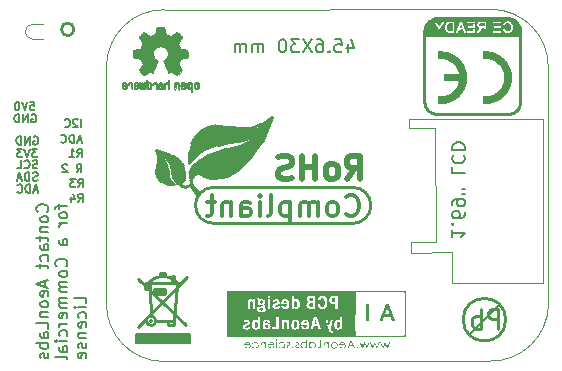
<source format=gbr>
%TF.GenerationSoftware,KiCad,Pcbnew,(6.0.9)*%
%TF.CreationDate,2022-11-24T16:49:11+01:00*%
%TF.ProjectId,LDAD ATOM PRO,4c444144-2041-4544-9f4d-2050524f2e6b,5.3*%
%TF.SameCoordinates,Original*%
%TF.FileFunction,Legend,Bot*%
%TF.FilePolarity,Positive*%
%FSLAX46Y46*%
G04 Gerber Fmt 4.6, Leading zero omitted, Abs format (unit mm)*
G04 Created by KiCad (PCBNEW (6.0.9)) date 2022-11-24 16:49:11*
%MOMM*%
%LPD*%
G01*
G04 APERTURE LIST*
%ADD10C,0.280000*%
%ADD11C,0.150000*%
%ADD12C,0.200000*%
%ADD13C,0.350000*%
%ADD14C,0.500000*%
%ADD15C,0.254000*%
%ADD16C,0.100000*%
%ADD17C,0.127000*%
%ADD18C,0.120000*%
%ADD19C,0.508000*%
%ADD20C,0.010000*%
G04 APERTURE END LIST*
D10*
X121570842Y-84309159D02*
G75*
G03*
X121570842Y-84309159I-530842J0D01*
G01*
D11*
X118153333Y-93390000D02*
X118220000Y-93356666D01*
X118320000Y-93356666D01*
X118420000Y-93390000D01*
X118486666Y-93456666D01*
X118520000Y-93523333D01*
X118553333Y-93656666D01*
X118553333Y-93756666D01*
X118520000Y-93890000D01*
X118486666Y-93956666D01*
X118420000Y-94023333D01*
X118320000Y-94056666D01*
X118253333Y-94056666D01*
X118153333Y-94023333D01*
X118120000Y-93990000D01*
X118120000Y-93756666D01*
X118253333Y-93756666D01*
X117820000Y-94056666D02*
X117820000Y-93356666D01*
X117420000Y-94056666D01*
X117420000Y-93356666D01*
X117086666Y-94056666D02*
X117086666Y-93356666D01*
X116920000Y-93356666D01*
X116820000Y-93390000D01*
X116753333Y-93456666D01*
X116720000Y-93523333D01*
X116686666Y-93656666D01*
X116686666Y-93756666D01*
X116720000Y-93890000D01*
X116753333Y-93956666D01*
X116820000Y-94023333D01*
X116920000Y-94056666D01*
X117086666Y-94056666D01*
X122203333Y-92596666D02*
X122203333Y-91896666D01*
X121903333Y-91963333D02*
X121870000Y-91930000D01*
X121803333Y-91896666D01*
X121636666Y-91896666D01*
X121570000Y-91930000D01*
X121536666Y-91963333D01*
X121503333Y-92030000D01*
X121503333Y-92096666D01*
X121536666Y-92196666D01*
X121936666Y-92596666D01*
X121503333Y-92596666D01*
X120803333Y-92530000D02*
X120836666Y-92563333D01*
X120936666Y-92596666D01*
X121003333Y-92596666D01*
X121103333Y-92563333D01*
X121170000Y-92496666D01*
X121203333Y-92430000D01*
X121236666Y-92296666D01*
X121236666Y-92196666D01*
X121203333Y-92063333D01*
X121170000Y-91996666D01*
X121103333Y-91930000D01*
X121003333Y-91896666D01*
X120936666Y-91896666D01*
X120836666Y-91930000D01*
X120803333Y-91963333D01*
X118476666Y-94416666D02*
X118043333Y-94416666D01*
X118276666Y-94683333D01*
X118176666Y-94683333D01*
X118110000Y-94716666D01*
X118076666Y-94750000D01*
X118043333Y-94816666D01*
X118043333Y-94983333D01*
X118076666Y-95050000D01*
X118110000Y-95083333D01*
X118176666Y-95116666D01*
X118376666Y-95116666D01*
X118443333Y-95083333D01*
X118476666Y-95050000D01*
X117843333Y-94416666D02*
X117610000Y-95116666D01*
X117376666Y-94416666D01*
X117210000Y-94416666D02*
X116776666Y-94416666D01*
X117010000Y-94683333D01*
X116910000Y-94683333D01*
X116843333Y-94716666D01*
X116810000Y-94750000D01*
X116776666Y-94816666D01*
X116776666Y-94983333D01*
X116810000Y-95050000D01*
X116843333Y-95083333D01*
X116910000Y-95116666D01*
X117110000Y-95116666D01*
X117176666Y-95083333D01*
X117210000Y-95050000D01*
D12*
X153582380Y-101258571D02*
X153582380Y-101887142D01*
X153582380Y-101572857D02*
X154682380Y-101572857D01*
X154525238Y-101677619D01*
X154420476Y-101782380D01*
X154368095Y-101887142D01*
X153687142Y-100787142D02*
X153634761Y-100734761D01*
X153582380Y-100787142D01*
X153634761Y-100839523D01*
X153687142Y-100787142D01*
X153582380Y-100787142D01*
X154682380Y-99791904D02*
X154682380Y-100001428D01*
X154630000Y-100106190D01*
X154577619Y-100158571D01*
X154420476Y-100263333D01*
X154210952Y-100315714D01*
X153791904Y-100315714D01*
X153687142Y-100263333D01*
X153634761Y-100210952D01*
X153582380Y-100106190D01*
X153582380Y-99896666D01*
X153634761Y-99791904D01*
X153687142Y-99739523D01*
X153791904Y-99687142D01*
X154053809Y-99687142D01*
X154158571Y-99739523D01*
X154210952Y-99791904D01*
X154263333Y-99896666D01*
X154263333Y-100106190D01*
X154210952Y-100210952D01*
X154158571Y-100263333D01*
X154053809Y-100315714D01*
X153582380Y-99163333D02*
X153582380Y-98953809D01*
X153634761Y-98849047D01*
X153687142Y-98796666D01*
X153844285Y-98691904D01*
X154053809Y-98639523D01*
X154472857Y-98639523D01*
X154577619Y-98691904D01*
X154630000Y-98744285D01*
X154682380Y-98849047D01*
X154682380Y-99058571D01*
X154630000Y-99163333D01*
X154577619Y-99215714D01*
X154472857Y-99268095D01*
X154210952Y-99268095D01*
X154106190Y-99215714D01*
X154053809Y-99163333D01*
X154001428Y-99058571D01*
X154001428Y-98849047D01*
X154053809Y-98744285D01*
X154106190Y-98691904D01*
X154210952Y-98639523D01*
X154682380Y-98220476D02*
X154472857Y-98220476D01*
X154682380Y-97801428D02*
X154472857Y-97801428D01*
X153582380Y-95968095D02*
X153582380Y-96491904D01*
X154682380Y-96491904D01*
X153687142Y-94972857D02*
X153634761Y-95025238D01*
X153582380Y-95182380D01*
X153582380Y-95287142D01*
X153634761Y-95444285D01*
X153739523Y-95549047D01*
X153844285Y-95601428D01*
X154053809Y-95653809D01*
X154210952Y-95653809D01*
X154420476Y-95601428D01*
X154525238Y-95549047D01*
X154630000Y-95444285D01*
X154682380Y-95287142D01*
X154682380Y-95182380D01*
X154630000Y-95025238D01*
X154577619Y-94972857D01*
X153582380Y-94501428D02*
X154682380Y-94501428D01*
X154682380Y-94239523D01*
X154630000Y-94082380D01*
X154525238Y-93977619D01*
X154420476Y-93925238D01*
X154210952Y-93872857D01*
X154053809Y-93872857D01*
X153844285Y-93925238D01*
X153739523Y-93977619D01*
X153634761Y-94082380D01*
X153582380Y-94239523D01*
X153582380Y-94501428D01*
D11*
X117993333Y-91520000D02*
X118060000Y-91486666D01*
X118160000Y-91486666D01*
X118260000Y-91520000D01*
X118326666Y-91586666D01*
X118360000Y-91653333D01*
X118393333Y-91786666D01*
X118393333Y-91886666D01*
X118360000Y-92020000D01*
X118326666Y-92086666D01*
X118260000Y-92153333D01*
X118160000Y-92186666D01*
X118093333Y-92186666D01*
X117993333Y-92153333D01*
X117960000Y-92120000D01*
X117960000Y-91886666D01*
X118093333Y-91886666D01*
X117660000Y-92186666D02*
X117660000Y-91486666D01*
X117260000Y-92186666D01*
X117260000Y-91486666D01*
X116926666Y-92186666D02*
X116926666Y-91486666D01*
X116760000Y-91486666D01*
X116660000Y-91520000D01*
X116593333Y-91586666D01*
X116560000Y-91653333D01*
X116526666Y-91786666D01*
X116526666Y-91886666D01*
X116560000Y-92020000D01*
X116593333Y-92086666D01*
X116660000Y-92153333D01*
X116760000Y-92186666D01*
X116926666Y-92186666D01*
X121803333Y-96416666D02*
X122036666Y-96083333D01*
X122203333Y-96416666D02*
X122203333Y-95716666D01*
X121936666Y-95716666D01*
X121870000Y-95750000D01*
X121836666Y-95783333D01*
X121803333Y-95850000D01*
X121803333Y-95950000D01*
X121836666Y-96016666D01*
X121870000Y-96050000D01*
X121936666Y-96083333D01*
X122203333Y-96083333D01*
X121003333Y-95783333D02*
X120970000Y-95750000D01*
X120903333Y-95716666D01*
X120736666Y-95716666D01*
X120670000Y-95750000D01*
X120636666Y-95783333D01*
X120603333Y-95850000D01*
X120603333Y-95916666D01*
X120636666Y-96016666D01*
X121036666Y-96416666D01*
X120603333Y-96416666D01*
X118500000Y-97083333D02*
X118400000Y-97116666D01*
X118233333Y-97116666D01*
X118166666Y-97083333D01*
X118133333Y-97050000D01*
X118100000Y-96983333D01*
X118100000Y-96916666D01*
X118133333Y-96850000D01*
X118166666Y-96816666D01*
X118233333Y-96783333D01*
X118366666Y-96750000D01*
X118433333Y-96716666D01*
X118466666Y-96683333D01*
X118500000Y-96616666D01*
X118500000Y-96550000D01*
X118466666Y-96483333D01*
X118433333Y-96450000D01*
X118366666Y-96416666D01*
X118200000Y-96416666D01*
X118100000Y-96450000D01*
X117800000Y-97116666D02*
X117800000Y-96416666D01*
X117633333Y-96416666D01*
X117533333Y-96450000D01*
X117466666Y-96516666D01*
X117433333Y-96583333D01*
X117400000Y-96716666D01*
X117400000Y-96816666D01*
X117433333Y-96950000D01*
X117466666Y-97016666D01*
X117533333Y-97083333D01*
X117633333Y-97116666D01*
X117800000Y-97116666D01*
X117133333Y-96916666D02*
X116800000Y-96916666D01*
X117200000Y-97116666D02*
X116966666Y-96416666D01*
X116733333Y-97116666D01*
X117866666Y-90436666D02*
X118200000Y-90436666D01*
X118233333Y-90770000D01*
X118200000Y-90736666D01*
X118133333Y-90703333D01*
X117966666Y-90703333D01*
X117900000Y-90736666D01*
X117866666Y-90770000D01*
X117833333Y-90836666D01*
X117833333Y-91003333D01*
X117866666Y-91070000D01*
X117900000Y-91103333D01*
X117966666Y-91136666D01*
X118133333Y-91136666D01*
X118200000Y-91103333D01*
X118233333Y-91070000D01*
X117633333Y-90436666D02*
X117400000Y-91136666D01*
X117166666Y-90436666D01*
X116800000Y-90436666D02*
X116733333Y-90436666D01*
X116666666Y-90470000D01*
X116633333Y-90503333D01*
X116600000Y-90570000D01*
X116566666Y-90703333D01*
X116566666Y-90870000D01*
X116600000Y-91003333D01*
X116633333Y-91070000D01*
X116666666Y-91103333D01*
X116733333Y-91136666D01*
X116800000Y-91136666D01*
X116866666Y-91103333D01*
X116900000Y-91070000D01*
X116933333Y-91003333D01*
X116966666Y-90870000D01*
X116966666Y-90703333D01*
X116933333Y-90570000D01*
X116900000Y-90503333D01*
X116866666Y-90470000D01*
X116800000Y-90436666D01*
D12*
X119307142Y-99730952D02*
X119354761Y-99683333D01*
X119402380Y-99540476D01*
X119402380Y-99445238D01*
X119354761Y-99302380D01*
X119259523Y-99207142D01*
X119164285Y-99159523D01*
X118973809Y-99111904D01*
X118830952Y-99111904D01*
X118640476Y-99159523D01*
X118545238Y-99207142D01*
X118450000Y-99302380D01*
X118402380Y-99445238D01*
X118402380Y-99540476D01*
X118450000Y-99683333D01*
X118497619Y-99730952D01*
X119402380Y-100302380D02*
X119354761Y-100207142D01*
X119307142Y-100159523D01*
X119211904Y-100111904D01*
X118926190Y-100111904D01*
X118830952Y-100159523D01*
X118783333Y-100207142D01*
X118735714Y-100302380D01*
X118735714Y-100445238D01*
X118783333Y-100540476D01*
X118830952Y-100588095D01*
X118926190Y-100635714D01*
X119211904Y-100635714D01*
X119307142Y-100588095D01*
X119354761Y-100540476D01*
X119402380Y-100445238D01*
X119402380Y-100302380D01*
X118735714Y-101064285D02*
X119402380Y-101064285D01*
X118830952Y-101064285D02*
X118783333Y-101111904D01*
X118735714Y-101207142D01*
X118735714Y-101350000D01*
X118783333Y-101445238D01*
X118878571Y-101492857D01*
X119402380Y-101492857D01*
X118735714Y-101826190D02*
X118735714Y-102207142D01*
X118402380Y-101969047D02*
X119259523Y-101969047D01*
X119354761Y-102016666D01*
X119402380Y-102111904D01*
X119402380Y-102207142D01*
X119402380Y-102969047D02*
X118878571Y-102969047D01*
X118783333Y-102921428D01*
X118735714Y-102826190D01*
X118735714Y-102635714D01*
X118783333Y-102540476D01*
X119354761Y-102969047D02*
X119402380Y-102873809D01*
X119402380Y-102635714D01*
X119354761Y-102540476D01*
X119259523Y-102492857D01*
X119164285Y-102492857D01*
X119069047Y-102540476D01*
X119021428Y-102635714D01*
X119021428Y-102873809D01*
X118973809Y-102969047D01*
X119354761Y-103873809D02*
X119402380Y-103778571D01*
X119402380Y-103588095D01*
X119354761Y-103492857D01*
X119307142Y-103445238D01*
X119211904Y-103397619D01*
X118926190Y-103397619D01*
X118830952Y-103445238D01*
X118783333Y-103492857D01*
X118735714Y-103588095D01*
X118735714Y-103778571D01*
X118783333Y-103873809D01*
X118735714Y-104159523D02*
X118735714Y-104540476D01*
X118402380Y-104302380D02*
X119259523Y-104302380D01*
X119354761Y-104350000D01*
X119402380Y-104445238D01*
X119402380Y-104540476D01*
X119116666Y-105588095D02*
X119116666Y-106064285D01*
X119402380Y-105492857D02*
X118402380Y-105826190D01*
X119402380Y-106159523D01*
X119354761Y-106873809D02*
X119402380Y-106778571D01*
X119402380Y-106588095D01*
X119354761Y-106492857D01*
X119259523Y-106445238D01*
X118878571Y-106445238D01*
X118783333Y-106492857D01*
X118735714Y-106588095D01*
X118735714Y-106778571D01*
X118783333Y-106873809D01*
X118878571Y-106921428D01*
X118973809Y-106921428D01*
X119069047Y-106445238D01*
X119402380Y-107492857D02*
X119354761Y-107397619D01*
X119307142Y-107350000D01*
X119211904Y-107302380D01*
X118926190Y-107302380D01*
X118830952Y-107350000D01*
X118783333Y-107397619D01*
X118735714Y-107492857D01*
X118735714Y-107635714D01*
X118783333Y-107730952D01*
X118830952Y-107778571D01*
X118926190Y-107826190D01*
X119211904Y-107826190D01*
X119307142Y-107778571D01*
X119354761Y-107730952D01*
X119402380Y-107635714D01*
X119402380Y-107492857D01*
X118735714Y-108254761D02*
X119402380Y-108254761D01*
X118830952Y-108254761D02*
X118783333Y-108302380D01*
X118735714Y-108397619D01*
X118735714Y-108540476D01*
X118783333Y-108635714D01*
X118878571Y-108683333D01*
X119402380Y-108683333D01*
X119402380Y-109635714D02*
X119402380Y-109159523D01*
X118402380Y-109159523D01*
X119402380Y-110397619D02*
X118878571Y-110397619D01*
X118783333Y-110350000D01*
X118735714Y-110254761D01*
X118735714Y-110064285D01*
X118783333Y-109969047D01*
X119354761Y-110397619D02*
X119402380Y-110302380D01*
X119402380Y-110064285D01*
X119354761Y-109969047D01*
X119259523Y-109921428D01*
X119164285Y-109921428D01*
X119069047Y-109969047D01*
X119021428Y-110064285D01*
X119021428Y-110302380D01*
X118973809Y-110397619D01*
X119402380Y-110873809D02*
X118402380Y-110873809D01*
X118783333Y-110873809D02*
X118735714Y-110969047D01*
X118735714Y-111159523D01*
X118783333Y-111254761D01*
X118830952Y-111302380D01*
X118926190Y-111350000D01*
X119211904Y-111350000D01*
X119307142Y-111302380D01*
X119354761Y-111254761D01*
X119402380Y-111159523D01*
X119402380Y-110969047D01*
X119354761Y-110873809D01*
X119354761Y-111730952D02*
X119402380Y-111826190D01*
X119402380Y-112016666D01*
X119354761Y-112111904D01*
X119259523Y-112159523D01*
X119211904Y-112159523D01*
X119116666Y-112111904D01*
X119069047Y-112016666D01*
X119069047Y-111873809D01*
X119021428Y-111778571D01*
X118926190Y-111730952D01*
X118878571Y-111730952D01*
X118783333Y-111778571D01*
X118735714Y-111873809D01*
X118735714Y-112016666D01*
X118783333Y-112111904D01*
X120345714Y-99111904D02*
X120345714Y-99492857D01*
X121012380Y-99254761D02*
X120155238Y-99254761D01*
X120060000Y-99302380D01*
X120012380Y-99397619D01*
X120012380Y-99492857D01*
X121012380Y-99969047D02*
X120964761Y-99873809D01*
X120917142Y-99826190D01*
X120821904Y-99778571D01*
X120536190Y-99778571D01*
X120440952Y-99826190D01*
X120393333Y-99873809D01*
X120345714Y-99969047D01*
X120345714Y-100111904D01*
X120393333Y-100207142D01*
X120440952Y-100254761D01*
X120536190Y-100302380D01*
X120821904Y-100302380D01*
X120917142Y-100254761D01*
X120964761Y-100207142D01*
X121012380Y-100111904D01*
X121012380Y-99969047D01*
X121012380Y-100730952D02*
X120345714Y-100730952D01*
X120536190Y-100730952D02*
X120440952Y-100778571D01*
X120393333Y-100826190D01*
X120345714Y-100921428D01*
X120345714Y-101016666D01*
X121012380Y-102540476D02*
X120488571Y-102540476D01*
X120393333Y-102492857D01*
X120345714Y-102397619D01*
X120345714Y-102207142D01*
X120393333Y-102111904D01*
X120964761Y-102540476D02*
X121012380Y-102445238D01*
X121012380Y-102207142D01*
X120964761Y-102111904D01*
X120869523Y-102064285D01*
X120774285Y-102064285D01*
X120679047Y-102111904D01*
X120631428Y-102207142D01*
X120631428Y-102445238D01*
X120583809Y-102540476D01*
X120917142Y-104350000D02*
X120964761Y-104302380D01*
X121012380Y-104159523D01*
X121012380Y-104064285D01*
X120964761Y-103921428D01*
X120869523Y-103826190D01*
X120774285Y-103778571D01*
X120583809Y-103730952D01*
X120440952Y-103730952D01*
X120250476Y-103778571D01*
X120155238Y-103826190D01*
X120060000Y-103921428D01*
X120012380Y-104064285D01*
X120012380Y-104159523D01*
X120060000Y-104302380D01*
X120107619Y-104350000D01*
X121012380Y-104921428D02*
X120964761Y-104826190D01*
X120917142Y-104778571D01*
X120821904Y-104730952D01*
X120536190Y-104730952D01*
X120440952Y-104778571D01*
X120393333Y-104826190D01*
X120345714Y-104921428D01*
X120345714Y-105064285D01*
X120393333Y-105159523D01*
X120440952Y-105207142D01*
X120536190Y-105254761D01*
X120821904Y-105254761D01*
X120917142Y-105207142D01*
X120964761Y-105159523D01*
X121012380Y-105064285D01*
X121012380Y-104921428D01*
X121012380Y-105683333D02*
X120345714Y-105683333D01*
X120440952Y-105683333D02*
X120393333Y-105730952D01*
X120345714Y-105826190D01*
X120345714Y-105969047D01*
X120393333Y-106064285D01*
X120488571Y-106111904D01*
X121012380Y-106111904D01*
X120488571Y-106111904D02*
X120393333Y-106159523D01*
X120345714Y-106254761D01*
X120345714Y-106397619D01*
X120393333Y-106492857D01*
X120488571Y-106540476D01*
X121012380Y-106540476D01*
X121012380Y-107016666D02*
X120345714Y-107016666D01*
X120440952Y-107016666D02*
X120393333Y-107064285D01*
X120345714Y-107159523D01*
X120345714Y-107302380D01*
X120393333Y-107397619D01*
X120488571Y-107445238D01*
X121012380Y-107445238D01*
X120488571Y-107445238D02*
X120393333Y-107492857D01*
X120345714Y-107588095D01*
X120345714Y-107730952D01*
X120393333Y-107826190D01*
X120488571Y-107873809D01*
X121012380Y-107873809D01*
X120964761Y-108730952D02*
X121012380Y-108635714D01*
X121012380Y-108445238D01*
X120964761Y-108350000D01*
X120869523Y-108302380D01*
X120488571Y-108302380D01*
X120393333Y-108350000D01*
X120345714Y-108445238D01*
X120345714Y-108635714D01*
X120393333Y-108730952D01*
X120488571Y-108778571D01*
X120583809Y-108778571D01*
X120679047Y-108302380D01*
X121012380Y-109207142D02*
X120345714Y-109207142D01*
X120536190Y-109207142D02*
X120440952Y-109254761D01*
X120393333Y-109302380D01*
X120345714Y-109397619D01*
X120345714Y-109492857D01*
X120964761Y-110254761D02*
X121012380Y-110159523D01*
X121012380Y-109969047D01*
X120964761Y-109873809D01*
X120917142Y-109826190D01*
X120821904Y-109778571D01*
X120536190Y-109778571D01*
X120440952Y-109826190D01*
X120393333Y-109873809D01*
X120345714Y-109969047D01*
X120345714Y-110159523D01*
X120393333Y-110254761D01*
X121012380Y-110683333D02*
X120345714Y-110683333D01*
X120012380Y-110683333D02*
X120060000Y-110635714D01*
X120107619Y-110683333D01*
X120060000Y-110730952D01*
X120012380Y-110683333D01*
X120107619Y-110683333D01*
X121012380Y-111588095D02*
X120488571Y-111588095D01*
X120393333Y-111540476D01*
X120345714Y-111445238D01*
X120345714Y-111254761D01*
X120393333Y-111159523D01*
X120964761Y-111588095D02*
X121012380Y-111492857D01*
X121012380Y-111254761D01*
X120964761Y-111159523D01*
X120869523Y-111111904D01*
X120774285Y-111111904D01*
X120679047Y-111159523D01*
X120631428Y-111254761D01*
X120631428Y-111492857D01*
X120583809Y-111588095D01*
X121012380Y-112207142D02*
X120964761Y-112111904D01*
X120869523Y-112064285D01*
X120012380Y-112064285D01*
X122622380Y-107492857D02*
X122622380Y-107016666D01*
X121622380Y-107016666D01*
X122622380Y-107826190D02*
X121955714Y-107826190D01*
X121622380Y-107826190D02*
X121670000Y-107778571D01*
X121717619Y-107826190D01*
X121670000Y-107873809D01*
X121622380Y-107826190D01*
X121717619Y-107826190D01*
X122574761Y-108730952D02*
X122622380Y-108635714D01*
X122622380Y-108445238D01*
X122574761Y-108350000D01*
X122527142Y-108302380D01*
X122431904Y-108254761D01*
X122146190Y-108254761D01*
X122050952Y-108302380D01*
X122003333Y-108350000D01*
X121955714Y-108445238D01*
X121955714Y-108635714D01*
X122003333Y-108730952D01*
X122574761Y-109540476D02*
X122622380Y-109445238D01*
X122622380Y-109254761D01*
X122574761Y-109159523D01*
X122479523Y-109111904D01*
X122098571Y-109111904D01*
X122003333Y-109159523D01*
X121955714Y-109254761D01*
X121955714Y-109445238D01*
X122003333Y-109540476D01*
X122098571Y-109588095D01*
X122193809Y-109588095D01*
X122289047Y-109111904D01*
X121955714Y-110016666D02*
X122622380Y-110016666D01*
X122050952Y-110016666D02*
X122003333Y-110064285D01*
X121955714Y-110159523D01*
X121955714Y-110302380D01*
X122003333Y-110397619D01*
X122098571Y-110445238D01*
X122622380Y-110445238D01*
X122574761Y-110873809D02*
X122622380Y-110969047D01*
X122622380Y-111159523D01*
X122574761Y-111254761D01*
X122479523Y-111302380D01*
X122431904Y-111302380D01*
X122336666Y-111254761D01*
X122289047Y-111159523D01*
X122289047Y-111016666D01*
X122241428Y-110921428D01*
X122146190Y-110873809D01*
X122098571Y-110873809D01*
X122003333Y-110921428D01*
X121955714Y-111016666D01*
X121955714Y-111159523D01*
X122003333Y-111254761D01*
X122574761Y-112111904D02*
X122622380Y-112016666D01*
X122622380Y-111826190D01*
X122574761Y-111730952D01*
X122479523Y-111683333D01*
X122098571Y-111683333D01*
X122003333Y-111730952D01*
X121955714Y-111826190D01*
X121955714Y-112016666D01*
X122003333Y-112111904D01*
X122098571Y-112159523D01*
X122193809Y-112159523D01*
X122289047Y-111683333D01*
D11*
X118483333Y-96043333D02*
X118383333Y-96076666D01*
X118216666Y-96076666D01*
X118150000Y-96043333D01*
X118116666Y-96010000D01*
X118083333Y-95943333D01*
X118083333Y-95876666D01*
X118116666Y-95810000D01*
X118150000Y-95776666D01*
X118216666Y-95743333D01*
X118350000Y-95710000D01*
X118416666Y-95676666D01*
X118450000Y-95643333D01*
X118483333Y-95576666D01*
X118483333Y-95510000D01*
X118450000Y-95443333D01*
X118416666Y-95410000D01*
X118350000Y-95376666D01*
X118183333Y-95376666D01*
X118083333Y-95410000D01*
X117383333Y-96010000D02*
X117416666Y-96043333D01*
X117516666Y-96076666D01*
X117583333Y-96076666D01*
X117683333Y-96043333D01*
X117750000Y-95976666D01*
X117783333Y-95910000D01*
X117816666Y-95776666D01*
X117816666Y-95676666D01*
X117783333Y-95543333D01*
X117750000Y-95476666D01*
X117683333Y-95410000D01*
X117583333Y-95376666D01*
X117516666Y-95376666D01*
X117416666Y-95410000D01*
X117383333Y-95443333D01*
X116750000Y-96076666D02*
X117083333Y-96076666D01*
X117083333Y-95376666D01*
D12*
X144787142Y-85504285D02*
X144787142Y-86237619D01*
X145049047Y-85085238D02*
X145310952Y-85870952D01*
X144630000Y-85870952D01*
X143687142Y-85137619D02*
X144210952Y-85137619D01*
X144263333Y-85661428D01*
X144210952Y-85609047D01*
X144106190Y-85556666D01*
X143844285Y-85556666D01*
X143739523Y-85609047D01*
X143687142Y-85661428D01*
X143634761Y-85766190D01*
X143634761Y-86028095D01*
X143687142Y-86132857D01*
X143739523Y-86185238D01*
X143844285Y-86237619D01*
X144106190Y-86237619D01*
X144210952Y-86185238D01*
X144263333Y-86132857D01*
X143163333Y-86132857D02*
X143110952Y-86185238D01*
X143163333Y-86237619D01*
X143215714Y-86185238D01*
X143163333Y-86132857D01*
X143163333Y-86237619D01*
X142168095Y-85137619D02*
X142377619Y-85137619D01*
X142482380Y-85190000D01*
X142534761Y-85242380D01*
X142639523Y-85399523D01*
X142691904Y-85609047D01*
X142691904Y-86028095D01*
X142639523Y-86132857D01*
X142587142Y-86185238D01*
X142482380Y-86237619D01*
X142272857Y-86237619D01*
X142168095Y-86185238D01*
X142115714Y-86132857D01*
X142063333Y-86028095D01*
X142063333Y-85766190D01*
X142115714Y-85661428D01*
X142168095Y-85609047D01*
X142272857Y-85556666D01*
X142482380Y-85556666D01*
X142587142Y-85609047D01*
X142639523Y-85661428D01*
X142691904Y-85766190D01*
X141696666Y-85137619D02*
X140963333Y-86237619D01*
X140963333Y-85137619D02*
X141696666Y-86237619D01*
X140649047Y-85137619D02*
X139968095Y-85137619D01*
X140334761Y-85556666D01*
X140177619Y-85556666D01*
X140072857Y-85609047D01*
X140020476Y-85661428D01*
X139968095Y-85766190D01*
X139968095Y-86028095D01*
X140020476Y-86132857D01*
X140072857Y-86185238D01*
X140177619Y-86237619D01*
X140491904Y-86237619D01*
X140596666Y-86185238D01*
X140649047Y-86132857D01*
X139287142Y-85137619D02*
X139182380Y-85137619D01*
X139077619Y-85190000D01*
X139025238Y-85242380D01*
X138972857Y-85347142D01*
X138920476Y-85556666D01*
X138920476Y-85818571D01*
X138972857Y-86028095D01*
X139025238Y-86132857D01*
X139077619Y-86185238D01*
X139182380Y-86237619D01*
X139287142Y-86237619D01*
X139391904Y-86185238D01*
X139444285Y-86132857D01*
X139496666Y-86028095D01*
X139549047Y-85818571D01*
X139549047Y-85556666D01*
X139496666Y-85347142D01*
X139444285Y-85242380D01*
X139391904Y-85190000D01*
X139287142Y-85137619D01*
X137610952Y-86237619D02*
X137610952Y-85504285D01*
X137610952Y-85609047D02*
X137558571Y-85556666D01*
X137453809Y-85504285D01*
X137296666Y-85504285D01*
X137191904Y-85556666D01*
X137139523Y-85661428D01*
X137139523Y-86237619D01*
X137139523Y-85661428D02*
X137087142Y-85556666D01*
X136982380Y-85504285D01*
X136825238Y-85504285D01*
X136720476Y-85556666D01*
X136668095Y-85661428D01*
X136668095Y-86237619D01*
X136144285Y-86237619D02*
X136144285Y-85504285D01*
X136144285Y-85609047D02*
X136091904Y-85556666D01*
X135987142Y-85504285D01*
X135830000Y-85504285D01*
X135725238Y-85556666D01*
X135672857Y-85661428D01*
X135672857Y-86237619D01*
X135672857Y-85661428D02*
X135620476Y-85556666D01*
X135515714Y-85504285D01*
X135358571Y-85504285D01*
X135253809Y-85556666D01*
X135201428Y-85661428D01*
X135201428Y-86237619D01*
D11*
X121856666Y-95116666D02*
X122090000Y-94783333D01*
X122256666Y-95116666D02*
X122256666Y-94416666D01*
X121990000Y-94416666D01*
X121923333Y-94450000D01*
X121890000Y-94483333D01*
X121856666Y-94550000D01*
X121856666Y-94650000D01*
X121890000Y-94716666D01*
X121923333Y-94750000D01*
X121990000Y-94783333D01*
X122256666Y-94783333D01*
X121190000Y-95116666D02*
X121590000Y-95116666D01*
X121390000Y-95116666D02*
X121390000Y-94416666D01*
X121456666Y-94516666D01*
X121523333Y-94583333D01*
X121590000Y-94616666D01*
X121926666Y-98936666D02*
X122160000Y-98603333D01*
X122326666Y-98936666D02*
X122326666Y-98236666D01*
X122060000Y-98236666D01*
X121993333Y-98270000D01*
X121960000Y-98303333D01*
X121926666Y-98370000D01*
X121926666Y-98470000D01*
X121960000Y-98536666D01*
X121993333Y-98570000D01*
X122060000Y-98603333D01*
X122326666Y-98603333D01*
X121326666Y-98470000D02*
X121326666Y-98936666D01*
X121493333Y-98203333D02*
X121660000Y-98703333D01*
X121226666Y-98703333D01*
X121946666Y-97666666D02*
X122180000Y-97333333D01*
X122346666Y-97666666D02*
X122346666Y-96966666D01*
X122080000Y-96966666D01*
X122013333Y-97000000D01*
X121980000Y-97033333D01*
X121946666Y-97100000D01*
X121946666Y-97200000D01*
X121980000Y-97266666D01*
X122013333Y-97300000D01*
X122080000Y-97333333D01*
X122346666Y-97333333D01*
X121713333Y-96966666D02*
X121280000Y-96966666D01*
X121513333Y-97233333D01*
X121413333Y-97233333D01*
X121346666Y-97266666D01*
X121313333Y-97300000D01*
X121280000Y-97366666D01*
X121280000Y-97533333D01*
X121313333Y-97600000D01*
X121346666Y-97633333D01*
X121413333Y-97666666D01*
X121613333Y-97666666D01*
X121680000Y-97633333D01*
X121713333Y-97600000D01*
X122216666Y-93706666D02*
X121883333Y-93706666D01*
X122283333Y-93906666D02*
X122050000Y-93206666D01*
X121816666Y-93906666D01*
X121583333Y-93906666D02*
X121583333Y-93206666D01*
X121416666Y-93206666D01*
X121316666Y-93240000D01*
X121250000Y-93306666D01*
X121216666Y-93373333D01*
X121183333Y-93506666D01*
X121183333Y-93606666D01*
X121216666Y-93740000D01*
X121250000Y-93806666D01*
X121316666Y-93873333D01*
X121416666Y-93906666D01*
X121583333Y-93906666D01*
X120483333Y-93840000D02*
X120516666Y-93873333D01*
X120616666Y-93906666D01*
X120683333Y-93906666D01*
X120783333Y-93873333D01*
X120850000Y-93806666D01*
X120883333Y-93740000D01*
X120916666Y-93606666D01*
X120916666Y-93506666D01*
X120883333Y-93373333D01*
X120850000Y-93306666D01*
X120783333Y-93240000D01*
X120683333Y-93206666D01*
X120616666Y-93206666D01*
X120516666Y-93240000D01*
X120483333Y-93273333D01*
X118506666Y-97936666D02*
X118173333Y-97936666D01*
X118573333Y-98136666D02*
X118340000Y-97436666D01*
X118106666Y-98136666D01*
X117873333Y-98136666D02*
X117873333Y-97436666D01*
X117706666Y-97436666D01*
X117606666Y-97470000D01*
X117540000Y-97536666D01*
X117506666Y-97603333D01*
X117473333Y-97736666D01*
X117473333Y-97836666D01*
X117506666Y-97970000D01*
X117540000Y-98036666D01*
X117606666Y-98103333D01*
X117706666Y-98136666D01*
X117873333Y-98136666D01*
X116773333Y-98070000D02*
X116806666Y-98103333D01*
X116906666Y-98136666D01*
X116973333Y-98136666D01*
X117073333Y-98103333D01*
X117140000Y-98036666D01*
X117173333Y-97970000D01*
X117206666Y-97836666D01*
X117206666Y-97736666D01*
X117173333Y-97603333D01*
X117140000Y-97536666D01*
X117073333Y-97470000D01*
X116973333Y-97436666D01*
X116906666Y-97436666D01*
X116806666Y-97470000D01*
X116773333Y-97503333D01*
D13*
%TO.C,Sign-RoHS*%
X144639333Y-99905000D02*
X144724000Y-99989666D01*
X144978000Y-100074333D01*
X145147333Y-100074333D01*
X145401333Y-99989666D01*
X145570666Y-99820333D01*
X145655333Y-99651000D01*
X145740000Y-99312333D01*
X145740000Y-99058333D01*
X145655333Y-98719666D01*
X145570666Y-98550333D01*
X145401333Y-98381000D01*
X145147333Y-98296333D01*
X144978000Y-98296333D01*
X144724000Y-98381000D01*
X144639333Y-98465666D01*
X143623333Y-100074333D02*
X143792666Y-99989666D01*
X143877333Y-99905000D01*
X143962000Y-99735666D01*
X143962000Y-99227666D01*
X143877333Y-99058333D01*
X143792666Y-98973666D01*
X143623333Y-98889000D01*
X143369333Y-98889000D01*
X143200000Y-98973666D01*
X143115333Y-99058333D01*
X143030666Y-99227666D01*
X143030666Y-99735666D01*
X143115333Y-99905000D01*
X143200000Y-99989666D01*
X143369333Y-100074333D01*
X143623333Y-100074333D01*
X142268666Y-100074333D02*
X142268666Y-98889000D01*
X142268666Y-99058333D02*
X142184000Y-98973666D01*
X142014666Y-98889000D01*
X141760666Y-98889000D01*
X141591333Y-98973666D01*
X141506666Y-99143000D01*
X141506666Y-100074333D01*
X141506666Y-99143000D02*
X141422000Y-98973666D01*
X141252666Y-98889000D01*
X140998666Y-98889000D01*
X140829333Y-98973666D01*
X140744666Y-99143000D01*
X140744666Y-100074333D01*
X139898000Y-98889000D02*
X139898000Y-100667000D01*
X139898000Y-98973666D02*
X139728666Y-98889000D01*
X139390000Y-98889000D01*
X139220666Y-98973666D01*
X139136000Y-99058333D01*
X139051333Y-99227666D01*
X139051333Y-99735666D01*
X139136000Y-99905000D01*
X139220666Y-99989666D01*
X139390000Y-100074333D01*
X139728666Y-100074333D01*
X139898000Y-99989666D01*
X138035333Y-100074333D02*
X138204666Y-99989666D01*
X138289333Y-99820333D01*
X138289333Y-98296333D01*
X137358000Y-100074333D02*
X137358000Y-98889000D01*
X137358000Y-98296333D02*
X137442666Y-98381000D01*
X137358000Y-98465666D01*
X137273333Y-98381000D01*
X137358000Y-98296333D01*
X137358000Y-98465666D01*
X135749333Y-100074333D02*
X135749333Y-99143000D01*
X135834000Y-98973666D01*
X136003333Y-98889000D01*
X136342000Y-98889000D01*
X136511333Y-98973666D01*
X135749333Y-99989666D02*
X135918666Y-100074333D01*
X136342000Y-100074333D01*
X136511333Y-99989666D01*
X136596000Y-99820333D01*
X136596000Y-99651000D01*
X136511333Y-99481666D01*
X136342000Y-99397000D01*
X135918666Y-99397000D01*
X135749333Y-99312333D01*
X134902666Y-98889000D02*
X134902666Y-100074333D01*
X134902666Y-99058333D02*
X134818000Y-98973666D01*
X134648666Y-98889000D01*
X134394666Y-98889000D01*
X134225333Y-98973666D01*
X134140666Y-99143000D01*
X134140666Y-100074333D01*
X133548000Y-98889000D02*
X132870666Y-98889000D01*
X133294000Y-98296333D02*
X133294000Y-99820333D01*
X133209333Y-99989666D01*
X133040000Y-100074333D01*
X132870666Y-100074333D01*
D14*
X144685714Y-97004761D02*
X145352380Y-96052380D01*
X145828571Y-97004761D02*
X145828571Y-95004761D01*
X145066666Y-95004761D01*
X144876190Y-95100000D01*
X144780952Y-95195238D01*
X144685714Y-95385714D01*
X144685714Y-95671428D01*
X144780952Y-95861904D01*
X144876190Y-95957142D01*
X145066666Y-96052380D01*
X145828571Y-96052380D01*
X143542857Y-97004761D02*
X143733333Y-96909523D01*
X143828571Y-96814285D01*
X143923809Y-96623809D01*
X143923809Y-96052380D01*
X143828571Y-95861904D01*
X143733333Y-95766666D01*
X143542857Y-95671428D01*
X143257142Y-95671428D01*
X143066666Y-95766666D01*
X142971428Y-95861904D01*
X142876190Y-96052380D01*
X142876190Y-96623809D01*
X142971428Y-96814285D01*
X143066666Y-96909523D01*
X143257142Y-97004761D01*
X143542857Y-97004761D01*
X142019047Y-97004761D02*
X142019047Y-95004761D01*
X142019047Y-95957142D02*
X140876190Y-95957142D01*
X140876190Y-97004761D02*
X140876190Y-95004761D01*
X140019047Y-96909523D02*
X139733333Y-97004761D01*
X139257142Y-97004761D01*
X139066666Y-96909523D01*
X138971428Y-96814285D01*
X138876190Y-96623809D01*
X138876190Y-96433333D01*
X138971428Y-96242857D01*
X139066666Y-96147619D01*
X139257142Y-96052380D01*
X139638095Y-95957142D01*
X139828571Y-95861904D01*
X139923809Y-95766666D01*
X140019047Y-95576190D01*
X140019047Y-95385714D01*
X139923809Y-95195238D01*
X139828571Y-95100000D01*
X139638095Y-95004761D01*
X139161904Y-95004761D01*
X138876190Y-95100000D01*
D15*
%TO.C,Sign-PbFree*%
X157518268Y-109669367D02*
X157518268Y-107969367D01*
X156946840Y-107969367D01*
X156803982Y-108050320D01*
X156732554Y-108131272D01*
X156661125Y-108293177D01*
X156661125Y-108536034D01*
X156732554Y-108697939D01*
X156803982Y-108778891D01*
X156946840Y-108859843D01*
X157518268Y-108859843D01*
X156018268Y-109669367D02*
X156018268Y-107969367D01*
X156018268Y-108616986D02*
X155875411Y-108536034D01*
X155589697Y-108536034D01*
X155446840Y-108616986D01*
X155375411Y-108697939D01*
X155303982Y-108859843D01*
X155303982Y-109345558D01*
X155375411Y-109507462D01*
X155446840Y-109588415D01*
X155589697Y-109669367D01*
X155875411Y-109669367D01*
X156018268Y-109588415D01*
D16*
%TO.C,ICSP1*%
X118091500Y-85130000D02*
X118980500Y-85130000D01*
X118091500Y-83860000D02*
X118980500Y-83860000D01*
X118091500Y-83860000D02*
G75*
G03*
X118091500Y-85130000I0J-635000D01*
G01*
D15*
%TO.C,Sign-RecycleBin*%
X131158500Y-105295000D02*
X126967500Y-109486000D01*
X127856500Y-106311000D02*
X127856500Y-105930000D01*
D11*
X126792500Y-110833000D02*
X131364500Y-110833000D01*
D15*
X128110500Y-108470000D02*
X127983500Y-106438000D01*
X129507500Y-109359000D02*
X129507500Y-109105000D01*
X129253500Y-104914000D02*
X129253500Y-105041000D01*
X129126500Y-106438000D02*
X128491500Y-106438000D01*
X127983500Y-106311000D02*
X127602500Y-106311000D01*
X129888500Y-105168000D02*
X129888500Y-105676000D01*
X127856500Y-105930000D02*
X127856500Y-106057000D01*
X130015500Y-108978000D02*
X130269500Y-105930000D01*
X127729500Y-105930000D02*
X127729500Y-106311000D01*
X130015500Y-105168000D02*
X129888500Y-105168000D01*
X129253500Y-106311000D02*
X128364500Y-106311000D01*
D11*
X126792500Y-110071000D02*
X126792500Y-110833000D01*
X126843300Y-110121800D02*
X131262900Y-110121800D01*
X126843300Y-110528200D02*
X131262900Y-110528200D01*
D15*
X127856500Y-105930000D02*
X127729500Y-105930000D01*
D11*
X131364500Y-110071000D02*
X126792500Y-110071000D01*
D15*
X127856500Y-105930000D02*
X127856500Y-106057000D01*
X128364500Y-106692000D02*
X129253500Y-106692000D01*
X130015500Y-108978000D02*
X128618500Y-108978000D01*
D11*
X126894100Y-110629800D02*
X131262900Y-110629800D01*
D15*
X130015500Y-109359000D02*
X129507500Y-109359000D01*
X131031500Y-109359000D02*
X126967500Y-105422000D01*
X128872500Y-104914000D02*
X129253500Y-104914000D01*
D11*
X131313700Y-110426600D02*
X126843300Y-110426600D01*
D15*
X128364500Y-106311000D02*
X128364500Y-106692000D01*
X130015500Y-108978000D02*
X130015500Y-109359000D01*
X128872500Y-105041000D02*
X128872500Y-104914000D01*
X129253500Y-106692000D02*
X129253500Y-106311000D01*
X127602500Y-106311000D02*
X127602500Y-105803000D01*
X130015500Y-105676000D02*
X130015500Y-105168000D01*
D11*
X131313700Y-110274200D02*
X126894100Y-110274200D01*
D15*
X127856500Y-105803000D02*
X127729500Y-106184000D01*
D11*
X131364500Y-110833000D02*
X131364500Y-110071000D01*
X131313700Y-110223400D02*
X126843300Y-110223400D01*
D15*
X127983500Y-105803000D02*
X127983500Y-106311000D01*
D11*
X126843300Y-110375800D02*
X131262900Y-110375800D01*
D15*
X129253500Y-105041000D02*
X128872500Y-105041000D01*
X130523500Y-105803000D02*
X127602500Y-105803000D01*
D11*
X131313700Y-110731400D02*
X126894100Y-110731400D01*
D15*
X130269500Y-105676000D02*
G75*
G03*
X127983500Y-105676000I-1143000J-1143000D01*
G01*
X128512109Y-108978000D02*
G75*
G03*
X128512109Y-108978000I-401609J0D01*
G01*
D17*
X128237500Y-108978000D02*
G75*
G03*
X128237500Y-108978000I-127000J0D01*
G01*
D18*
%TO.C,LCD1*%
X156815000Y-112387500D02*
X129096205Y-112418643D01*
X152193795Y-102286357D02*
X152143795Y-92691357D01*
X161755000Y-107617500D02*
X161733795Y-87506357D01*
X150148795Y-103196357D02*
X150148795Y-102286357D01*
X161248795Y-105816357D02*
X153603795Y-105816357D01*
X156978795Y-82601357D02*
X129265000Y-82632500D01*
X149953795Y-91926357D02*
X161248795Y-91926357D01*
X152143795Y-92691357D02*
X149948795Y-92691357D01*
X153603795Y-105811357D02*
X153603795Y-103186357D01*
X153603795Y-103186357D02*
X150148795Y-103196357D01*
X124326205Y-107478643D02*
X124325000Y-87402500D01*
X149948795Y-92691357D02*
X149953795Y-91926357D01*
X150148795Y-102286357D02*
X152193795Y-102286357D01*
X161248795Y-91926357D02*
X161248795Y-105816357D01*
X129265000Y-82632500D02*
G75*
G03*
X124325000Y-87402500I-72477J-4867969D01*
G01*
X124326205Y-107478643D02*
G75*
G03*
X129096205Y-112418643I4867959J-72487D01*
G01*
X161738795Y-87541357D02*
G75*
G03*
X156968795Y-82601357I-4867969J72477D01*
G01*
X156815000Y-112387496D02*
G75*
G03*
X161755000Y-107617500I72480J4867966D01*
G01*
D19*
%TO.C,Sign-RoHS*%
X133131500Y-95902500D02*
X133258500Y-96029500D01*
X135798500Y-92857040D02*
X134782500Y-92727500D01*
D15*
X136944040Y-93362500D02*
X136662100Y-93710480D01*
X133583620Y-96918500D02*
X133068000Y-96918500D01*
X130726120Y-97561120D02*
X130591500Y-97426500D01*
D19*
X132115500Y-94505500D02*
X132750500Y-94124500D01*
X133131500Y-95775500D02*
X133131500Y-95902500D01*
D15*
X129448500Y-96283500D02*
X128686500Y-96283500D01*
X130845500Y-96687360D02*
X130845500Y-96664500D01*
D19*
X134452300Y-94632500D02*
X135061900Y-94632500D01*
X134274500Y-96156500D02*
X134782500Y-96029500D01*
X132877500Y-94124500D02*
X133512500Y-93743500D01*
X133893500Y-95521500D02*
X133639500Y-95521500D01*
X131607500Y-95140500D02*
X132115500Y-94505500D01*
X132750500Y-94124500D02*
X132496500Y-93616500D01*
D15*
X129524700Y-96791500D02*
X128686500Y-96791500D01*
X134635180Y-94462320D02*
X134325300Y-94523280D01*
D19*
X132369500Y-95521500D02*
X133055300Y-95115100D01*
X132623500Y-95775500D02*
X132496500Y-95902500D01*
D15*
X129448500Y-96156500D02*
X128686500Y-96156500D01*
X129448500Y-96664500D02*
X128686500Y-96664500D01*
X130591500Y-96410500D02*
X130591500Y-97045500D01*
X138338500Y-91711500D02*
X137477440Y-92331260D01*
D19*
X132242500Y-96156500D02*
X131861500Y-96283500D01*
D15*
X130578800Y-97426500D02*
X130591500Y-97426500D01*
X129321500Y-94886500D02*
X128686500Y-94886500D01*
D19*
X131607500Y-96537500D02*
X131861500Y-96029500D01*
X133258500Y-96283500D02*
X133893500Y-96283500D01*
D15*
X130845500Y-96664500D02*
X130845500Y-96410500D01*
X129448500Y-96410500D02*
X128686500Y-96410500D01*
D19*
X133004500Y-96664500D02*
X132242500Y-96156500D01*
D15*
X128874460Y-97106460D02*
X128897320Y-97129320D01*
X130210500Y-96410500D02*
X130210500Y-96918500D01*
X129677100Y-97426500D02*
X130032700Y-97426500D01*
D19*
X135544500Y-94886500D02*
X135417500Y-94886500D01*
D15*
X130718500Y-96537500D02*
X130083500Y-96537500D01*
D19*
X132496500Y-93616500D02*
X132115500Y-94124500D01*
D15*
X129702500Y-95394500D02*
X130337500Y-95394500D01*
X129956500Y-96410500D02*
X130464500Y-97299500D01*
D19*
X132623500Y-96156500D02*
X132877500Y-96156500D01*
D15*
X132115500Y-98188500D02*
X131930080Y-98003080D01*
D19*
X136944040Y-92857040D02*
X135798500Y-92857040D01*
X134020500Y-93743500D02*
X134147500Y-93743500D01*
X131861500Y-96029500D02*
X132369500Y-95521500D01*
D15*
X129829500Y-97299500D02*
X129321500Y-97299500D01*
D19*
X137957500Y-92219500D02*
X137449500Y-93108500D01*
D15*
X131757360Y-96644180D02*
X131480500Y-96918500D01*
D19*
X136944040Y-94124500D02*
X136944040Y-93743500D01*
D15*
X129575500Y-97045500D02*
X128940500Y-97045500D01*
X130718500Y-97045500D02*
X130210500Y-97045500D01*
X129956500Y-96283500D02*
X130845500Y-96283500D01*
X135488620Y-96214920D02*
X135453060Y-96250480D01*
X145196500Y-100728500D02*
X133385500Y-100728500D01*
D19*
X137322500Y-93616500D02*
X136944040Y-94124500D01*
X137449500Y-93108500D02*
X137322500Y-93616500D01*
X132496500Y-93108500D02*
X132496500Y-93362500D01*
X133893500Y-96664500D02*
X133004500Y-96664500D01*
X133258500Y-96029500D02*
X133639500Y-95902500D01*
D15*
X129829500Y-95648500D02*
X130591500Y-95648500D01*
X129067500Y-95140500D02*
X129956500Y-95140500D01*
X130718500Y-96918500D02*
X130718500Y-97045500D01*
X129321500Y-95648500D02*
X128813500Y-95648500D01*
D19*
X134782500Y-96410500D02*
X133893500Y-96664500D01*
X134782500Y-92727500D02*
X133131500Y-92727500D01*
X131861500Y-96283500D02*
X131607500Y-96537500D01*
D15*
X130845500Y-96791500D02*
X130083500Y-96791500D01*
X130718500Y-97045500D02*
X130718500Y-97172500D01*
X129448500Y-95902500D02*
X128813500Y-95902500D01*
D19*
X132369500Y-93743500D02*
X134020500Y-93743500D01*
D15*
X135557200Y-93776520D02*
X136944040Y-93362500D01*
D19*
X133512500Y-93743500D02*
X134020500Y-93743500D01*
D15*
X129067500Y-95140500D02*
X129067500Y-95648500D01*
X129702500Y-97172500D02*
X129067500Y-97172500D01*
X130718500Y-96410500D02*
X130591500Y-96410500D01*
D19*
X132496500Y-93108500D02*
X131988500Y-93616500D01*
D15*
X129997140Y-95066840D02*
X129575500Y-94886500D01*
D19*
X134909500Y-95267500D02*
X133893500Y-95521500D01*
D15*
X131356040Y-95267500D02*
X131356040Y-95648500D01*
X130718500Y-96410500D02*
X130718500Y-96537500D01*
X130591500Y-96410500D02*
X130210500Y-96410500D01*
X130289240Y-97302040D02*
X130317180Y-97329980D01*
D19*
X135290500Y-96029500D02*
X134782500Y-96410500D01*
X135417500Y-95521500D02*
X135544500Y-95394500D01*
X136433500Y-94378500D02*
X135671500Y-95013500D01*
D15*
X133385500Y-97680500D02*
X145196500Y-97680500D01*
D19*
X135061900Y-94632500D02*
X135798500Y-94378500D01*
D15*
X132242500Y-98188500D02*
X131752280Y-97698280D01*
X132415220Y-94574080D02*
X132422840Y-94569000D01*
X129499300Y-96235240D02*
X129524700Y-96626400D01*
X129956500Y-96156500D02*
X130845500Y-96156500D01*
X129956500Y-96029500D02*
X130718500Y-96029500D01*
X129575500Y-96918500D02*
X128813500Y-96918500D01*
X138338500Y-91711500D02*
X137472360Y-93827320D01*
X129448500Y-96537500D02*
X128686500Y-96537500D01*
D19*
X137068500Y-93108500D02*
X132496500Y-93108500D01*
X133258500Y-95267500D02*
X132623500Y-95775500D01*
D15*
X130210500Y-96410500D02*
X129956500Y-96410500D01*
X131356040Y-95648500D02*
X131358580Y-95645960D01*
X128940500Y-95140500D02*
X128940500Y-95648500D01*
X132115500Y-98315500D02*
X131607500Y-97553500D01*
D19*
X134782500Y-96029500D02*
X135417500Y-95521500D01*
D15*
X129194500Y-94759500D02*
X128686500Y-94759500D01*
D19*
X136433500Y-94759500D02*
X136179500Y-95140500D01*
X133639500Y-95902500D02*
X134909500Y-95648500D01*
D15*
X129905700Y-96232700D02*
X129905700Y-96225080D01*
X132529520Y-96697520D02*
X132476180Y-96644180D01*
X130591500Y-97426500D02*
X130888680Y-97007400D01*
D19*
X133055300Y-95115100D02*
X134452300Y-94632500D01*
X134147500Y-93743500D02*
X135290500Y-93616500D01*
D15*
X135760400Y-92669080D02*
X133611560Y-92473500D01*
X129575500Y-95267500D02*
X130083500Y-95267500D01*
X130845500Y-96664500D02*
X130083500Y-96664500D01*
X130845500Y-96410500D02*
X130718500Y-96410500D01*
D19*
X133131500Y-92727500D02*
X132496500Y-93108500D01*
X135544500Y-95394500D02*
X135417500Y-95267500D01*
X133893500Y-96283500D02*
X134274500Y-96156500D01*
X136179500Y-95140500D02*
X135290500Y-96029500D01*
D15*
X131457640Y-96872780D02*
X131480500Y-96918500D01*
D19*
X131734500Y-94124500D02*
X131607500Y-95140500D01*
D15*
X131480500Y-97091220D02*
X131480500Y-97045500D01*
X131480500Y-97426500D02*
X131376360Y-97533180D01*
D19*
X135290500Y-93616500D02*
X136560500Y-93235500D01*
X134274500Y-95013500D02*
X133258500Y-95267500D01*
X132496500Y-93362500D02*
X137449500Y-93286300D01*
X132877500Y-96156500D02*
X133258500Y-96283500D01*
D15*
X129575500Y-94886500D02*
X128559500Y-94505500D01*
X129448500Y-96029500D02*
X128686500Y-96029500D01*
X128813500Y-95140500D02*
X128940500Y-95140500D01*
D19*
X135798500Y-94378500D02*
X136560500Y-93997500D01*
X136944040Y-93743500D02*
X137322500Y-92857040D01*
X132496500Y-93616500D02*
X132496500Y-93362500D01*
D15*
X128940500Y-95140500D02*
X129067500Y-95140500D01*
X131561780Y-93989880D02*
X131414460Y-94589320D01*
D19*
X136560500Y-93235500D02*
X137068500Y-93108500D01*
X131988500Y-93616500D02*
X131734500Y-94124500D01*
X135417500Y-94886500D02*
X134274500Y-95013500D01*
D15*
X131770060Y-95793280D02*
X131599880Y-95981240D01*
X129321500Y-95775500D02*
X128813500Y-95775500D01*
X137957500Y-92219500D02*
X136944040Y-92857040D01*
D19*
X133639500Y-95521500D02*
X133131500Y-95775500D01*
D15*
X133690300Y-94066080D02*
X134208460Y-93992420D01*
D19*
X132496500Y-95902500D02*
X132623500Y-96156500D01*
D15*
X130771840Y-95805980D02*
X130718500Y-95712000D01*
X129575500Y-95013500D02*
X128813500Y-95013500D01*
X130718500Y-96918500D02*
X130083500Y-96918500D01*
X130718500Y-96537500D02*
X130718500Y-96918500D01*
D19*
X135417500Y-95267500D02*
X134909500Y-95267500D01*
X135671500Y-95013500D02*
X135544500Y-94886500D01*
D15*
X128559500Y-94505500D02*
X128694120Y-95043980D01*
D19*
X136814500Y-94251500D02*
X136433500Y-94759500D01*
D15*
X129702500Y-95521500D02*
X130464500Y-95521500D01*
X129829500Y-95775500D02*
X130718500Y-95775500D01*
X129956500Y-95902500D02*
X130718500Y-95902500D01*
X145196500Y-100728500D02*
G75*
G03*
X146720500Y-99204500I1J1523999D01*
G01*
X133690300Y-94066080D02*
G75*
G03*
X132426630Y-94566434I871300J-4046420D01*
G01*
X132476180Y-96644180D02*
G75*
G03*
X131757360Y-96641640I-360680J-358120D01*
G01*
X129478981Y-97403635D02*
G75*
G03*
X129678427Y-97427803I198119J799935D01*
G01*
X135488620Y-96214921D02*
G75*
G03*
X137469964Y-93832947I-6362680J7307561D01*
G01*
X134325300Y-94523280D02*
G75*
G03*
X131770973Y-95792656I1099740J-5417660D01*
G01*
X130289258Y-97302022D02*
G75*
G03*
X130593288Y-97428292I305042J305322D01*
G01*
X129905704Y-96232700D02*
G75*
G03*
X130315840Y-97329546I1529196J-53300D01*
G01*
X129524695Y-96626401D02*
G75*
G03*
X130026840Y-97422113I1211605J208301D01*
G01*
X130718504Y-95711998D02*
G75*
G03*
X129996500Y-95068011I-1323404J-757002D01*
G01*
X128630622Y-95981241D02*
G75*
G03*
X128559783Y-96349987I921778J-368259D01*
G01*
X133583620Y-96918502D02*
G75*
G03*
X135449433Y-96252513I126940J2590962D01*
G01*
X130972500Y-96562900D02*
G75*
G03*
X130772294Y-95807821I-1524000J0D01*
G01*
X131599880Y-95981240D02*
G75*
G03*
X131479654Y-96918569I642620J-558800D01*
G01*
X128897321Y-97129319D02*
G75*
G03*
X129476997Y-97402953I785079J912319D01*
G01*
X131861500Y-99204500D02*
G75*
G03*
X133385500Y-100728500I1524000J0D01*
G01*
X146720500Y-99204500D02*
G75*
G03*
X145196500Y-97680500I-1524000J0D01*
G01*
X128630619Y-95981240D02*
G75*
G03*
X128694649Y-95046636I-1414009J566370D01*
G01*
X132415215Y-94574073D02*
G75*
G03*
X131360141Y-95644265I2777685J-3793627D01*
G01*
X129905700Y-96225080D02*
G75*
G03*
X129398520Y-95193680I-1498600J-96520D01*
G01*
X131018220Y-97680502D02*
G75*
G03*
X131375634Y-97532454I-20J505502D01*
G01*
X130888680Y-97007400D02*
G75*
G03*
X130974374Y-96563401I-1109980J444500D01*
G01*
X133611560Y-92473500D02*
G75*
G03*
X131561236Y-93986085I93980J-2273300D01*
G01*
X130591523Y-97299523D02*
G75*
G03*
X130845055Y-96688871I-612423J612223D01*
G01*
X129499306Y-96278420D02*
G75*
G03*
X129145295Y-95287566I-1762906J-71180D01*
G01*
X134208461Y-93992428D02*
G75*
G03*
X135550879Y-93776687I-469861J7208028D01*
G01*
X132529503Y-96697537D02*
G75*
G03*
X133068000Y-96920566I538397J538337D01*
G01*
X134635180Y-94462319D02*
G75*
G03*
X136662041Y-93712278I-604430J4747019D01*
G01*
X130726114Y-97561126D02*
G75*
G03*
X131018220Y-97682112I292186J292326D01*
G01*
X131480478Y-97045500D02*
G75*
G03*
X131748757Y-97698211I921822J-2600D01*
G01*
X131480522Y-97091220D02*
G75*
G03*
X131986478Y-98315780I1734678J-80D01*
G01*
X133385500Y-97680500D02*
G75*
G03*
X131861500Y-99204500I0J-1524000D01*
G01*
X135760400Y-92669082D02*
G75*
G03*
X137475452Y-92329022I447040J2240262D01*
G01*
X131414462Y-94589320D02*
G75*
G03*
X131354260Y-95266743I2989738J-607080D01*
G01*
X128559477Y-96349540D02*
G75*
G03*
X128873446Y-97107474I1071923J40D01*
G01*
X131480542Y-96918500D02*
G75*
G03*
X131928049Y-98004059I1534358J-2500D01*
G01*
%TO.C,G\u002A\u002A\u002A*%
G36*
X153632800Y-84104425D02*
G01*
X153632729Y-84148874D01*
X153632259Y-84224957D01*
X153631398Y-84293147D01*
X153630202Y-84350959D01*
X153628730Y-84395908D01*
X153627037Y-84425508D01*
X153625180Y-84437273D01*
X153623359Y-84438285D01*
X153605432Y-84440677D01*
X153573032Y-84441365D01*
X153530645Y-84440574D01*
X153482754Y-84438529D01*
X153433847Y-84435454D01*
X153388409Y-84431574D01*
X153350925Y-84427113D01*
X153325880Y-84422296D01*
X153309056Y-84416439D01*
X153262110Y-84386162D01*
X153223801Y-84338343D01*
X153194727Y-84273889D01*
X153175485Y-84193712D01*
X153172318Y-84171177D01*
X153168612Y-84083565D01*
X153178318Y-84000713D01*
X153200700Y-83926687D01*
X153235020Y-83865550D01*
X153257078Y-83839953D01*
X153283580Y-83819287D01*
X153316451Y-83804526D01*
X153359165Y-83794557D01*
X153415196Y-83788266D01*
X153488020Y-83784541D01*
X153632800Y-83779598D01*
X153632800Y-84104425D01*
G37*
G36*
X156466792Y-86155711D02*
G01*
X156508642Y-86156092D01*
X156573254Y-86157679D01*
X156627356Y-86160298D01*
X156667681Y-86163772D01*
X156690960Y-86167922D01*
X156704425Y-86171410D01*
X156739021Y-86177868D01*
X156783719Y-86184397D01*
X156832219Y-86190012D01*
X156864690Y-86193636D01*
X156905054Y-86199325D01*
X156934779Y-86204963D01*
X156949059Y-86209738D01*
X156955719Y-86213208D01*
X156979364Y-86220136D01*
X157011000Y-86225969D01*
X157018648Y-86227181D01*
X157059836Y-86236353D01*
X157112210Y-86250858D01*
X157169642Y-86268806D01*
X157226002Y-86288306D01*
X157275160Y-86307466D01*
X157314868Y-86325124D01*
X157363676Y-86348310D01*
X157415873Y-86374210D01*
X157467093Y-86400573D01*
X157512971Y-86425153D01*
X157549139Y-86445699D01*
X157571232Y-86459962D01*
X157578326Y-86465247D01*
X157599312Y-86479315D01*
X157611344Y-86484960D01*
X157613812Y-86485597D01*
X157629477Y-86494437D01*
X157651984Y-86510360D01*
X157659751Y-86516184D01*
X157679797Y-86530167D01*
X157690191Y-86535760D01*
X157693877Y-86537413D01*
X157711465Y-86547901D01*
X157739724Y-86565918D01*
X157774689Y-86588967D01*
X157777212Y-86590682D01*
X157808915Y-86614990D01*
X157851189Y-86650899D01*
X157900992Y-86695506D01*
X157955282Y-86745907D01*
X158011020Y-86799198D01*
X158065163Y-86852477D01*
X158114670Y-86902838D01*
X158156500Y-86947380D01*
X158187612Y-86983198D01*
X158193573Y-86990648D01*
X158215613Y-87019343D01*
X158240338Y-87052779D01*
X158264764Y-87086764D01*
X158285906Y-87117104D01*
X158300779Y-87139608D01*
X158306401Y-87150082D01*
X158310786Y-87159366D01*
X158323514Y-87181154D01*
X158341663Y-87210249D01*
X158385640Y-87284670D01*
X158436373Y-87383077D01*
X158485386Y-87490358D01*
X158530123Y-87600544D01*
X158568030Y-87707667D01*
X158596553Y-87805760D01*
X158600327Y-87820958D01*
X158624771Y-87930393D01*
X158642535Y-88034728D01*
X158654346Y-88140230D01*
X158660927Y-88253165D01*
X158663005Y-88379800D01*
X158662523Y-88434403D01*
X158659239Y-88532996D01*
X158653160Y-88628262D01*
X158644655Y-88715961D01*
X158634096Y-88791858D01*
X158621850Y-88851715D01*
X158615147Y-88878183D01*
X158605384Y-88917284D01*
X158595094Y-88958920D01*
X158590891Y-88975672D01*
X158556935Y-89092787D01*
X158516801Y-89204822D01*
X158473178Y-89304166D01*
X158460788Y-89329839D01*
X158444061Y-89366295D01*
X158432583Y-89393677D01*
X158428321Y-89407459D01*
X158427965Y-89411203D01*
X158420517Y-89422893D01*
X158419372Y-89423604D01*
X158407955Y-89436991D01*
X158390012Y-89463246D01*
X158368213Y-89498122D01*
X158345229Y-89537375D01*
X158323731Y-89576757D01*
X158313834Y-89594523D01*
X158285350Y-89639874D01*
X158249500Y-89692047D01*
X158210385Y-89745366D01*
X158172105Y-89794158D01*
X158138760Y-89832746D01*
X158122969Y-89849664D01*
X158092314Y-89882553D01*
X158066453Y-89910349D01*
X158031454Y-89947122D01*
X157908318Y-90064230D01*
X157776990Y-90172033D01*
X157641904Y-90267076D01*
X157507491Y-90345906D01*
X157491749Y-90353948D01*
X157445776Y-90375948D01*
X157391636Y-90400356D01*
X157333750Y-90425325D01*
X157276545Y-90449006D01*
X157224442Y-90469553D01*
X157181866Y-90485118D01*
X157153240Y-90493854D01*
X157129252Y-90500942D01*
X157112600Y-90508647D01*
X157110661Y-90509974D01*
X157087114Y-90520194D01*
X157047497Y-90532334D01*
X156995332Y-90545603D01*
X156934138Y-90559210D01*
X156867438Y-90572366D01*
X156798752Y-90584280D01*
X156731600Y-90594163D01*
X156725261Y-90594956D01*
X156682503Y-90598882D01*
X156629285Y-90602008D01*
X156569027Y-90604318D01*
X156505144Y-90605798D01*
X156441055Y-90606432D01*
X156380177Y-90606204D01*
X156325927Y-90605099D01*
X156281723Y-90603103D01*
X156250982Y-90600199D01*
X156237123Y-90596373D01*
X156235420Y-90588015D01*
X156233443Y-90561829D01*
X156231599Y-90520951D01*
X156229928Y-90468465D01*
X156228468Y-90407456D01*
X156227261Y-90341008D01*
X156226345Y-90272205D01*
X156225761Y-90204130D01*
X156225548Y-90139869D01*
X156225746Y-90082504D01*
X156226396Y-90035121D01*
X156227536Y-90000803D01*
X156229206Y-89982634D01*
X156231472Y-89974242D01*
X156236617Y-89967515D01*
X156247813Y-89963785D01*
X156268621Y-89962570D01*
X156302599Y-89963384D01*
X156353310Y-89965741D01*
X156399748Y-89967335D01*
X156577938Y-89960697D01*
X156755985Y-89933978D01*
X156932738Y-89887335D01*
X156985834Y-89869517D01*
X157083212Y-89831817D01*
X157161285Y-89793710D01*
X157220743Y-89754879D01*
X157232030Y-89746376D01*
X157253856Y-89731772D01*
X157266463Y-89725993D01*
X157267029Y-89725924D01*
X157280130Y-89718901D01*
X157303817Y-89702614D01*
X157333391Y-89680273D01*
X157336836Y-89677578D01*
X157365594Y-89655802D01*
X157387561Y-89640401D01*
X157398219Y-89634560D01*
X157398997Y-89634493D01*
X157414049Y-89626108D01*
X157439536Y-89605671D01*
X157472615Y-89576009D01*
X157510446Y-89539951D01*
X157550186Y-89500324D01*
X157588993Y-89459957D01*
X157624026Y-89421678D01*
X157652442Y-89388315D01*
X157671400Y-89362697D01*
X157678351Y-89352497D01*
X157695076Y-89330651D01*
X157703737Y-89320083D01*
X157757229Y-89245245D01*
X157809518Y-89156760D01*
X157857520Y-89060241D01*
X157898149Y-88961301D01*
X157906860Y-88937665D01*
X157924388Y-88890882D01*
X157940257Y-88849344D01*
X157948209Y-88827290D01*
X157957386Y-88796314D01*
X157960960Y-88775811D01*
X157960967Y-88775276D01*
X157964027Y-88755060D01*
X157971585Y-88722566D01*
X157982076Y-88684567D01*
X157985411Y-88672946D01*
X157992029Y-88645593D01*
X157996880Y-88616207D01*
X158000257Y-88581132D01*
X158002455Y-88536711D01*
X158003765Y-88479285D01*
X158004483Y-88405200D01*
X158004658Y-88368476D01*
X158004484Y-88301286D01*
X158003296Y-88247969D01*
X158000788Y-88204111D01*
X157996654Y-88165298D01*
X157990587Y-88127119D01*
X157982283Y-88085160D01*
X157973808Y-88046598D01*
X157963510Y-88003955D01*
X157954561Y-87971276D01*
X157948250Y-87953548D01*
X157945015Y-87946710D01*
X157934763Y-87919899D01*
X157924447Y-87887508D01*
X157911332Y-87846231D01*
X157881180Y-87767192D01*
X157844113Y-87683640D01*
X157803494Y-87602951D01*
X157762685Y-87532501D01*
X157752298Y-87516323D01*
X157732018Y-87485467D01*
X157710801Y-87453810D01*
X157692649Y-87427301D01*
X157681560Y-87411886D01*
X157680037Y-87410008D01*
X157661735Y-87389881D01*
X157632267Y-87359633D01*
X157594818Y-87322332D01*
X157552573Y-87281047D01*
X157508717Y-87238846D01*
X157466434Y-87198796D01*
X157428910Y-87163966D01*
X157399330Y-87137423D01*
X157380878Y-87122236D01*
X157373306Y-87116858D01*
X157339381Y-87093582D01*
X157299229Y-87066932D01*
X157257456Y-87039869D01*
X157218670Y-87015350D01*
X157187476Y-86996335D01*
X157168480Y-86985785D01*
X157116983Y-86962326D01*
X157028641Y-86925092D01*
X156941885Y-86891996D01*
X156860760Y-86864466D01*
X156789316Y-86843927D01*
X156731600Y-86831807D01*
X156689997Y-86825589D01*
X156611546Y-86814205D01*
X156548581Y-86805851D01*
X156497961Y-86800362D01*
X156456546Y-86797572D01*
X156421194Y-86797315D01*
X156388763Y-86799425D01*
X156356113Y-86803736D01*
X156320103Y-86810083D01*
X156312050Y-86811592D01*
X156278185Y-86817241D01*
X156257944Y-86818181D01*
X156246051Y-86814056D01*
X156237228Y-86804512D01*
X156233245Y-86795104D01*
X156229947Y-86776854D01*
X156227438Y-86748058D01*
X156225633Y-86706762D01*
X156224448Y-86651011D01*
X156223798Y-86578853D01*
X156223600Y-86488332D01*
X156223600Y-86190788D01*
X156250892Y-86172906D01*
X156254517Y-86170665D01*
X156267526Y-86164831D01*
X156285349Y-86160663D01*
X156311087Y-86157914D01*
X156347840Y-86156336D01*
X156398709Y-86155685D01*
X156466792Y-86155711D01*
G37*
G36*
X156341366Y-83904320D02*
G01*
X156341388Y-83947308D01*
X156340720Y-83987718D01*
X156339450Y-84016623D01*
X156337709Y-84029618D01*
X156331012Y-84031642D01*
X156306826Y-84033709D01*
X156268346Y-84034974D01*
X156219006Y-84035337D01*
X156162239Y-84034698D01*
X156147871Y-84034402D01*
X156080893Y-84032386D01*
X156030440Y-84028901D01*
X155993307Y-84022884D01*
X155966289Y-84013271D01*
X155946182Y-83998996D01*
X155929780Y-83978995D01*
X155913880Y-83952204D01*
X155909213Y-83943512D01*
X155900054Y-83921231D01*
X155900138Y-83901093D01*
X155908800Y-83872667D01*
X155913722Y-83859317D01*
X155925381Y-83834441D01*
X155940140Y-83816052D01*
X155960867Y-83803181D01*
X155990430Y-83794857D01*
X156031697Y-83790112D01*
X156087537Y-83787976D01*
X156160818Y-83787480D01*
X156340440Y-83787480D01*
X156341366Y-83904320D01*
G37*
G36*
X152607441Y-86163238D02*
G01*
X152678302Y-86164988D01*
X152753058Y-86168346D01*
X152828817Y-86173174D01*
X152902689Y-86179331D01*
X152971782Y-86186677D01*
X153033205Y-86195072D01*
X153084067Y-86204376D01*
X153121477Y-86214449D01*
X153132811Y-86218072D01*
X153171550Y-86227801D01*
X153211160Y-86234954D01*
X153225656Y-86237218D01*
X153265084Y-86245610D01*
X153297520Y-86255279D01*
X153338979Y-86270690D01*
X153390617Y-86289308D01*
X153455779Y-86312294D01*
X153463899Y-86315231D01*
X153517902Y-86337952D01*
X153583764Y-86369832D01*
X153657470Y-86408693D01*
X153735005Y-86452357D01*
X153812353Y-86498646D01*
X153885500Y-86545383D01*
X153908740Y-86560759D01*
X153944264Y-86584109D01*
X153972035Y-86602172D01*
X153987473Y-86611960D01*
X153989906Y-86613431D01*
X154000063Y-86619986D01*
X154011692Y-86628643D01*
X154028251Y-86642218D01*
X154053201Y-86663524D01*
X154090000Y-86695377D01*
X154109130Y-86712425D01*
X154145916Y-86746738D01*
X154188050Y-86787386D01*
X154232663Y-86831465D01*
X154276887Y-86876072D01*
X154317852Y-86918300D01*
X154352691Y-86955247D01*
X154378534Y-86984008D01*
X154392514Y-87001677D01*
X154396951Y-87008410D01*
X154414577Y-87033758D01*
X154438913Y-87067671D01*
X154466081Y-87104720D01*
X154474230Y-87115869D01*
X154504139Y-87159090D01*
X154531698Y-87202016D01*
X154551813Y-87236800D01*
X154565663Y-87262239D01*
X154584741Y-87294572D01*
X154599681Y-87316910D01*
X154612630Y-87336508D01*
X154618320Y-87350930D01*
X154619364Y-87355297D01*
X154627216Y-87375490D01*
X154641084Y-87406967D01*
X154658960Y-87445080D01*
X154667853Y-87463878D01*
X154684134Y-87500359D01*
X154695395Y-87528514D01*
X154699600Y-87543419D01*
X154702426Y-87555995D01*
X154713361Y-87577439D01*
X154715877Y-87581718D01*
X154727057Y-87607353D01*
X154743112Y-87650859D01*
X154763601Y-87710955D01*
X154788083Y-87786359D01*
X154816115Y-87875787D01*
X154819464Y-87887049D01*
X154837360Y-87963810D01*
X154851968Y-88055994D01*
X154862847Y-88159581D01*
X154869560Y-88270550D01*
X154871668Y-88384880D01*
X154871151Y-88438906D01*
X154869722Y-88500140D01*
X154867579Y-88554279D01*
X154864902Y-88596915D01*
X154861873Y-88623640D01*
X154858986Y-88640283D01*
X154852424Y-88680904D01*
X154844849Y-88730257D01*
X154837384Y-88781120D01*
X154836526Y-88787068D01*
X154827687Y-88842083D01*
X154817366Y-88892982D01*
X154804293Y-88944337D01*
X154787198Y-89000723D01*
X154764814Y-89066712D01*
X154735869Y-89146880D01*
X154719453Y-89191272D01*
X154699279Y-89244514D01*
X154682377Y-89286717D01*
X154666689Y-89322752D01*
X154650158Y-89357490D01*
X154630727Y-89395800D01*
X154613026Y-89429997D01*
X154586607Y-89480670D01*
X154566420Y-89518554D01*
X154550522Y-89547092D01*
X154536969Y-89569723D01*
X154523819Y-89589886D01*
X154509126Y-89611022D01*
X154504833Y-89617193D01*
X154491579Y-89637924D01*
X154486240Y-89649214D01*
X154481138Y-89658511D01*
X154466210Y-89680051D01*
X154444528Y-89709602D01*
X154419193Y-89743113D01*
X154393305Y-89776537D01*
X154369967Y-89805824D01*
X154352280Y-89826925D01*
X154343344Y-89835790D01*
X154338551Y-89839992D01*
X154322987Y-89857514D01*
X154300147Y-89885257D01*
X154273060Y-89919610D01*
X154254832Y-89942802D01*
X154230467Y-89972512D01*
X154212419Y-89992913D01*
X154203652Y-90000551D01*
X154196043Y-90005298D01*
X154176516Y-90020914D01*
X154149190Y-90044209D01*
X154117890Y-90071852D01*
X154086441Y-90100510D01*
X154058668Y-90126851D01*
X154047519Y-90136215D01*
X154034730Y-90142560D01*
X154034292Y-90142615D01*
X154022207Y-90149225D01*
X154000652Y-90163874D01*
X153975470Y-90182298D01*
X153952505Y-90200233D01*
X153937600Y-90213417D01*
X153921575Y-90226691D01*
X153891908Y-90247484D01*
X153854166Y-90272029D01*
X153813352Y-90297166D01*
X153774467Y-90319737D01*
X153742513Y-90336586D01*
X153708656Y-90353280D01*
X153673227Y-90371477D01*
X153648040Y-90385220D01*
X153644560Y-90387191D01*
X153613956Y-90402461D01*
X153570917Y-90421853D01*
X153521172Y-90442983D01*
X153470446Y-90463470D01*
X153424466Y-90480932D01*
X153388960Y-90492986D01*
X153358511Y-90502237D01*
X153315521Y-90515399D01*
X153272120Y-90528769D01*
X153234590Y-90539766D01*
X153140903Y-90563286D01*
X153040938Y-90583877D01*
X152943041Y-90599915D01*
X152855560Y-90609776D01*
X152847676Y-90610374D01*
X152785099Y-90613864D01*
X152718908Y-90615681D01*
X152652518Y-90615927D01*
X152589346Y-90614705D01*
X152532808Y-90612116D01*
X152486319Y-90608266D01*
X152453295Y-90603255D01*
X152437153Y-90597187D01*
X152436439Y-90596382D01*
X152432365Y-90587066D01*
X152429055Y-90569118D01*
X152426406Y-90540592D01*
X152424313Y-90499539D01*
X152422672Y-90444010D01*
X152421380Y-90372059D01*
X152420334Y-90281736D01*
X152420130Y-90257504D01*
X152419865Y-90182824D01*
X152420164Y-90115501D01*
X152420981Y-90058126D01*
X152422266Y-90013291D01*
X152423972Y-89983590D01*
X152426051Y-89971613D01*
X152430161Y-89970130D01*
X152451681Y-89967880D01*
X152487862Y-89966619D01*
X152534960Y-89966441D01*
X152589228Y-89967444D01*
X152615200Y-89968130D01*
X152676587Y-89968868D01*
X152727902Y-89967450D01*
X152776622Y-89963323D01*
X152830229Y-89955932D01*
X152896200Y-89944725D01*
X152913208Y-89941620D01*
X152974085Y-89929428D01*
X153032769Y-89916199D01*
X153083301Y-89903334D01*
X153119720Y-89892231D01*
X153159832Y-89877924D01*
X153202465Y-89862693D01*
X153235549Y-89850848D01*
X153247765Y-89846146D01*
X153293252Y-89825370D01*
X153346492Y-89797604D01*
X153400931Y-89766536D01*
X153450015Y-89735853D01*
X153487190Y-89709244D01*
X153504011Y-89696119D01*
X153525043Y-89681062D01*
X153535884Y-89675200D01*
X153551287Y-89668951D01*
X153578448Y-89650302D01*
X153613978Y-89621789D01*
X153655041Y-89585971D01*
X153698800Y-89545405D01*
X153742418Y-89502652D01*
X153783060Y-89460269D01*
X153817888Y-89420815D01*
X153823840Y-89413596D01*
X153849577Y-89381188D01*
X153879308Y-89342406D01*
X153909720Y-89301719D01*
X153937503Y-89263597D01*
X153959345Y-89232507D01*
X153971935Y-89212920D01*
X153980233Y-89198234D01*
X153998899Y-89165928D01*
X154019073Y-89131640D01*
X154031891Y-89109577D01*
X154046827Y-89082374D01*
X154054930Y-89065600D01*
X154056736Y-89060990D01*
X154066342Y-89038418D01*
X154079189Y-89009720D01*
X154088239Y-88989232D01*
X154115041Y-88918837D01*
X154135302Y-88850095D01*
X154146672Y-88790641D01*
X154148576Y-88776784D01*
X154151066Y-88760171D01*
X154152099Y-88746112D01*
X154150224Y-88734398D01*
X154143990Y-88724816D01*
X154131946Y-88717155D01*
X154112641Y-88711205D01*
X154084625Y-88706754D01*
X154046445Y-88703591D01*
X153996652Y-88701506D01*
X153933795Y-88700286D01*
X153856422Y-88699721D01*
X153763083Y-88699599D01*
X153652326Y-88699710D01*
X153522701Y-88699842D01*
X153429478Y-88699889D01*
X153325067Y-88699935D01*
X153227755Y-88699974D01*
X153139432Y-88700003D01*
X153061985Y-88700022D01*
X152997304Y-88700032D01*
X152947277Y-88700031D01*
X152913793Y-88700019D01*
X152898740Y-88699996D01*
X152870800Y-88699840D01*
X152870800Y-88079577D01*
X152893660Y-88070886D01*
X152906741Y-88069393D01*
X152938533Y-88067935D01*
X152987031Y-88066603D01*
X153050389Y-88065422D01*
X153126762Y-88064416D01*
X153214302Y-88063610D01*
X153311165Y-88063026D01*
X153415504Y-88062690D01*
X153525473Y-88062626D01*
X153654975Y-88062801D01*
X153767129Y-88062987D01*
X153861770Y-88062956D01*
X153940308Y-88062480D01*
X154004153Y-88061335D01*
X154054715Y-88059294D01*
X154093406Y-88056130D01*
X154121635Y-88051616D01*
X154140813Y-88045528D01*
X154152351Y-88037638D01*
X154157658Y-88027719D01*
X154158145Y-88015547D01*
X154155223Y-88000894D01*
X154150302Y-87983533D01*
X154144793Y-87963240D01*
X154137289Y-87935579D01*
X154125597Y-87900031D01*
X154115031Y-87875312D01*
X154104897Y-87852390D01*
X154100160Y-87831503D01*
X154099978Y-87829291D01*
X154094389Y-87809202D01*
X154082899Y-87778388D01*
X154068092Y-87743074D01*
X154052551Y-87709483D01*
X154038861Y-87683840D01*
X154038253Y-87682829D01*
X154026955Y-87662522D01*
X154013145Y-87636047D01*
X154012010Y-87633838D01*
X153996637Y-87608588D01*
X153982385Y-87591623D01*
X153975124Y-87584008D01*
X153968037Y-87568295D01*
X153962857Y-87555920D01*
X153948201Y-87532354D01*
X153927397Y-87503293D01*
X153907552Y-87475904D01*
X153892541Y-87452699D01*
X153886800Y-87440298D01*
X153885582Y-87435543D01*
X153873857Y-87422724D01*
X153859765Y-87409129D01*
X153843471Y-87387162D01*
X153835861Y-87376819D01*
X153814590Y-87352310D01*
X153785184Y-87321147D01*
X153750800Y-87286386D01*
X153714598Y-87251088D01*
X153679735Y-87218309D01*
X153649369Y-87191110D01*
X153626659Y-87172547D01*
X153614763Y-87165680D01*
X153609008Y-87164503D01*
X153596455Y-87152057D01*
X153589917Y-87141906D01*
X153565908Y-87119335D01*
X153528217Y-87091452D01*
X153479906Y-87060111D01*
X153424032Y-87027164D01*
X153363657Y-86994463D01*
X153301840Y-86963862D01*
X153241640Y-86937213D01*
X153236417Y-86935052D01*
X153201397Y-86920116D01*
X153174208Y-86907783D01*
X153160360Y-86900540D01*
X153146909Y-86894795D01*
X153119349Y-86886054D01*
X153084160Y-86876480D01*
X153051325Y-86867812D01*
X153009674Y-86855954D01*
X152977480Y-86845850D01*
X152975939Y-86845340D01*
X152948801Y-86838567D01*
X152907317Y-86830535D01*
X152856855Y-86822208D01*
X152802779Y-86814546D01*
X152795930Y-86813668D01*
X152710474Y-86804952D01*
X152634146Y-86802441D01*
X152557471Y-86806185D01*
X152470970Y-86816230D01*
X152448196Y-86818703D01*
X152424617Y-86817360D01*
X152412706Y-86808979D01*
X152410151Y-86795214D01*
X152408011Y-86764161D01*
X152406320Y-86719008D01*
X152405075Y-86662881D01*
X152404273Y-86598911D01*
X152403909Y-86530225D01*
X152403982Y-86459951D01*
X152404486Y-86391219D01*
X152405420Y-86327155D01*
X152406780Y-86270889D01*
X152408561Y-86225549D01*
X152410762Y-86194263D01*
X152413379Y-86180160D01*
X152420766Y-86175129D01*
X152447137Y-86169043D01*
X152488967Y-86165126D01*
X152543366Y-86163237D01*
X152607441Y-86163238D01*
G37*
G36*
X159547501Y-87938002D02*
G01*
X159547279Y-88154567D01*
X159546985Y-88368030D01*
X159546621Y-88577438D01*
X159546185Y-88781838D01*
X159545680Y-88980276D01*
X159545104Y-89171799D01*
X159544457Y-89355452D01*
X159543739Y-89530283D01*
X159542951Y-89695337D01*
X159542094Y-89849662D01*
X159541165Y-89992303D01*
X159540167Y-90122307D01*
X159539100Y-90238720D01*
X159537962Y-90340589D01*
X159536755Y-90426961D01*
X159535478Y-90496881D01*
X159534132Y-90549395D01*
X159532716Y-90583552D01*
X159531231Y-90598396D01*
X159530845Y-90599644D01*
X159521194Y-90634264D01*
X159510071Y-90679019D01*
X159499806Y-90724553D01*
X159498545Y-90730416D01*
X159488572Y-90771934D01*
X159478294Y-90807951D01*
X159469750Y-90831233D01*
X159464090Y-90843302D01*
X159449903Y-90874849D01*
X159434788Y-90909640D01*
X159426232Y-90929231D01*
X159412896Y-90957951D01*
X159403615Y-90975680D01*
X159402185Y-90978030D01*
X159390464Y-90999186D01*
X159376407Y-91026480D01*
X159365164Y-91046796D01*
X159340038Y-91086462D01*
X159308108Y-91132806D01*
X159273084Y-91180501D01*
X159238675Y-91224219D01*
X159188488Y-91278646D01*
X159108457Y-91348967D01*
X159016163Y-91415973D01*
X158916137Y-91476959D01*
X158812911Y-91529217D01*
X158711016Y-91570041D01*
X158614984Y-91596724D01*
X158588171Y-91602417D01*
X158547449Y-91611944D01*
X158516321Y-91620334D01*
X158499972Y-91626257D01*
X158498836Y-91626488D01*
X158481904Y-91627313D01*
X158445345Y-91628088D01*
X158389705Y-91628814D01*
X158315530Y-91629488D01*
X158223366Y-91630110D01*
X158113758Y-91630678D01*
X157987253Y-91631192D01*
X157844396Y-91631649D01*
X157685732Y-91632051D01*
X157511809Y-91632394D01*
X157323170Y-91632678D01*
X157120364Y-91632901D01*
X156903934Y-91633064D01*
X156674427Y-91633164D01*
X156432389Y-91633201D01*
X156178366Y-91633172D01*
X155912903Y-91633079D01*
X155636546Y-91632918D01*
X155349840Y-91632689D01*
X152215480Y-91629862D01*
X152124040Y-91608648D01*
X152088117Y-91599567D01*
X152033131Y-91583387D01*
X151977280Y-91564738D01*
X151923962Y-91544969D01*
X151876577Y-91525427D01*
X151838522Y-91507462D01*
X151813197Y-91492421D01*
X151804000Y-91481655D01*
X151802754Y-91478297D01*
X151790104Y-91473520D01*
X151781666Y-91470546D01*
X151758881Y-91458409D01*
X151727037Y-91439474D01*
X151690515Y-91416510D01*
X151653699Y-91392292D01*
X151620970Y-91369590D01*
X151596709Y-91351177D01*
X151554835Y-91313722D01*
X151509843Y-91268675D01*
X151465635Y-91220398D01*
X151425847Y-91173031D01*
X151394117Y-91130717D01*
X151374079Y-91097600D01*
X151369465Y-91089048D01*
X151355366Y-91065479D01*
X151337116Y-91036640D01*
X151329814Y-91025151D01*
X151285451Y-90944988D01*
X151246149Y-90856836D01*
X151214955Y-90768202D01*
X151194919Y-90686590D01*
X151189187Y-90659096D01*
X151181149Y-90630874D01*
X151174043Y-90615978D01*
X151174015Y-90615943D01*
X151173005Y-90604370D01*
X151172046Y-90573447D01*
X151171138Y-90524116D01*
X151170281Y-90457321D01*
X151169475Y-90374005D01*
X151168719Y-90275113D01*
X151168014Y-90161588D01*
X151167359Y-90034373D01*
X151166754Y-89894411D01*
X151166199Y-89742647D01*
X151165694Y-89580024D01*
X151165239Y-89407485D01*
X151164833Y-89225975D01*
X151164477Y-89036435D01*
X151164170Y-88839811D01*
X151163912Y-88637046D01*
X151163703Y-88429083D01*
X151163543Y-88216865D01*
X151163432Y-88001337D01*
X151163369Y-87783442D01*
X151163368Y-87764883D01*
X151417180Y-87764883D01*
X151417182Y-87972466D01*
X151417240Y-88178969D01*
X151417353Y-88383392D01*
X151417523Y-88584734D01*
X151417749Y-88781996D01*
X151418031Y-88974178D01*
X151418370Y-89160279D01*
X151418766Y-89339300D01*
X151419218Y-89510241D01*
X151419728Y-89672100D01*
X151420295Y-89823880D01*
X151420919Y-89964579D01*
X151421601Y-90093197D01*
X151422341Y-90208734D01*
X151423139Y-90310191D01*
X151423994Y-90396567D01*
X151424909Y-90466863D01*
X151425882Y-90520077D01*
X151426913Y-90555211D01*
X151428003Y-90571264D01*
X151432812Y-90595182D01*
X151455191Y-90677852D01*
X151486282Y-90765517D01*
X151523447Y-90851868D01*
X151564047Y-90930600D01*
X151605442Y-90995402D01*
X151609226Y-91000414D01*
X151634237Y-91030032D01*
X151667427Y-91065623D01*
X151705157Y-91103681D01*
X151743789Y-91140703D01*
X151779686Y-91173183D01*
X151809210Y-91197618D01*
X151828724Y-91210503D01*
X151838347Y-91215232D01*
X151864882Y-91229787D01*
X151895440Y-91247797D01*
X151980433Y-91292568D01*
X152095127Y-91336002D01*
X152220560Y-91367202D01*
X152222370Y-91367525D01*
X152233006Y-91368924D01*
X152248194Y-91370228D01*
X152268592Y-91371440D01*
X152294857Y-91372563D01*
X152327645Y-91373599D01*
X152367613Y-91374552D01*
X152415419Y-91375423D01*
X152471720Y-91376217D01*
X152537172Y-91376935D01*
X152612432Y-91377580D01*
X152698157Y-91378156D01*
X152795005Y-91378664D01*
X152903632Y-91379108D01*
X153024695Y-91379491D01*
X153158852Y-91379814D01*
X153306759Y-91380082D01*
X153469073Y-91380296D01*
X153646451Y-91380460D01*
X153839550Y-91380575D01*
X154049027Y-91380646D01*
X154275540Y-91380675D01*
X154519745Y-91380664D01*
X154782298Y-91380616D01*
X155063858Y-91380534D01*
X155365080Y-91380421D01*
X155605224Y-91380319D01*
X155890331Y-91380181D01*
X156156324Y-91380030D01*
X156403874Y-91379857D01*
X156633655Y-91379657D01*
X156846338Y-91379423D01*
X157042596Y-91379149D01*
X157223101Y-91378829D01*
X157388525Y-91378456D01*
X157539541Y-91378024D01*
X157676822Y-91377526D01*
X157801038Y-91376956D01*
X157912864Y-91376308D01*
X158012971Y-91375575D01*
X158102031Y-91374752D01*
X158180716Y-91373830D01*
X158249700Y-91372805D01*
X158309654Y-91371670D01*
X158361251Y-91370418D01*
X158405163Y-91369044D01*
X158442063Y-91367540D01*
X158472622Y-91365900D01*
X158497513Y-91364118D01*
X158517408Y-91362188D01*
X158532980Y-91360103D01*
X158544901Y-91357858D01*
X158553843Y-91355444D01*
X158560479Y-91352857D01*
X158565480Y-91350089D01*
X158570277Y-91347708D01*
X158591772Y-91340017D01*
X158621360Y-91331389D01*
X158639638Y-91326129D01*
X158714354Y-91297788D01*
X158793290Y-91258745D01*
X158869378Y-91212772D01*
X158935556Y-91163640D01*
X158954493Y-91146782D01*
X158984623Y-91118166D01*
X159018190Y-91085018D01*
X159050623Y-91051938D01*
X159077351Y-91023527D01*
X159093800Y-91004386D01*
X159101897Y-90993440D01*
X159130801Y-90951131D01*
X159157581Y-90907472D01*
X159179767Y-90866900D01*
X159194891Y-90833851D01*
X159200481Y-90812762D01*
X159201413Y-90805492D01*
X159211665Y-90785679D01*
X159211879Y-90785456D01*
X159220250Y-90769976D01*
X159231298Y-90741104D01*
X159242690Y-90704907D01*
X159245445Y-90695384D01*
X159250183Y-90679462D01*
X159254587Y-90664684D01*
X159258670Y-90650309D01*
X159262443Y-90635596D01*
X159265920Y-90619807D01*
X159269112Y-90602200D01*
X159272032Y-90582036D01*
X159274691Y-90558574D01*
X159277102Y-90531075D01*
X159279277Y-90498798D01*
X159281229Y-90461003D01*
X159282969Y-90416951D01*
X159284509Y-90365900D01*
X159285862Y-90307111D01*
X159287040Y-90239844D01*
X159288056Y-90163359D01*
X159288920Y-90076915D01*
X159289646Y-89979772D01*
X159290246Y-89871191D01*
X159290732Y-89750431D01*
X159291116Y-89616752D01*
X159291410Y-89469414D01*
X159291626Y-89307677D01*
X159291778Y-89130801D01*
X159291875Y-88938045D01*
X159291932Y-88728670D01*
X159291961Y-88501935D01*
X159291972Y-88257101D01*
X159291979Y-87993427D01*
X159291994Y-87710173D01*
X159291999Y-87628966D01*
X159291996Y-87343748D01*
X159291958Y-87078065D01*
X159291881Y-86831303D01*
X159291762Y-86602845D01*
X159291599Y-86392076D01*
X159291389Y-86198380D01*
X159291130Y-86021141D01*
X159290817Y-85859743D01*
X159290450Y-85713571D01*
X159290024Y-85582008D01*
X159289537Y-85464439D01*
X159288987Y-85360247D01*
X159288370Y-85268817D01*
X159287684Y-85189534D01*
X159286925Y-85121781D01*
X159286092Y-85064942D01*
X159285181Y-85018402D01*
X159284190Y-84981544D01*
X159283116Y-84953753D01*
X159281955Y-84934414D01*
X159280706Y-84922909D01*
X159279365Y-84918624D01*
X159272288Y-84918158D01*
X159245686Y-84917581D01*
X159200013Y-84917014D01*
X159135964Y-84916460D01*
X159054236Y-84915921D01*
X158955525Y-84915397D01*
X158840527Y-84914890D01*
X158709939Y-84914402D01*
X158564456Y-84913934D01*
X158404775Y-84913487D01*
X158231592Y-84913064D01*
X158045602Y-84912665D01*
X157847503Y-84912292D01*
X157637990Y-84911946D01*
X157417760Y-84911630D01*
X157187508Y-84911343D01*
X156947931Y-84911089D01*
X156699725Y-84910868D01*
X156443586Y-84910682D01*
X156180210Y-84910532D01*
X155910294Y-84910420D01*
X155634533Y-84910347D01*
X155353625Y-84910315D01*
X155193546Y-84910310D01*
X154861921Y-84910313D01*
X154549791Y-84910336D01*
X154256593Y-84910379D01*
X153981760Y-84910446D01*
X153724731Y-84910538D01*
X153484940Y-84910658D01*
X153261823Y-84910807D01*
X153054816Y-84910988D01*
X152863355Y-84911202D01*
X152686876Y-84911451D01*
X152524814Y-84911738D01*
X152376606Y-84912064D01*
X152241687Y-84912432D01*
X152119494Y-84912843D01*
X152009461Y-84913300D01*
X151911026Y-84913804D01*
X151823623Y-84914358D01*
X151746688Y-84914963D01*
X151679658Y-84915621D01*
X151621969Y-84916336D01*
X151573055Y-84917107D01*
X151532354Y-84917939D01*
X151499300Y-84918831D01*
X151473330Y-84919788D01*
X151453879Y-84920809D01*
X151440384Y-84921899D01*
X151432280Y-84923058D01*
X151429003Y-84924288D01*
X151428559Y-84926437D01*
X151427485Y-84945617D01*
X151426462Y-84983716D01*
X151425492Y-85039737D01*
X151424575Y-85112677D01*
X151423710Y-85201539D01*
X151422898Y-85305320D01*
X151422139Y-85423022D01*
X151421434Y-85553644D01*
X151420781Y-85696187D01*
X151420183Y-85849650D01*
X151419638Y-86013033D01*
X151419146Y-86185336D01*
X151418709Y-86365559D01*
X151418327Y-86552703D01*
X151417998Y-86745766D01*
X151417725Y-86943750D01*
X151417506Y-87145653D01*
X151417342Y-87350477D01*
X151417233Y-87557220D01*
X151417180Y-87764883D01*
X151163368Y-87764883D01*
X151163355Y-87564123D01*
X151163389Y-87344324D01*
X151163471Y-87124989D01*
X151163601Y-86907060D01*
X151163779Y-86691482D01*
X151164004Y-86479199D01*
X151164278Y-86271153D01*
X151164598Y-86068288D01*
X151164966Y-85871548D01*
X151165381Y-85681877D01*
X151165843Y-85500217D01*
X151166352Y-85327513D01*
X151166908Y-85164707D01*
X151167510Y-85012745D01*
X151168158Y-84872568D01*
X151168853Y-84745121D01*
X151169594Y-84631347D01*
X151170381Y-84532190D01*
X151171214Y-84448593D01*
X151172092Y-84381500D01*
X151173017Y-84331855D01*
X151173986Y-84300600D01*
X151175001Y-84288680D01*
X151180352Y-84274678D01*
X151188137Y-84243985D01*
X151194620Y-84207565D01*
X151195689Y-84200562D01*
X151208030Y-84145165D01*
X151227216Y-84082561D01*
X151250733Y-84019568D01*
X151276071Y-83963005D01*
X151300714Y-83919689D01*
X151301606Y-83918372D01*
X151321021Y-83886844D01*
X151338970Y-83853649D01*
X151360687Y-83815769D01*
X151394482Y-83765972D01*
X151434994Y-83712078D01*
X151478124Y-83659298D01*
X151481540Y-83655488D01*
X152092360Y-83655488D01*
X152098329Y-83670060D01*
X152114793Y-83699085D01*
X152140621Y-83740773D01*
X152174680Y-83793336D01*
X152215836Y-83854984D01*
X152262958Y-83923928D01*
X152439000Y-84178805D01*
X152444080Y-84379382D01*
X152449160Y-84579960D01*
X152520724Y-84582902D01*
X152522745Y-84582982D01*
X152558904Y-84583381D01*
X152586416Y-84581839D01*
X152599464Y-84578669D01*
X152601718Y-84566797D01*
X152603690Y-84537889D01*
X152605249Y-84495269D01*
X152606272Y-84442248D01*
X152606640Y-84382138D01*
X152606640Y-84192783D01*
X152663579Y-84107520D01*
X153003233Y-84107520D01*
X153003372Y-84121889D01*
X153012597Y-84222689D01*
X153035533Y-84314658D01*
X153071150Y-84395876D01*
X153118418Y-84464424D01*
X153176307Y-84518383D01*
X153243787Y-84555833D01*
X153257782Y-84561169D01*
X153277472Y-84567441D01*
X153299124Y-84572197D01*
X153325799Y-84575714D01*
X153360556Y-84578269D01*
X153406453Y-84580137D01*
X153466552Y-84581594D01*
X153543910Y-84582916D01*
X153590462Y-84583575D01*
X153658954Y-84584170D01*
X153710503Y-84583945D01*
X153747265Y-84582816D01*
X153771397Y-84580697D01*
X153785056Y-84577502D01*
X153790399Y-84573145D01*
X153790675Y-84570350D01*
X153900846Y-84570350D01*
X153903147Y-84574035D01*
X153916282Y-84580540D01*
X153942833Y-84584012D01*
X153986210Y-84585040D01*
X154065938Y-84585040D01*
X154169354Y-84315800D01*
X154521800Y-84310322D01*
X154620800Y-84585040D01*
X154696079Y-84585040D01*
X154711551Y-84584934D01*
X154747728Y-84583055D01*
X154768390Y-84578322D01*
X154777100Y-84570077D01*
X154777148Y-84569908D01*
X154774411Y-84556830D01*
X154765010Y-84526816D01*
X154751146Y-84486207D01*
X154853876Y-84486207D01*
X154853989Y-84520059D01*
X154856561Y-84569908D01*
X154857080Y-84579960D01*
X155210409Y-84582631D01*
X155279936Y-84583088D01*
X155365289Y-84583354D01*
X155433150Y-84583106D01*
X155485192Y-84582294D01*
X155523089Y-84580873D01*
X155548517Y-84578793D01*
X155563148Y-84576009D01*
X155568658Y-84572471D01*
X155568898Y-84569934D01*
X155668526Y-84569934D01*
X155672905Y-84575649D01*
X155687634Y-84581260D01*
X155715475Y-84584193D01*
X155760005Y-84585040D01*
X155845687Y-84585040D01*
X155925276Y-84460944D01*
X155964886Y-84399922D01*
X156008770Y-84334852D01*
X156045106Y-84284572D01*
X156075193Y-84247390D01*
X156100332Y-84221619D01*
X156121824Y-84205568D01*
X156147649Y-84195682D01*
X156185239Y-84187708D01*
X156228022Y-84182391D01*
X156269764Y-84180276D01*
X156304235Y-84181906D01*
X156325200Y-84187824D01*
X156330027Y-84193586D01*
X156334610Y-84207445D01*
X156338191Y-84231355D01*
X156341031Y-84267885D01*
X156343387Y-84319600D01*
X156345520Y-84389068D01*
X156350600Y-84579960D01*
X156417071Y-84582916D01*
X156450239Y-84583441D01*
X156477575Y-84581948D01*
X156490731Y-84578682D01*
X156491990Y-84570221D01*
X156493377Y-84543187D01*
X156493890Y-84525419D01*
X157055299Y-84525419D01*
X157056297Y-84554803D01*
X157060563Y-84572878D01*
X157060829Y-84573186D01*
X157074346Y-84576508D01*
X157105044Y-84579333D01*
X157150039Y-84581656D01*
X157206447Y-84583476D01*
X157271384Y-84584790D01*
X157341965Y-84585596D01*
X157415307Y-84585891D01*
X157488524Y-84585674D01*
X157558734Y-84584941D01*
X157623052Y-84583690D01*
X157678593Y-84581920D01*
X157722473Y-84579627D01*
X157751809Y-84576808D01*
X157763716Y-84573463D01*
X157764095Y-84572370D01*
X157765657Y-84555765D01*
X157766912Y-84522010D01*
X157767871Y-84473605D01*
X157768548Y-84413046D01*
X157768955Y-84342832D01*
X157769057Y-84289536D01*
X157903331Y-84289536D01*
X157909587Y-84322728D01*
X157924804Y-84363131D01*
X157946953Y-84406722D01*
X157974004Y-84449476D01*
X158003927Y-84487371D01*
X158034693Y-84516383D01*
X158044575Y-84523698D01*
X158123308Y-84568368D01*
X158209529Y-84594275D01*
X158235978Y-84598411D01*
X158326665Y-84602178D01*
X158415403Y-84590881D01*
X158495681Y-84565182D01*
X158544345Y-84537558D01*
X158603348Y-84486136D01*
X158654624Y-84420514D01*
X158695694Y-84344004D01*
X158724080Y-84259920D01*
X158729749Y-84229707D01*
X158735287Y-84174227D01*
X158737463Y-84111764D01*
X158736282Y-84049074D01*
X158731748Y-83992913D01*
X158723867Y-83950040D01*
X158714776Y-83920803D01*
X158675014Y-83833042D01*
X158620873Y-83759335D01*
X158553091Y-83700369D01*
X158472405Y-83656831D01*
X158379553Y-83629408D01*
X158332975Y-83623103D01*
X158251374Y-83623708D01*
X158171827Y-83637744D01*
X158099524Y-83664107D01*
X158039652Y-83701693D01*
X158032745Y-83707617D01*
X158000319Y-83741096D01*
X157970219Y-83780388D01*
X157944774Y-83821380D01*
X157926314Y-83859960D01*
X157917171Y-83892015D01*
X157919673Y-83913432D01*
X157920338Y-83914305D01*
X157935464Y-83923295D01*
X157963017Y-83933940D01*
X157996307Y-83944160D01*
X158028642Y-83951873D01*
X158053332Y-83954999D01*
X158055176Y-83954845D01*
X158069357Y-83942913D01*
X158081788Y-83914120D01*
X158089825Y-83894904D01*
X158110745Y-83860698D01*
X158136736Y-83828869D01*
X158137025Y-83828570D01*
X158167947Y-83800288D01*
X158198042Y-83783535D01*
X158237297Y-83772737D01*
X158296607Y-83766672D01*
X158365985Y-83774841D01*
X158429442Y-83798575D01*
X158483292Y-83836405D01*
X158523847Y-83886864D01*
X158545590Y-83932776D01*
X158566794Y-84010635D01*
X158574815Y-84096441D01*
X158569332Y-84185453D01*
X158550022Y-84272931D01*
X158542362Y-84295543D01*
X158514145Y-84352228D01*
X158475550Y-84395004D01*
X158423166Y-84428041D01*
X158357646Y-84450727D01*
X158290096Y-84456148D01*
X158225613Y-84444344D01*
X158167305Y-84416337D01*
X158118281Y-84373148D01*
X158081650Y-84315800D01*
X158077271Y-84305801D01*
X158066997Y-84277734D01*
X158062784Y-84258467D01*
X158060290Y-84249053D01*
X158045596Y-84235264D01*
X158045125Y-84235091D01*
X158023254Y-84233583D01*
X157991021Y-84237752D01*
X157956085Y-84245836D01*
X157926105Y-84256076D01*
X157910782Y-84265461D01*
X157908739Y-84266712D01*
X157908066Y-84267579D01*
X157903331Y-84289536D01*
X157769057Y-84289536D01*
X157769103Y-84265461D01*
X157769006Y-84183431D01*
X157768676Y-84099239D01*
X157768126Y-84015383D01*
X157767367Y-83934362D01*
X157766412Y-83858673D01*
X157765273Y-83790814D01*
X157763963Y-83733284D01*
X157762494Y-83688579D01*
X157760878Y-83659198D01*
X157759129Y-83647638D01*
X157753681Y-83646443D01*
X157730090Y-83644853D01*
X157690215Y-83643591D01*
X157636500Y-83642695D01*
X157571388Y-83642200D01*
X157497324Y-83642142D01*
X157416751Y-83642558D01*
X157082120Y-83645240D01*
X157082120Y-83777320D01*
X157610440Y-83787480D01*
X157610440Y-84021160D01*
X157376882Y-84023147D01*
X157340941Y-84023508D01*
X157275953Y-84024449D01*
X157218714Y-84025649D01*
X157172366Y-84027022D01*
X157140052Y-84028483D01*
X157124916Y-84029948D01*
X157117671Y-84032972D01*
X157111025Y-84042813D01*
X157108675Y-84063248D01*
X157109554Y-84099081D01*
X157109873Y-84105826D01*
X157112600Y-84163400D01*
X157358353Y-84166119D01*
X157413211Y-84166773D01*
X157478073Y-84167811D01*
X157526662Y-84169117D01*
X157561384Y-84170886D01*
X157584645Y-84173314D01*
X157598849Y-84176595D01*
X157606402Y-84180925D01*
X157609710Y-84186498D01*
X157611053Y-84193608D01*
X157612703Y-84219637D01*
X157613111Y-84257020D01*
X157612440Y-84300481D01*
X157610852Y-84344738D01*
X157608511Y-84384514D01*
X157605578Y-84414530D01*
X157602217Y-84429506D01*
X157599067Y-84431541D01*
X157581096Y-84434972D01*
X157546788Y-84437495D01*
X157495152Y-84439149D01*
X157425194Y-84439973D01*
X157335923Y-84440006D01*
X157283537Y-84439997D01*
X157214603Y-84440586D01*
X157156042Y-84441817D01*
X157110341Y-84443610D01*
X157079986Y-84445887D01*
X157067462Y-84448567D01*
X157061351Y-84464360D01*
X157057130Y-84492634D01*
X157055299Y-84525419D01*
X156493890Y-84525419D01*
X156494635Y-84499633D01*
X156495735Y-84441608D01*
X156496644Y-84371165D01*
X156497332Y-84290353D01*
X156497768Y-84201223D01*
X156497920Y-84105826D01*
X156497920Y-83640160D01*
X156230525Y-83640159D01*
X156221596Y-83640161D01*
X156128589Y-83640540D01*
X156053206Y-83641887D01*
X155992970Y-83644653D01*
X155945406Y-83649284D01*
X155908036Y-83656231D01*
X155878383Y-83665940D01*
X155853972Y-83678860D01*
X155832326Y-83695441D01*
X155810968Y-83716130D01*
X155801356Y-83726679D01*
X155762619Y-83786402D01*
X155740941Y-83854048D01*
X155737099Y-83925915D01*
X155751867Y-83998300D01*
X155755327Y-84007307D01*
X155781496Y-84051097D01*
X155819611Y-84093232D01*
X155863594Y-84127822D01*
X155907368Y-84148979D01*
X155949300Y-84161542D01*
X155895728Y-84218351D01*
X155887585Y-84227335D01*
X155860913Y-84260015D01*
X155841638Y-84285871D01*
X155830108Y-84301337D01*
X155797192Y-84348176D01*
X155764186Y-84397404D01*
X155733111Y-84445894D01*
X155705986Y-84490519D01*
X155684833Y-84528152D01*
X155671673Y-84555666D01*
X155668526Y-84569934D01*
X155568898Y-84569934D01*
X155569412Y-84564509D01*
X155570236Y-84537763D01*
X155570874Y-84494422D01*
X155571317Y-84436590D01*
X155571554Y-84366372D01*
X155571576Y-84285871D01*
X155571371Y-84197192D01*
X155570930Y-84102440D01*
X155568280Y-83645240D01*
X154877400Y-83645240D01*
X154877400Y-83777320D01*
X155411442Y-83782738D01*
X155405720Y-84021160D01*
X155182200Y-84023165D01*
X155155888Y-84023403D01*
X155091087Y-84024010D01*
X155033372Y-84024578D01*
X154986050Y-84025072D01*
X154952430Y-84025459D01*
X154935820Y-84025705D01*
X154931659Y-84025883D01*
X154921354Y-84028816D01*
X154915747Y-84038747D01*
X154913421Y-84060115D01*
X154912960Y-84097360D01*
X154912960Y-84168480D01*
X155411390Y-84168480D01*
X155405720Y-84437720D01*
X155138084Y-84439164D01*
X155082198Y-84439648D01*
X155010911Y-84440875D01*
X154950839Y-84442654D01*
X154904257Y-84444893D01*
X154873443Y-84447500D01*
X154860673Y-84450383D01*
X154856773Y-84460440D01*
X154853876Y-84486207D01*
X154751146Y-84486207D01*
X154749631Y-84481768D01*
X154728957Y-84423590D01*
X154703675Y-84354184D01*
X154674470Y-84275454D01*
X154642026Y-84189304D01*
X154607029Y-84097637D01*
X154431217Y-83640160D01*
X154349509Y-83640409D01*
X154267800Y-83640659D01*
X154081505Y-84098160D01*
X154078440Y-84105691D01*
X154041681Y-84196624D01*
X154007644Y-84281929D01*
X154006060Y-84285956D01*
X153977048Y-84359728D01*
X153950611Y-84428141D01*
X153929054Y-84485289D01*
X153913095Y-84529292D01*
X153903452Y-84558272D01*
X153900846Y-84570350D01*
X153790675Y-84570350D01*
X153791194Y-84565096D01*
X153792069Y-84538232D01*
X153792753Y-84494778D01*
X153793237Y-84436842D01*
X153793507Y-84366532D01*
X153793554Y-84285956D01*
X153793365Y-84197222D01*
X153792930Y-84102440D01*
X153790280Y-83645240D01*
X153562426Y-83642500D01*
X153510398Y-83642024D01*
X153432525Y-83642269D01*
X153370221Y-83644268D01*
X153320470Y-83648448D01*
X153280256Y-83655233D01*
X153277925Y-83655912D01*
X153246561Y-83665048D01*
X153216369Y-83678318D01*
X153186663Y-83695470D01*
X153168720Y-83707746D01*
X153111721Y-83761946D01*
X153065707Y-83831194D01*
X153031643Y-83913319D01*
X153010497Y-84006151D01*
X153003233Y-84107520D01*
X152663579Y-84107520D01*
X152780644Y-83932223D01*
X152820769Y-83871697D01*
X152867093Y-83800355D01*
X152903527Y-83742299D01*
X152929584Y-83698337D01*
X152944772Y-83669272D01*
X152948603Y-83655912D01*
X152943494Y-83649238D01*
X152928988Y-83643832D01*
X152901913Y-83641197D01*
X152858419Y-83640683D01*
X152774280Y-83641206D01*
X152657440Y-83823740D01*
X152646117Y-83841427D01*
X152611716Y-83895122D01*
X152581140Y-83942787D01*
X152556172Y-83981651D01*
X152538590Y-84008941D01*
X152530176Y-84021885D01*
X152527812Y-84023879D01*
X152520446Y-84021696D01*
X152508423Y-84010156D01*
X152490527Y-83987679D01*
X152465546Y-83952685D01*
X152432263Y-83903595D01*
X152389466Y-83838828D01*
X152259180Y-83640160D01*
X152178591Y-83640160D01*
X152159545Y-83640305D01*
X152122552Y-83642226D01*
X152101278Y-83646810D01*
X152092459Y-83654605D01*
X152092360Y-83655488D01*
X151481540Y-83655488D01*
X151519774Y-83612844D01*
X151555844Y-83577926D01*
X151570601Y-83565194D01*
X151590747Y-83547590D01*
X151600800Y-83538482D01*
X151606310Y-83534132D01*
X151625150Y-83520864D01*
X151651600Y-83503060D01*
X151696511Y-83473947D01*
X151811201Y-83405642D01*
X151915079Y-83353305D01*
X152008935Y-83316562D01*
X152093560Y-83295042D01*
X152131876Y-83287299D01*
X152170630Y-83277480D01*
X152198045Y-83268344D01*
X152199557Y-83267824D01*
X152206732Y-83266468D01*
X152218875Y-83265201D01*
X152236626Y-83264021D01*
X152260626Y-83262924D01*
X152291513Y-83261908D01*
X152329927Y-83260970D01*
X152376508Y-83260107D01*
X152431896Y-83259316D01*
X152496730Y-83258594D01*
X152571649Y-83257939D01*
X152657294Y-83257347D01*
X152754304Y-83256815D01*
X152863319Y-83256340D01*
X152984979Y-83255921D01*
X153119922Y-83255553D01*
X153268789Y-83255234D01*
X153432219Y-83254960D01*
X153610852Y-83254730D01*
X153805327Y-83254540D01*
X154016285Y-83254387D01*
X154244364Y-83254269D01*
X154490205Y-83254182D01*
X154754447Y-83254123D01*
X155037730Y-83254090D01*
X155340693Y-83254080D01*
X155370837Y-83254080D01*
X155692221Y-83254118D01*
X155997301Y-83254220D01*
X156285840Y-83254386D01*
X156557602Y-83254614D01*
X156812352Y-83254904D01*
X157049853Y-83255255D01*
X157269868Y-83255667D01*
X157472161Y-83256138D01*
X157656497Y-83256668D01*
X157822639Y-83257256D01*
X157970351Y-83257902D01*
X158099396Y-83258604D01*
X158209539Y-83259362D01*
X158300543Y-83260175D01*
X158372172Y-83261042D01*
X158424189Y-83261964D01*
X158456359Y-83262938D01*
X158468445Y-83263964D01*
X158469270Y-83264380D01*
X158489415Y-83270793D01*
X158522486Y-83278063D01*
X158561757Y-83284695D01*
X158587306Y-83289131D01*
X158648791Y-83303877D01*
X158715734Y-83324179D01*
X158781756Y-83347836D01*
X158840478Y-83372647D01*
X158885520Y-83396410D01*
X158887843Y-83397818D01*
X158909002Y-83409474D01*
X158936320Y-83423430D01*
X158941890Y-83426284D01*
X158966028Y-83441272D01*
X158980005Y-83454191D01*
X158984504Y-83459875D01*
X158998543Y-83467440D01*
X159005200Y-83470112D01*
X159025719Y-83482779D01*
X159055206Y-83503145D01*
X159089542Y-83528183D01*
X159124606Y-83554866D01*
X159156278Y-83580168D01*
X159180438Y-83601063D01*
X159196220Y-83618081D01*
X159220854Y-83647508D01*
X159250795Y-83685042D01*
X159282653Y-83726520D01*
X159295453Y-83743890D01*
X159345848Y-83819527D01*
X159393193Y-83901474D01*
X159435429Y-83985405D01*
X159470495Y-84066993D01*
X159485934Y-84111764D01*
X159496331Y-84141914D01*
X159510878Y-84205841D01*
X159512963Y-84218496D01*
X159521711Y-84257179D01*
X159531931Y-84289100D01*
X159532772Y-84294355D01*
X159534212Y-84319056D01*
X159535579Y-84362588D01*
X159536872Y-84423998D01*
X159538093Y-84502332D01*
X159539240Y-84596637D01*
X159540314Y-84705958D01*
X159541315Y-84829343D01*
X159542244Y-84965838D01*
X159543099Y-85114490D01*
X159543883Y-85274343D01*
X159544593Y-85444446D01*
X159545231Y-85623845D01*
X159545797Y-85811585D01*
X159546290Y-86006714D01*
X159546711Y-86208277D01*
X159547061Y-86415321D01*
X159547338Y-86626893D01*
X159547544Y-86842039D01*
X159547679Y-87059805D01*
X159547741Y-87279238D01*
X159547733Y-87499385D01*
X159547685Y-87628966D01*
X159547652Y-87719291D01*
X159547501Y-87938002D01*
G37*
G36*
X154355206Y-83847584D02*
G01*
X154362430Y-83871207D01*
X154374776Y-83908139D01*
X154391045Y-83954830D01*
X154410040Y-84007732D01*
X154422517Y-84042094D01*
X154439753Y-84089907D01*
X154453511Y-84128495D01*
X154462623Y-84154572D01*
X154465920Y-84164853D01*
X154457495Y-84166202D01*
X154432557Y-84167384D01*
X154395082Y-84168185D01*
X154349080Y-84168480D01*
X154305623Y-84167885D01*
X154267528Y-84166126D01*
X154241731Y-84163483D01*
X154232240Y-84160238D01*
X154232393Y-84158961D01*
X154236948Y-84143338D01*
X154246829Y-84114575D01*
X154260671Y-84076253D01*
X154277108Y-84031953D01*
X154294777Y-83985257D01*
X154312312Y-83939745D01*
X154328350Y-83899001D01*
X154341524Y-83866604D01*
X154350470Y-83846136D01*
X154353824Y-83841179D01*
X154355206Y-83847584D01*
G37*
%TO.C,REF\u002A\u002A*%
G36*
X127553941Y-88779282D02*
G01*
X127585774Y-88791758D01*
X127622743Y-88808602D01*
X127622743Y-89295196D01*
X127576812Y-89341127D01*
X127566320Y-89351427D01*
X127537255Y-89374320D01*
X127507943Y-89381735D01*
X127464326Y-89378321D01*
X127446568Y-89376114D01*
X127400767Y-89371445D01*
X127368743Y-89369585D01*
X127359244Y-89369869D01*
X127320274Y-89372948D01*
X127273160Y-89378321D01*
X127258085Y-89380168D01*
X127220110Y-89380893D01*
X127192325Y-89369429D01*
X127160674Y-89341127D01*
X127114743Y-89295196D01*
X127114743Y-89035055D01*
X127115101Y-88958180D01*
X127116216Y-88884886D01*
X127117952Y-88826850D01*
X127120167Y-88788663D01*
X127122721Y-88774914D01*
X127123256Y-88774951D01*
X127141808Y-88781793D01*
X127173153Y-88796868D01*
X127215608Y-88818822D01*
X127219604Y-89047240D01*
X127223600Y-89275657D01*
X127310686Y-89275657D01*
X127314657Y-89025286D01*
X127315916Y-88957227D01*
X127317718Y-88884482D01*
X127319671Y-88826730D01*
X127321612Y-88788648D01*
X127323377Y-88774914D01*
X127323885Y-88774962D01*
X127341482Y-88780015D01*
X127373834Y-88790849D01*
X127419543Y-88806783D01*
X127419765Y-89026706D01*
X127419988Y-89064909D01*
X127421531Y-89139146D01*
X127424292Y-89201145D01*
X127427977Y-89245308D01*
X127432292Y-89266041D01*
X127447732Y-89277131D01*
X127479241Y-89280556D01*
X127513886Y-89275657D01*
X127517857Y-89025286D01*
X127519278Y-88961663D01*
X127522225Y-88886356D01*
X127526079Y-88827286D01*
X127530542Y-88788718D01*
X127535317Y-88774914D01*
X127553941Y-88779282D01*
G37*
D20*
X127553941Y-88779282D02*
X127585774Y-88791758D01*
X127622743Y-88808602D01*
X127622743Y-89295196D01*
X127576812Y-89341127D01*
X127566320Y-89351427D01*
X127537255Y-89374320D01*
X127507943Y-89381735D01*
X127464326Y-89378321D01*
X127446568Y-89376114D01*
X127400767Y-89371445D01*
X127368743Y-89369585D01*
X127359244Y-89369869D01*
X127320274Y-89372948D01*
X127273160Y-89378321D01*
X127258085Y-89380168D01*
X127220110Y-89380893D01*
X127192325Y-89369429D01*
X127160674Y-89341127D01*
X127114743Y-89295196D01*
X127114743Y-89035055D01*
X127115101Y-88958180D01*
X127116216Y-88884886D01*
X127117952Y-88826850D01*
X127120167Y-88788663D01*
X127122721Y-88774914D01*
X127123256Y-88774951D01*
X127141808Y-88781793D01*
X127173153Y-88796868D01*
X127215608Y-88818822D01*
X127219604Y-89047240D01*
X127223600Y-89275657D01*
X127310686Y-89275657D01*
X127314657Y-89025286D01*
X127315916Y-88957227D01*
X127317718Y-88884482D01*
X127319671Y-88826730D01*
X127321612Y-88788648D01*
X127323377Y-88774914D01*
X127323885Y-88774962D01*
X127341482Y-88780015D01*
X127373834Y-88790849D01*
X127419543Y-88806783D01*
X127419765Y-89026706D01*
X127419988Y-89064909D01*
X127421531Y-89139146D01*
X127424292Y-89201145D01*
X127427977Y-89245308D01*
X127432292Y-89266041D01*
X127447732Y-89277131D01*
X127479241Y-89280556D01*
X127513886Y-89275657D01*
X127517857Y-89025286D01*
X127519278Y-88961663D01*
X127522225Y-88886356D01*
X127526079Y-88827286D01*
X127530542Y-88788718D01*
X127535317Y-88774914D01*
X127553941Y-88779282D01*
G36*
X132165701Y-89080935D02*
G01*
X132164914Y-89151119D01*
X132162210Y-89200022D01*
X132156606Y-89234178D01*
X132147119Y-89260124D01*
X132132768Y-89284397D01*
X132129237Y-89289433D01*
X132091878Y-89329143D01*
X132049311Y-89359092D01*
X132027452Y-89368810D01*
X131948908Y-89385020D01*
X131871231Y-89374535D01*
X131799645Y-89338707D01*
X131739374Y-89278887D01*
X131734286Y-89270873D01*
X131717730Y-89224342D01*
X131706573Y-89159552D01*
X131701160Y-89084727D01*
X131701768Y-89015513D01*
X131848248Y-89015513D01*
X131849402Y-89111399D01*
X131849866Y-89117569D01*
X131856629Y-89170478D01*
X131868671Y-89204029D01*
X131889005Y-89227016D01*
X131923097Y-89248548D01*
X131956814Y-89249680D01*
X131991543Y-89224857D01*
X131997584Y-89218325D01*
X132009417Y-89198779D01*
X132016404Y-89170386D01*
X132019727Y-89126430D01*
X132020571Y-89060192D01*
X132019125Y-88998150D01*
X132011907Y-88939042D01*
X131997006Y-88901686D01*
X131972636Y-88882152D01*
X131937008Y-88876514D01*
X131923440Y-88877635D01*
X131885430Y-88898194D01*
X131860312Y-88944299D01*
X131848248Y-89015513D01*
X131701768Y-89015513D01*
X131701833Y-89008096D01*
X131708937Y-88937882D01*
X131722815Y-88882312D01*
X131740649Y-88845301D01*
X131790855Y-88787733D01*
X131858885Y-88751962D01*
X131942158Y-88739665D01*
X131964398Y-88740331D01*
X132029891Y-88753947D01*
X132083687Y-88788249D01*
X132133057Y-88847338D01*
X132135995Y-88851722D01*
X132149287Y-88875299D01*
X132157932Y-88901949D01*
X132162904Y-88938159D01*
X132165174Y-88990413D01*
X132165678Y-89060192D01*
X132165714Y-89065200D01*
X132165701Y-89080935D01*
G37*
X132165701Y-89080935D02*
X132164914Y-89151119D01*
X132162210Y-89200022D01*
X132156606Y-89234178D01*
X132147119Y-89260124D01*
X132132768Y-89284397D01*
X132129237Y-89289433D01*
X132091878Y-89329143D01*
X132049311Y-89359092D01*
X132027452Y-89368810D01*
X131948908Y-89385020D01*
X131871231Y-89374535D01*
X131799645Y-89338707D01*
X131739374Y-89278887D01*
X131734286Y-89270873D01*
X131717730Y-89224342D01*
X131706573Y-89159552D01*
X131701160Y-89084727D01*
X131701768Y-89015513D01*
X131848248Y-89015513D01*
X131849402Y-89111399D01*
X131849866Y-89117569D01*
X131856629Y-89170478D01*
X131868671Y-89204029D01*
X131889005Y-89227016D01*
X131923097Y-89248548D01*
X131956814Y-89249680D01*
X131991543Y-89224857D01*
X131997584Y-89218325D01*
X132009417Y-89198779D01*
X132016404Y-89170386D01*
X132019727Y-89126430D01*
X132020571Y-89060192D01*
X132019125Y-88998150D01*
X132011907Y-88939042D01*
X131997006Y-88901686D01*
X131972636Y-88882152D01*
X131937008Y-88876514D01*
X131923440Y-88877635D01*
X131885430Y-88898194D01*
X131860312Y-88944299D01*
X131848248Y-89015513D01*
X131701768Y-89015513D01*
X131701833Y-89008096D01*
X131708937Y-88937882D01*
X131722815Y-88882312D01*
X131740649Y-88845301D01*
X131790855Y-88787733D01*
X131858885Y-88751962D01*
X131942158Y-88739665D01*
X131964398Y-88740331D01*
X132029891Y-88753947D01*
X132083687Y-88788249D01*
X132133057Y-88847338D01*
X132135995Y-88851722D01*
X132149287Y-88875299D01*
X132157932Y-88901949D01*
X132162904Y-88938159D01*
X132165174Y-88990413D01*
X132165678Y-89060192D01*
X132165714Y-89065200D01*
X132165701Y-89080935D01*
G36*
X126040307Y-89121305D02*
G01*
X126036762Y-89197521D01*
X126027483Y-89253294D01*
X126010375Y-89294613D01*
X125983344Y-89327467D01*
X125944292Y-89357846D01*
X125919445Y-89371660D01*
X125879615Y-89380965D01*
X125823665Y-89380230D01*
X125792385Y-89377283D01*
X125754653Y-89368283D01*
X125724494Y-89348720D01*
X125689408Y-89312267D01*
X125684720Y-89306943D01*
X125653177Y-89265969D01*
X125638128Y-89230283D01*
X125634286Y-89187966D01*
X125634286Y-89125779D01*
X125677742Y-89142182D01*
X125709424Y-89161356D01*
X125736962Y-89206347D01*
X125742711Y-89220752D01*
X125774855Y-89261546D01*
X125818611Y-89282081D01*
X125866254Y-89280235D01*
X125910057Y-89253886D01*
X125925111Y-89237455D01*
X125938763Y-89212667D01*
X125934493Y-89190144D01*
X125909916Y-89166964D01*
X125862651Y-89140202D01*
X125790314Y-89106934D01*
X125641543Y-89041816D01*
X125637595Y-88977308D01*
X125639079Y-88936220D01*
X125736010Y-88936220D01*
X125743368Y-88961657D01*
X125776848Y-88988814D01*
X125837614Y-89019714D01*
X125847669Y-89024190D01*
X125895751Y-89045017D01*
X125931726Y-89059665D01*
X125948444Y-89065200D01*
X125950977Y-89061126D01*
X125951993Y-89036247D01*
X125948369Y-88996257D01*
X125939242Y-88957152D01*
X125910773Y-88907884D01*
X125869678Y-88880122D01*
X125820590Y-88876364D01*
X125768144Y-88899109D01*
X125753609Y-88910481D01*
X125736010Y-88936220D01*
X125639079Y-88936220D01*
X125639338Y-88929064D01*
X125661281Y-88868096D01*
X125688979Y-88834497D01*
X125746405Y-88796966D01*
X125814527Y-88778006D01*
X125884947Y-88779507D01*
X125949267Y-88803355D01*
X125963426Y-88812513D01*
X125995904Y-88840849D01*
X126018116Y-88876695D01*
X126031804Y-88925384D01*
X126038715Y-88992249D01*
X126039628Y-89036247D01*
X126040590Y-89082622D01*
X126040307Y-89121305D01*
G37*
X126040307Y-89121305D02*
X126036762Y-89197521D01*
X126027483Y-89253294D01*
X126010375Y-89294613D01*
X125983344Y-89327467D01*
X125944292Y-89357846D01*
X125919445Y-89371660D01*
X125879615Y-89380965D01*
X125823665Y-89380230D01*
X125792385Y-89377283D01*
X125754653Y-89368283D01*
X125724494Y-89348720D01*
X125689408Y-89312267D01*
X125684720Y-89306943D01*
X125653177Y-89265969D01*
X125638128Y-89230283D01*
X125634286Y-89187966D01*
X125634286Y-89125779D01*
X125677742Y-89142182D01*
X125709424Y-89161356D01*
X125736962Y-89206347D01*
X125742711Y-89220752D01*
X125774855Y-89261546D01*
X125818611Y-89282081D01*
X125866254Y-89280235D01*
X125910057Y-89253886D01*
X125925111Y-89237455D01*
X125938763Y-89212667D01*
X125934493Y-89190144D01*
X125909916Y-89166964D01*
X125862651Y-89140202D01*
X125790314Y-89106934D01*
X125641543Y-89041816D01*
X125637595Y-88977308D01*
X125639079Y-88936220D01*
X125736010Y-88936220D01*
X125743368Y-88961657D01*
X125776848Y-88988814D01*
X125837614Y-89019714D01*
X125847669Y-89024190D01*
X125895751Y-89045017D01*
X125931726Y-89059665D01*
X125948444Y-89065200D01*
X125950977Y-89061126D01*
X125951993Y-89036247D01*
X125948369Y-88996257D01*
X125939242Y-88957152D01*
X125910773Y-88907884D01*
X125869678Y-88880122D01*
X125820590Y-88876364D01*
X125768144Y-88899109D01*
X125753609Y-88910481D01*
X125736010Y-88936220D01*
X125639079Y-88936220D01*
X125639338Y-88929064D01*
X125661281Y-88868096D01*
X125688979Y-88834497D01*
X125746405Y-88796966D01*
X125814527Y-88778006D01*
X125884947Y-88779507D01*
X125949267Y-88803355D01*
X125963426Y-88812513D01*
X125995904Y-88840849D01*
X126018116Y-88876695D01*
X126031804Y-88925384D01*
X126038715Y-88992249D01*
X126039628Y-89036247D01*
X126040590Y-89082622D01*
X126040307Y-89121305D01*
G36*
X128129537Y-89136313D02*
G01*
X128121345Y-89213462D01*
X128103519Y-89271276D01*
X128073975Y-89315422D01*
X128030625Y-89351568D01*
X127989332Y-89372463D01*
X127919987Y-89384090D01*
X127850736Y-89371377D01*
X127788145Y-89335945D01*
X127738779Y-89279418D01*
X127732818Y-89268995D01*
X127724945Y-89250733D01*
X127719106Y-89227429D01*
X127714999Y-89195085D01*
X127712325Y-89149704D01*
X127710781Y-89087287D01*
X127710734Y-89081748D01*
X127811429Y-89081748D01*
X127811772Y-89134577D01*
X127813942Y-89182362D01*
X127819307Y-89213209D01*
X127829217Y-89233935D01*
X127845021Y-89251356D01*
X127848724Y-89254705D01*
X127896299Y-89279419D01*
X127946635Y-89276890D01*
X127993517Y-89247288D01*
X128007477Y-89231953D01*
X128019160Y-89211622D01*
X128025686Y-89183514D01*
X128028524Y-89140550D01*
X128029143Y-89075647D01*
X128028837Y-89026122D01*
X128026722Y-88977782D01*
X128021390Y-88946587D01*
X128011460Y-88925647D01*
X127995550Y-88908073D01*
X127986204Y-88900159D01*
X127937776Y-88878843D01*
X127887040Y-88882198D01*
X127842987Y-88910107D01*
X127833504Y-88921173D01*
X127821939Y-88942009D01*
X127815252Y-88971106D01*
X127812173Y-89015381D01*
X127811429Y-89081748D01*
X127710734Y-89081748D01*
X127710067Y-89003837D01*
X127709883Y-88895358D01*
X127709829Y-88558601D01*
X127757000Y-88578362D01*
X127769472Y-88583770D01*
X127789324Y-88595985D01*
X127800687Y-88614482D01*
X127806933Y-88646829D01*
X127811429Y-88700593D01*
X127815535Y-88748866D01*
X127820963Y-88780557D01*
X127828739Y-88792383D01*
X127840457Y-88789212D01*
X127870318Y-88778067D01*
X127923684Y-88775304D01*
X127981093Y-88785625D01*
X128030625Y-88807861D01*
X128057876Y-88828443D01*
X128092865Y-88868600D01*
X128115274Y-88920086D01*
X128127190Y-88988568D01*
X128130542Y-89075647D01*
X128130698Y-89079714D01*
X128129537Y-89136313D01*
G37*
X128129537Y-89136313D02*
X128121345Y-89213462D01*
X128103519Y-89271276D01*
X128073975Y-89315422D01*
X128030625Y-89351568D01*
X127989332Y-89372463D01*
X127919987Y-89384090D01*
X127850736Y-89371377D01*
X127788145Y-89335945D01*
X127738779Y-89279418D01*
X127732818Y-89268995D01*
X127724945Y-89250733D01*
X127719106Y-89227429D01*
X127714999Y-89195085D01*
X127712325Y-89149704D01*
X127710781Y-89087287D01*
X127710734Y-89081748D01*
X127811429Y-89081748D01*
X127811772Y-89134577D01*
X127813942Y-89182362D01*
X127819307Y-89213209D01*
X127829217Y-89233935D01*
X127845021Y-89251356D01*
X127848724Y-89254705D01*
X127896299Y-89279419D01*
X127946635Y-89276890D01*
X127993517Y-89247288D01*
X128007477Y-89231953D01*
X128019160Y-89211622D01*
X128025686Y-89183514D01*
X128028524Y-89140550D01*
X128029143Y-89075647D01*
X128028837Y-89026122D01*
X128026722Y-88977782D01*
X128021390Y-88946587D01*
X128011460Y-88925647D01*
X127995550Y-88908073D01*
X127986204Y-88900159D01*
X127937776Y-88878843D01*
X127887040Y-88882198D01*
X127842987Y-88910107D01*
X127833504Y-88921173D01*
X127821939Y-88942009D01*
X127815252Y-88971106D01*
X127812173Y-89015381D01*
X127811429Y-89081748D01*
X127710734Y-89081748D01*
X127710067Y-89003837D01*
X127709883Y-88895358D01*
X127709829Y-88558601D01*
X127757000Y-88578362D01*
X127769472Y-88583770D01*
X127789324Y-88595985D01*
X127800687Y-88614482D01*
X127806933Y-88646829D01*
X127811429Y-88700593D01*
X127815535Y-88748866D01*
X127820963Y-88780557D01*
X127828739Y-88792383D01*
X127840457Y-88789212D01*
X127870318Y-88778067D01*
X127923684Y-88775304D01*
X127981093Y-88785625D01*
X128030625Y-88807861D01*
X128057876Y-88828443D01*
X128092865Y-88868600D01*
X128115274Y-88920086D01*
X128127190Y-88988568D01*
X128130542Y-89075647D01*
X128130698Y-89079714D01*
X128129537Y-89136313D01*
G36*
X128989483Y-88790569D02*
G01*
X129039376Y-88819661D01*
X129061325Y-88842327D01*
X129103504Y-88910082D01*
X129117714Y-88983950D01*
X129117714Y-89034770D01*
X129070999Y-89015128D01*
X129038692Y-88995308D01*
X129013231Y-88954160D01*
X129010616Y-88945675D01*
X128982478Y-88902451D01*
X128940067Y-88879103D01*
X128891370Y-88878100D01*
X128844373Y-88901914D01*
X128837357Y-88908056D01*
X128813893Y-88934745D01*
X128810019Y-88958014D01*
X128827768Y-88980862D01*
X128869179Y-89006287D01*
X128936286Y-89037288D01*
X128940824Y-89039252D01*
X129015322Y-89073990D01*
X129066203Y-89104763D01*
X129097525Y-89135488D01*
X129113343Y-89170082D01*
X129117714Y-89212462D01*
X129111986Y-89259446D01*
X129083062Y-89319585D01*
X129032178Y-89362788D01*
X128995374Y-89375759D01*
X128943434Y-89382856D01*
X128892999Y-89381340D01*
X128856983Y-89370632D01*
X128853158Y-89367966D01*
X128842998Y-89349337D01*
X128850048Y-89316505D01*
X128862297Y-89290735D01*
X128881939Y-89280006D01*
X128919191Y-89280539D01*
X128970908Y-89277462D01*
X129004701Y-89256212D01*
X129016114Y-89216877D01*
X129016104Y-89215747D01*
X129009187Y-89192913D01*
X128985659Y-89171963D01*
X128939914Y-89147815D01*
X128877704Y-89118741D01*
X128836499Y-89102925D01*
X128812712Y-89103944D01*
X128801597Y-89124837D01*
X128798408Y-89168641D01*
X128798400Y-89238393D01*
X128798044Y-89281452D01*
X128796413Y-89334626D01*
X128793761Y-89371022D01*
X128790422Y-89384514D01*
X128789530Y-89384423D01*
X128770237Y-89377110D01*
X128738284Y-89361678D01*
X128694124Y-89338842D01*
X128699371Y-89133078D01*
X128699736Y-89119432D01*
X128703904Y-89023651D01*
X128711268Y-88951462D01*
X128723330Y-88898058D01*
X128741593Y-88858633D01*
X128767560Y-88828380D01*
X128802733Y-88802493D01*
X128803384Y-88802087D01*
X128860256Y-88780968D01*
X128926033Y-88777400D01*
X128989483Y-88790569D01*
G37*
X128989483Y-88790569D02*
X129039376Y-88819661D01*
X129061325Y-88842327D01*
X129103504Y-88910082D01*
X129117714Y-88983950D01*
X129117714Y-89034770D01*
X129070999Y-89015128D01*
X129038692Y-88995308D01*
X129013231Y-88954160D01*
X129010616Y-88945675D01*
X128982478Y-88902451D01*
X128940067Y-88879103D01*
X128891370Y-88878100D01*
X128844373Y-88901914D01*
X128837357Y-88908056D01*
X128813893Y-88934745D01*
X128810019Y-88958014D01*
X128827768Y-88980862D01*
X128869179Y-89006287D01*
X128936286Y-89037288D01*
X128940824Y-89039252D01*
X129015322Y-89073990D01*
X129066203Y-89104763D01*
X129097525Y-89135488D01*
X129113343Y-89170082D01*
X129117714Y-89212462D01*
X129111986Y-89259446D01*
X129083062Y-89319585D01*
X129032178Y-89362788D01*
X128995374Y-89375759D01*
X128943434Y-89382856D01*
X128892999Y-89381340D01*
X128856983Y-89370632D01*
X128853158Y-89367966D01*
X128842998Y-89349337D01*
X128850048Y-89316505D01*
X128862297Y-89290735D01*
X128881939Y-89280006D01*
X128919191Y-89280539D01*
X128970908Y-89277462D01*
X129004701Y-89256212D01*
X129016114Y-89216877D01*
X129016104Y-89215747D01*
X129009187Y-89192913D01*
X128985659Y-89171963D01*
X128939914Y-89147815D01*
X128877704Y-89118741D01*
X128836499Y-89102925D01*
X128812712Y-89103944D01*
X128801597Y-89124837D01*
X128798408Y-89168641D01*
X128798400Y-89238393D01*
X128798044Y-89281452D01*
X128796413Y-89334626D01*
X128793761Y-89371022D01*
X128790422Y-89384514D01*
X128789530Y-89384423D01*
X128770237Y-89377110D01*
X128738284Y-89361678D01*
X128694124Y-89338842D01*
X128699371Y-89133078D01*
X128699736Y-89119432D01*
X128703904Y-89023651D01*
X128711268Y-88951462D01*
X128723330Y-88898058D01*
X128741593Y-88858633D01*
X128767560Y-88828380D01*
X128802733Y-88802493D01*
X128803384Y-88802087D01*
X128860256Y-88780968D01*
X128926033Y-88777400D01*
X128989483Y-88790569D01*
G36*
X126867495Y-88776220D02*
G01*
X126898599Y-88784121D01*
X126927559Y-88803817D01*
X126964831Y-88840484D01*
X126988801Y-88866378D01*
X127013770Y-88899997D01*
X127025031Y-88931506D01*
X127027657Y-88971485D01*
X127027657Y-89036917D01*
X126983035Y-89013842D01*
X126947673Y-88985724D01*
X126923451Y-88947848D01*
X126919291Y-88937551D01*
X126887594Y-88897637D01*
X126843554Y-88877624D01*
X126795531Y-88879572D01*
X126751886Y-88905543D01*
X126733420Y-88926635D01*
X126722663Y-88953619D01*
X126734178Y-88977634D01*
X126769981Y-89001791D01*
X126832090Y-89029199D01*
X126841515Y-89032985D01*
X126898058Y-89057759D01*
X126946580Y-89082189D01*
X126977451Y-89101486D01*
X127008371Y-89135953D01*
X127028927Y-89190957D01*
X127026744Y-89249983D01*
X127002424Y-89305845D01*
X126956568Y-89351355D01*
X126919438Y-89370727D01*
X126847711Y-89384292D01*
X126807852Y-89382462D01*
X126770953Y-89372568D01*
X126756797Y-89351806D01*
X126762091Y-89317613D01*
X126763631Y-89313092D01*
X126775842Y-89289116D01*
X126796174Y-89280042D01*
X126834908Y-89280649D01*
X126862257Y-89281474D01*
X126894257Y-89274392D01*
X126916182Y-89253219D01*
X126928670Y-89227152D01*
X126930062Y-89199845D01*
X126929998Y-89199685D01*
X126913807Y-89184930D01*
X126879155Y-89163457D01*
X126834321Y-89139458D01*
X126787582Y-89117125D01*
X126747217Y-89100652D01*
X126721504Y-89094229D01*
X126717679Y-89100518D01*
X126712864Y-89130115D01*
X126709566Y-89178447D01*
X126708343Y-89239372D01*
X126708058Y-89281542D01*
X126706718Y-89334653D01*
X126704528Y-89371025D01*
X126701769Y-89384514D01*
X126687344Y-89379981D01*
X126658226Y-89367670D01*
X126621257Y-89350826D01*
X126621257Y-89134721D01*
X126621493Y-89079327D01*
X126623729Y-88995207D01*
X126629423Y-88932800D01*
X126639903Y-88887358D01*
X126656497Y-88854133D01*
X126680531Y-88828378D01*
X126713333Y-88805344D01*
X126755124Y-88786335D01*
X126832287Y-88774914D01*
X126867495Y-88776220D01*
G37*
X126867495Y-88776220D02*
X126898599Y-88784121D01*
X126927559Y-88803817D01*
X126964831Y-88840484D01*
X126988801Y-88866378D01*
X127013770Y-88899997D01*
X127025031Y-88931506D01*
X127027657Y-88971485D01*
X127027657Y-89036917D01*
X126983035Y-89013842D01*
X126947673Y-88985724D01*
X126923451Y-88947848D01*
X126919291Y-88937551D01*
X126887594Y-88897637D01*
X126843554Y-88877624D01*
X126795531Y-88879572D01*
X126751886Y-88905543D01*
X126733420Y-88926635D01*
X126722663Y-88953619D01*
X126734178Y-88977634D01*
X126769981Y-89001791D01*
X126832090Y-89029199D01*
X126841515Y-89032985D01*
X126898058Y-89057759D01*
X126946580Y-89082189D01*
X126977451Y-89101486D01*
X127008371Y-89135953D01*
X127028927Y-89190957D01*
X127026744Y-89249983D01*
X127002424Y-89305845D01*
X126956568Y-89351355D01*
X126919438Y-89370727D01*
X126847711Y-89384292D01*
X126807852Y-89382462D01*
X126770953Y-89372568D01*
X126756797Y-89351806D01*
X126762091Y-89317613D01*
X126763631Y-89313092D01*
X126775842Y-89289116D01*
X126796174Y-89280042D01*
X126834908Y-89280649D01*
X126862257Y-89281474D01*
X126894257Y-89274392D01*
X126916182Y-89253219D01*
X126928670Y-89227152D01*
X126930062Y-89199845D01*
X126929998Y-89199685D01*
X126913807Y-89184930D01*
X126879155Y-89163457D01*
X126834321Y-89139458D01*
X126787582Y-89117125D01*
X126747217Y-89100652D01*
X126721504Y-89094229D01*
X126717679Y-89100518D01*
X126712864Y-89130115D01*
X126709566Y-89178447D01*
X126708343Y-89239372D01*
X126708058Y-89281542D01*
X126706718Y-89334653D01*
X126704528Y-89371025D01*
X126701769Y-89384514D01*
X126687344Y-89379981D01*
X126658226Y-89367670D01*
X126621257Y-89350826D01*
X126621257Y-89134721D01*
X126621493Y-89079327D01*
X126623729Y-88995207D01*
X126629423Y-88932800D01*
X126639903Y-88887358D01*
X126656497Y-88854133D01*
X126680531Y-88828378D01*
X126713333Y-88805344D01*
X126755124Y-88786335D01*
X126832287Y-88774914D01*
X126867495Y-88776220D01*
G36*
X131611252Y-89243000D02*
G01*
X131611651Y-89275339D01*
X131612929Y-89383455D01*
X131613185Y-89466186D01*
X131611634Y-89526426D01*
X131607490Y-89567073D01*
X131599964Y-89591023D01*
X131588271Y-89601171D01*
X131571624Y-89600414D01*
X131549236Y-89591648D01*
X131520321Y-89577769D01*
X131514142Y-89574808D01*
X131488413Y-89560311D01*
X131474976Y-89543065D01*
X131469834Y-89514308D01*
X131468990Y-89465283D01*
X131468952Y-89377257D01*
X131378276Y-89377257D01*
X131322498Y-89374815D01*
X131278640Y-89364908D01*
X131242218Y-89344886D01*
X131239503Y-89342929D01*
X131202546Y-89309869D01*
X131176826Y-89269931D01*
X131160606Y-89217657D01*
X131152148Y-89147588D01*
X131150083Y-89068430D01*
X131294857Y-89068430D01*
X131294882Y-89081697D01*
X131296261Y-89141584D01*
X131300687Y-89180732D01*
X131309461Y-89206153D01*
X131323886Y-89224857D01*
X131324784Y-89225750D01*
X131360237Y-89249952D01*
X131394596Y-89247567D01*
X131433403Y-89218260D01*
X131442895Y-89208244D01*
X131456876Y-89187708D01*
X131464760Y-89160997D01*
X131468245Y-89120499D01*
X131469029Y-89058603D01*
X131468350Y-89021130D01*
X131460983Y-88952980D01*
X131444168Y-88908330D01*
X131416234Y-88883926D01*
X131375509Y-88876514D01*
X131358350Y-88878094D01*
X131328660Y-88893766D01*
X131309031Y-88928691D01*
X131298188Y-88985901D01*
X131294857Y-89068430D01*
X131150083Y-89068430D01*
X131149714Y-89054267D01*
X131150253Y-88986169D01*
X131152707Y-88934587D01*
X131158158Y-88898816D01*
X131167686Y-88872015D01*
X131182371Y-88847338D01*
X131195852Y-88828480D01*
X131244799Y-88777568D01*
X131300256Y-88749918D01*
X131369928Y-88741165D01*
X131449664Y-88749890D01*
X131518595Y-88781185D01*
X131573113Y-88836381D01*
X131577223Y-88842224D01*
X131586808Y-88857753D01*
X131594151Y-88875498D01*
X131599612Y-88899290D01*
X131603550Y-88932958D01*
X131606323Y-88980333D01*
X131608292Y-89045245D01*
X131608528Y-89058603D01*
X131609815Y-89131524D01*
X131611252Y-89243000D01*
G37*
X131611252Y-89243000D02*
X131611651Y-89275339D01*
X131612929Y-89383455D01*
X131613185Y-89466186D01*
X131611634Y-89526426D01*
X131607490Y-89567073D01*
X131599964Y-89591023D01*
X131588271Y-89601171D01*
X131571624Y-89600414D01*
X131549236Y-89591648D01*
X131520321Y-89577769D01*
X131514142Y-89574808D01*
X131488413Y-89560311D01*
X131474976Y-89543065D01*
X131469834Y-89514308D01*
X131468990Y-89465283D01*
X131468952Y-89377257D01*
X131378276Y-89377257D01*
X131322498Y-89374815D01*
X131278640Y-89364908D01*
X131242218Y-89344886D01*
X131239503Y-89342929D01*
X131202546Y-89309869D01*
X131176826Y-89269931D01*
X131160606Y-89217657D01*
X131152148Y-89147588D01*
X131150083Y-89068430D01*
X131294857Y-89068430D01*
X131294882Y-89081697D01*
X131296261Y-89141584D01*
X131300687Y-89180732D01*
X131309461Y-89206153D01*
X131323886Y-89224857D01*
X131324784Y-89225750D01*
X131360237Y-89249952D01*
X131394596Y-89247567D01*
X131433403Y-89218260D01*
X131442895Y-89208244D01*
X131456876Y-89187708D01*
X131464760Y-89160997D01*
X131468245Y-89120499D01*
X131469029Y-89058603D01*
X131468350Y-89021130D01*
X131460983Y-88952980D01*
X131444168Y-88908330D01*
X131416234Y-88883926D01*
X131375509Y-88876514D01*
X131358350Y-88878094D01*
X131328660Y-88893766D01*
X131309031Y-88928691D01*
X131298188Y-88985901D01*
X131294857Y-89068430D01*
X131150083Y-89068430D01*
X131149714Y-89054267D01*
X131150253Y-88986169D01*
X131152707Y-88934587D01*
X131158158Y-88898816D01*
X131167686Y-88872015D01*
X131182371Y-88847338D01*
X131195852Y-88828480D01*
X131244799Y-88777568D01*
X131300256Y-88749918D01*
X131369928Y-88741165D01*
X131449664Y-88749890D01*
X131518595Y-88781185D01*
X131573113Y-88836381D01*
X131577223Y-88842224D01*
X131586808Y-88857753D01*
X131594151Y-88875498D01*
X131599612Y-88899290D01*
X131603550Y-88932958D01*
X131606323Y-88980333D01*
X131608292Y-89045245D01*
X131608528Y-89058603D01*
X131609815Y-89131524D01*
X131611252Y-89243000D01*
G36*
X131057684Y-89134078D02*
G01*
X131055078Y-89157387D01*
X131035660Y-89240352D01*
X131000573Y-89303448D01*
X130947212Y-89351808D01*
X130944196Y-89353804D01*
X130876362Y-89382185D01*
X130805535Y-89384711D01*
X130737289Y-89363097D01*
X130677196Y-89319062D01*
X130630829Y-89254322D01*
X130630050Y-89252761D01*
X130614643Y-89212558D01*
X130603357Y-89166866D01*
X130597370Y-89123972D01*
X130597861Y-89092160D01*
X130606007Y-89079714D01*
X130613244Y-89080471D01*
X130647851Y-89094235D01*
X130687078Y-89119546D01*
X130720448Y-89148845D01*
X130737483Y-89174572D01*
X130755192Y-89209471D01*
X130791485Y-89241212D01*
X130833630Y-89253886D01*
X130849077Y-89250221D01*
X130879569Y-89231774D01*
X130906128Y-89206166D01*
X130917486Y-89182934D01*
X130917482Y-89182848D01*
X130904596Y-89172179D01*
X130870241Y-89152933D01*
X130819593Y-89127813D01*
X130757829Y-89099524D01*
X130757489Y-89099374D01*
X130690388Y-89069498D01*
X130645411Y-89047973D01*
X130618145Y-89031437D01*
X130604178Y-89016531D01*
X130599097Y-88999893D01*
X130598490Y-88978162D01*
X130602712Y-88937013D01*
X130746000Y-88937013D01*
X130760791Y-88949949D01*
X130797644Y-88969333D01*
X130798725Y-88969881D01*
X130842205Y-88990587D01*
X130881102Y-89007105D01*
X130905778Y-89014093D01*
X130915676Y-89004753D01*
X130917486Y-88972748D01*
X130909966Y-88932915D01*
X130883897Y-88896717D01*
X130846154Y-88877950D01*
X130804077Y-88879845D01*
X130765005Y-88905632D01*
X130749647Y-88923451D01*
X130746000Y-88937013D01*
X130602712Y-88937013D01*
X130603833Y-88926086D01*
X130630251Y-88855335D01*
X130674473Y-88799735D01*
X130731697Y-88761239D01*
X130797120Y-88741797D01*
X130865937Y-88743359D01*
X130933347Y-88767878D01*
X130994544Y-88817302D01*
X131028450Y-88866212D01*
X131052806Y-88936027D01*
X131056767Y-88972748D01*
X131062299Y-89024055D01*
X131057684Y-89134078D01*
G37*
X131057684Y-89134078D02*
X131055078Y-89157387D01*
X131035660Y-89240352D01*
X131000573Y-89303448D01*
X130947212Y-89351808D01*
X130944196Y-89353804D01*
X130876362Y-89382185D01*
X130805535Y-89384711D01*
X130737289Y-89363097D01*
X130677196Y-89319062D01*
X130630829Y-89254322D01*
X130630050Y-89252761D01*
X130614643Y-89212558D01*
X130603357Y-89166866D01*
X130597370Y-89123972D01*
X130597861Y-89092160D01*
X130606007Y-89079714D01*
X130613244Y-89080471D01*
X130647851Y-89094235D01*
X130687078Y-89119546D01*
X130720448Y-89148845D01*
X130737483Y-89174572D01*
X130755192Y-89209471D01*
X130791485Y-89241212D01*
X130833630Y-89253886D01*
X130849077Y-89250221D01*
X130879569Y-89231774D01*
X130906128Y-89206166D01*
X130917486Y-89182934D01*
X130917482Y-89182848D01*
X130904596Y-89172179D01*
X130870241Y-89152933D01*
X130819593Y-89127813D01*
X130757829Y-89099524D01*
X130757489Y-89099374D01*
X130690388Y-89069498D01*
X130645411Y-89047973D01*
X130618145Y-89031437D01*
X130604178Y-89016531D01*
X130599097Y-88999893D01*
X130598490Y-88978162D01*
X130602712Y-88937013D01*
X130746000Y-88937013D01*
X130760791Y-88949949D01*
X130797644Y-88969333D01*
X130798725Y-88969881D01*
X130842205Y-88990587D01*
X130881102Y-89007105D01*
X130905778Y-89014093D01*
X130915676Y-89004753D01*
X130917486Y-88972748D01*
X130909966Y-88932915D01*
X130883897Y-88896717D01*
X130846154Y-88877950D01*
X130804077Y-88879845D01*
X130765005Y-88905632D01*
X130749647Y-88923451D01*
X130746000Y-88937013D01*
X130602712Y-88937013D01*
X130603833Y-88926086D01*
X130630251Y-88855335D01*
X130674473Y-88799735D01*
X130731697Y-88761239D01*
X130797120Y-88741797D01*
X130865937Y-88743359D01*
X130933347Y-88767878D01*
X130994544Y-88817302D01*
X131028450Y-88866212D01*
X131052806Y-88936027D01*
X131056767Y-88972748D01*
X131062299Y-89024055D01*
X131057684Y-89134078D01*
G36*
X128507691Y-88796467D02*
G01*
X128512273Y-88799003D01*
X128549704Y-88828057D01*
X128583170Y-88865410D01*
X128589007Y-88873852D01*
X128600165Y-88893553D01*
X128608136Y-88916935D01*
X128613618Y-88949067D01*
X128617307Y-88995019D01*
X128619899Y-89059859D01*
X128622092Y-89148657D01*
X128622402Y-89163669D01*
X128623400Y-89260999D01*
X128621994Y-89329934D01*
X128618164Y-89370948D01*
X128611889Y-89384514D01*
X128592898Y-89380452D01*
X128560638Y-89368144D01*
X128553041Y-89364545D01*
X128541176Y-89356398D01*
X128532994Y-89343004D01*
X128527643Y-89319608D01*
X128524269Y-89281455D01*
X128522019Y-89223790D01*
X128520040Y-89141857D01*
X128519498Y-89117907D01*
X128517403Y-89042266D01*
X128514683Y-88989328D01*
X128510515Y-88954075D01*
X128504079Y-88931487D01*
X128494550Y-88916544D01*
X128481106Y-88904227D01*
X128441305Y-88882634D01*
X128392341Y-88878476D01*
X128348529Y-88894999D01*
X128317008Y-88929210D01*
X128304914Y-88978114D01*
X128304578Y-88991407D01*
X128297972Y-89015472D01*
X128278470Y-89019144D01*
X128240283Y-89004813D01*
X128231438Y-89000217D01*
X128207534Y-88973186D01*
X128207061Y-88932994D01*
X128229836Y-88877409D01*
X128250727Y-88847117D01*
X128304142Y-88804084D01*
X128370074Y-88779755D01*
X128440574Y-88776443D01*
X128507691Y-88796467D01*
G37*
X128507691Y-88796467D02*
X128512273Y-88799003D01*
X128549704Y-88828057D01*
X128583170Y-88865410D01*
X128589007Y-88873852D01*
X128600165Y-88893553D01*
X128608136Y-88916935D01*
X128613618Y-88949067D01*
X128617307Y-88995019D01*
X128619899Y-89059859D01*
X128622092Y-89148657D01*
X128622402Y-89163669D01*
X128623400Y-89260999D01*
X128621994Y-89329934D01*
X128618164Y-89370948D01*
X128611889Y-89384514D01*
X128592898Y-89380452D01*
X128560638Y-89368144D01*
X128553041Y-89364545D01*
X128541176Y-89356398D01*
X128532994Y-89343004D01*
X128527643Y-89319608D01*
X128524269Y-89281455D01*
X128522019Y-89223790D01*
X128520040Y-89141857D01*
X128519498Y-89117907D01*
X128517403Y-89042266D01*
X128514683Y-88989328D01*
X128510515Y-88954075D01*
X128504079Y-88931487D01*
X128494550Y-88916544D01*
X128481106Y-88904227D01*
X128441305Y-88882634D01*
X128392341Y-88878476D01*
X128348529Y-88894999D01*
X128317008Y-88929210D01*
X128304914Y-88978114D01*
X128304578Y-88991407D01*
X128297972Y-89015472D01*
X128278470Y-89019144D01*
X128240283Y-89004813D01*
X128231438Y-89000217D01*
X128207534Y-88973186D01*
X128207061Y-88932994D01*
X128229836Y-88877409D01*
X128250727Y-88847117D01*
X128304142Y-88804084D01*
X128370074Y-88779755D01*
X128440574Y-88776443D01*
X128507691Y-88796467D01*
G36*
X129013933Y-84072371D02*
G01*
X129089856Y-84072865D01*
X129144491Y-84074135D01*
X129181500Y-84076547D01*
X129204547Y-84080467D01*
X129217296Y-84086262D01*
X129223411Y-84094299D01*
X129226556Y-84104943D01*
X129226646Y-84105325D01*
X129231814Y-84130347D01*
X129241209Y-84178681D01*
X129253867Y-84245260D01*
X129268825Y-84325014D01*
X129285119Y-84412875D01*
X129286448Y-84420064D01*
X129302691Y-84505340D01*
X129317805Y-84580242D01*
X129330808Y-84640219D01*
X129340715Y-84680717D01*
X129346544Y-84697184D01*
X129346575Y-84697210D01*
X129364943Y-84706320D01*
X129402640Y-84721457D01*
X129451543Y-84739358D01*
X129454297Y-84740330D01*
X129516817Y-84763959D01*
X129589543Y-84793595D01*
X129657294Y-84823062D01*
X129768703Y-84873626D01*
X130015399Y-84705160D01*
X130032775Y-84693311D01*
X130107202Y-84642947D01*
X130173614Y-84598612D01*
X130228039Y-84562916D01*
X130266506Y-84538471D01*
X130285042Y-84527889D01*
X130297743Y-84530315D01*
X130326579Y-84549110D01*
X130371143Y-84586330D01*
X130432670Y-84643020D01*
X130512398Y-84720227D01*
X130519532Y-84727255D01*
X130582796Y-84790222D01*
X130638990Y-84847268D01*
X130684677Y-84894817D01*
X130716414Y-84929297D01*
X130730764Y-84947131D01*
X130730810Y-84947217D01*
X130732633Y-84960795D01*
X130725910Y-84982820D01*
X130708946Y-85016304D01*
X130680044Y-85064261D01*
X130637508Y-85129704D01*
X130579644Y-85215645D01*
X130569783Y-85230151D01*
X130519913Y-85303635D01*
X130475905Y-85368687D01*
X130440380Y-85421417D01*
X130415959Y-85457936D01*
X130405264Y-85474356D01*
X130404458Y-85477834D01*
X130409518Y-85503785D01*
X130424677Y-85546159D01*
X130447463Y-85597728D01*
X130478429Y-85665170D01*
X130513004Y-85745195D01*
X130542366Y-85817629D01*
X130549645Y-85836377D01*
X130568710Y-85884246D01*
X130582715Y-85917596D01*
X130589041Y-85930114D01*
X130596025Y-85931050D01*
X130627413Y-85936461D01*
X130678787Y-85945806D01*
X130744802Y-85958069D01*
X130820113Y-85972232D01*
X130899375Y-85987280D01*
X130977243Y-86002195D01*
X131048370Y-86015961D01*
X131107412Y-86027562D01*
X131149022Y-86035980D01*
X131167857Y-86040199D01*
X131170980Y-86041389D01*
X131178591Y-86047805D01*
X131184254Y-86061465D01*
X131188251Y-86085999D01*
X131190866Y-86125038D01*
X131192384Y-86182213D01*
X131193086Y-86261154D01*
X131193257Y-86365492D01*
X131193257Y-86682799D01*
X131117057Y-86697839D01*
X131107840Y-86699642D01*
X131058891Y-86708980D01*
X130991205Y-86721669D01*
X130912478Y-86736273D01*
X130830400Y-86751355D01*
X130798078Y-86757422D01*
X130725855Y-86772181D01*
X130665666Y-86786137D01*
X130623040Y-86797952D01*
X130603510Y-86806287D01*
X130594660Y-86819905D01*
X130578548Y-86855938D01*
X130562065Y-86902572D01*
X130556263Y-86920034D01*
X130534906Y-86977358D01*
X130507359Y-87045201D01*
X130478107Y-87112355D01*
X130462463Y-87147430D01*
X130440174Y-87199822D01*
X130424857Y-87239058D01*
X130419162Y-87258563D01*
X130419478Y-87260036D01*
X130430281Y-87280729D01*
X130454638Y-87320665D01*
X130490081Y-87375972D01*
X130534136Y-87442781D01*
X130584332Y-87517220D01*
X130749501Y-87759623D01*
X130532503Y-87976983D01*
X130511516Y-87997899D01*
X130447342Y-88060505D01*
X130389990Y-88114495D01*
X130342820Y-88156826D01*
X130309192Y-88184457D01*
X130292467Y-88194343D01*
X130274303Y-88186821D01*
X130236265Y-88165227D01*
X130182726Y-88132151D01*
X130117884Y-88090191D01*
X130045940Y-88041943D01*
X129975275Y-87994291D01*
X129911526Y-87952328D01*
X129859513Y-87919165D01*
X129823279Y-87897378D01*
X129806867Y-87889543D01*
X129805905Y-87889614D01*
X129784103Y-87897338D01*
X129745440Y-87915323D01*
X129697612Y-87940013D01*
X129697110Y-87940284D01*
X129633587Y-87972099D01*
X129590060Y-87987642D01*
X129563052Y-87987685D01*
X129549090Y-87973000D01*
X129543180Y-87958544D01*
X129527229Y-87919831D01*
X129502660Y-87860316D01*
X129470779Y-87783165D01*
X129432893Y-87691541D01*
X129390310Y-87588607D01*
X129344337Y-87477526D01*
X129302667Y-87376472D01*
X129260268Y-87272780D01*
X129222756Y-87180119D01*
X129191388Y-87101642D01*
X129167425Y-87040500D01*
X129152123Y-86999843D01*
X129146743Y-86982825D01*
X129157018Y-86967219D01*
X129185563Y-86941162D01*
X129225971Y-86910887D01*
X129322979Y-86831684D01*
X129409793Y-86730475D01*
X129473322Y-86619116D01*
X129513177Y-86500893D01*
X129528965Y-86379095D01*
X129520296Y-86257010D01*
X129486778Y-86137925D01*
X129428021Y-86025129D01*
X129343632Y-85921911D01*
X129299631Y-85881713D01*
X129194211Y-85810638D01*
X129081410Y-85764301D01*
X128964525Y-85741599D01*
X128846853Y-85741428D01*
X128731690Y-85762687D01*
X128622335Y-85804270D01*
X128522083Y-85865076D01*
X128434233Y-85944001D01*
X128362080Y-86039941D01*
X128308922Y-86151795D01*
X128278057Y-86278457D01*
X128272392Y-86339507D01*
X128280185Y-86471776D01*
X128315284Y-86597266D01*
X128376649Y-86713759D01*
X128463243Y-86819039D01*
X128574029Y-86910887D01*
X128612931Y-86939930D01*
X128642104Y-86966272D01*
X128653257Y-86982800D01*
X128648810Y-86997209D01*
X128634378Y-87035815D01*
X128611173Y-87095201D01*
X128580452Y-87172215D01*
X128543474Y-87263703D01*
X128501496Y-87366516D01*
X128455778Y-87477502D01*
X128414178Y-87578072D01*
X128371222Y-87681947D01*
X128332829Y-87774819D01*
X128300305Y-87853525D01*
X128274958Y-87914899D01*
X128258095Y-87955779D01*
X128251025Y-87973000D01*
X128250943Y-87973204D01*
X128236798Y-87987745D01*
X128209659Y-87987579D01*
X128166023Y-87971927D01*
X128102388Y-87940013D01*
X128097379Y-87937326D01*
X128050125Y-87913150D01*
X128012811Y-87896037D01*
X127993133Y-87889543D01*
X127977005Y-87897218D01*
X127940959Y-87918871D01*
X127889092Y-87951928D01*
X127825445Y-87993810D01*
X127754060Y-88041943D01*
X127683724Y-88089131D01*
X127618670Y-88131267D01*
X127564820Y-88164578D01*
X127526374Y-88186469D01*
X127507534Y-88194343D01*
X127504325Y-88193343D01*
X127481954Y-88177584D01*
X127443733Y-88145033D01*
X127393021Y-88098733D01*
X127333181Y-88041726D01*
X127267571Y-87977058D01*
X127050648Y-87759772D01*
X127219601Y-87511253D01*
X127388553Y-87262733D01*
X127337183Y-87151595D01*
X127337031Y-87151266D01*
X127306183Y-87080418D01*
X127274661Y-87001523D01*
X127249266Y-86931600D01*
X127245423Y-86920322D01*
X127226047Y-86867967D01*
X127208574Y-86827283D01*
X127196388Y-86806287D01*
X127191426Y-86803322D01*
X127161634Y-86793375D01*
X127111047Y-86780505D01*
X127045194Y-86766053D01*
X126969600Y-86751355D01*
X126946957Y-86747210D01*
X126865038Y-86732116D01*
X126788600Y-86717899D01*
X126725337Y-86705995D01*
X126682943Y-86697839D01*
X126606743Y-86682799D01*
X126606743Y-86365492D01*
X126606760Y-86326476D01*
X126607082Y-86231292D01*
X126608033Y-86160255D01*
X126609896Y-86109734D01*
X126612955Y-86076098D01*
X126617494Y-86055718D01*
X126623795Y-86044962D01*
X126632143Y-86040199D01*
X126640224Y-86038270D01*
X126673172Y-86031445D01*
X126725736Y-86021022D01*
X126792569Y-86008018D01*
X126868328Y-85993449D01*
X126947665Y-85978333D01*
X127025237Y-85963685D01*
X127095698Y-85950523D01*
X127153702Y-85939863D01*
X127193904Y-85932721D01*
X127210959Y-85930114D01*
X127212112Y-85928541D01*
X127221385Y-85908119D01*
X127237432Y-85869045D01*
X127257635Y-85817629D01*
X127285672Y-85748353D01*
X127320186Y-85668290D01*
X127352538Y-85597728D01*
X127359952Y-85581889D01*
X127380755Y-85532293D01*
X127393219Y-85494038D01*
X127394863Y-85474356D01*
X127394015Y-85472962D01*
X127380548Y-85452420D01*
X127353850Y-85412516D01*
X127316539Y-85357140D01*
X127271234Y-85290177D01*
X127220552Y-85215517D01*
X127163445Y-85130692D01*
X127120607Y-85064800D01*
X127091460Y-85016478D01*
X127074317Y-84982733D01*
X127067495Y-84960572D01*
X127069306Y-84947002D01*
X127069915Y-84945984D01*
X127086297Y-84926210D01*
X127119695Y-84890175D01*
X127166671Y-84841451D01*
X127223786Y-84783612D01*
X127287603Y-84720227D01*
X127353802Y-84655905D01*
X127418648Y-84595447D01*
X127466299Y-84554655D01*
X127497990Y-84532484D01*
X127514958Y-84527889D01*
X127517175Y-84528921D01*
X127540524Y-84542837D01*
X127582912Y-84570030D01*
X127640369Y-84607889D01*
X127708923Y-84653803D01*
X127784601Y-84705160D01*
X128031298Y-84873626D01*
X128142706Y-84823062D01*
X128145943Y-84821597D01*
X128214343Y-84791965D01*
X128286907Y-84762493D01*
X128348457Y-84739358D01*
X128348729Y-84739262D01*
X128397595Y-84721367D01*
X128435212Y-84706253D01*
X128453457Y-84697184D01*
X128453752Y-84696855D01*
X128459946Y-84678282D01*
X128470139Y-84636045D01*
X128483348Y-84574696D01*
X128498590Y-84498789D01*
X128514881Y-84412875D01*
X128515449Y-84409796D01*
X128531713Y-84322128D01*
X128546608Y-84242741D01*
X128559171Y-84176701D01*
X128568438Y-84129079D01*
X128573444Y-84104943D01*
X128573764Y-84103605D01*
X128577060Y-84093273D01*
X128583738Y-84085506D01*
X128597462Y-84079940D01*
X128621895Y-84076207D01*
X128660702Y-84073942D01*
X128717546Y-84072778D01*
X128796090Y-84072348D01*
X128900000Y-84072286D01*
X128913056Y-84072286D01*
X129013933Y-84072371D01*
G37*
X129013933Y-84072371D02*
X129089856Y-84072865D01*
X129144491Y-84074135D01*
X129181500Y-84076547D01*
X129204547Y-84080467D01*
X129217296Y-84086262D01*
X129223411Y-84094299D01*
X129226556Y-84104943D01*
X129226646Y-84105325D01*
X129231814Y-84130347D01*
X129241209Y-84178681D01*
X129253867Y-84245260D01*
X129268825Y-84325014D01*
X129285119Y-84412875D01*
X129286448Y-84420064D01*
X129302691Y-84505340D01*
X129317805Y-84580242D01*
X129330808Y-84640219D01*
X129340715Y-84680717D01*
X129346544Y-84697184D01*
X129346575Y-84697210D01*
X129364943Y-84706320D01*
X129402640Y-84721457D01*
X129451543Y-84739358D01*
X129454297Y-84740330D01*
X129516817Y-84763959D01*
X129589543Y-84793595D01*
X129657294Y-84823062D01*
X129768703Y-84873626D01*
X130015399Y-84705160D01*
X130032775Y-84693311D01*
X130107202Y-84642947D01*
X130173614Y-84598612D01*
X130228039Y-84562916D01*
X130266506Y-84538471D01*
X130285042Y-84527889D01*
X130297743Y-84530315D01*
X130326579Y-84549110D01*
X130371143Y-84586330D01*
X130432670Y-84643020D01*
X130512398Y-84720227D01*
X130519532Y-84727255D01*
X130582796Y-84790222D01*
X130638990Y-84847268D01*
X130684677Y-84894817D01*
X130716414Y-84929297D01*
X130730764Y-84947131D01*
X130730810Y-84947217D01*
X130732633Y-84960795D01*
X130725910Y-84982820D01*
X130708946Y-85016304D01*
X130680044Y-85064261D01*
X130637508Y-85129704D01*
X130579644Y-85215645D01*
X130569783Y-85230151D01*
X130519913Y-85303635D01*
X130475905Y-85368687D01*
X130440380Y-85421417D01*
X130415959Y-85457936D01*
X130405264Y-85474356D01*
X130404458Y-85477834D01*
X130409518Y-85503785D01*
X130424677Y-85546159D01*
X130447463Y-85597728D01*
X130478429Y-85665170D01*
X130513004Y-85745195D01*
X130542366Y-85817629D01*
X130549645Y-85836377D01*
X130568710Y-85884246D01*
X130582715Y-85917596D01*
X130589041Y-85930114D01*
X130596025Y-85931050D01*
X130627413Y-85936461D01*
X130678787Y-85945806D01*
X130744802Y-85958069D01*
X130820113Y-85972232D01*
X130899375Y-85987280D01*
X130977243Y-86002195D01*
X131048370Y-86015961D01*
X131107412Y-86027562D01*
X131149022Y-86035980D01*
X131167857Y-86040199D01*
X131170980Y-86041389D01*
X131178591Y-86047805D01*
X131184254Y-86061465D01*
X131188251Y-86085999D01*
X131190866Y-86125038D01*
X131192384Y-86182213D01*
X131193086Y-86261154D01*
X131193257Y-86365492D01*
X131193257Y-86682799D01*
X131117057Y-86697839D01*
X131107840Y-86699642D01*
X131058891Y-86708980D01*
X130991205Y-86721669D01*
X130912478Y-86736273D01*
X130830400Y-86751355D01*
X130798078Y-86757422D01*
X130725855Y-86772181D01*
X130665666Y-86786137D01*
X130623040Y-86797952D01*
X130603510Y-86806287D01*
X130594660Y-86819905D01*
X130578548Y-86855938D01*
X130562065Y-86902572D01*
X130556263Y-86920034D01*
X130534906Y-86977358D01*
X130507359Y-87045201D01*
X130478107Y-87112355D01*
X130462463Y-87147430D01*
X130440174Y-87199822D01*
X130424857Y-87239058D01*
X130419162Y-87258563D01*
X130419478Y-87260036D01*
X130430281Y-87280729D01*
X130454638Y-87320665D01*
X130490081Y-87375972D01*
X130534136Y-87442781D01*
X130584332Y-87517220D01*
X130749501Y-87759623D01*
X130532503Y-87976983D01*
X130511516Y-87997899D01*
X130447342Y-88060505D01*
X130389990Y-88114495D01*
X130342820Y-88156826D01*
X130309192Y-88184457D01*
X130292467Y-88194343D01*
X130274303Y-88186821D01*
X130236265Y-88165227D01*
X130182726Y-88132151D01*
X130117884Y-88090191D01*
X130045940Y-88041943D01*
X129975275Y-87994291D01*
X129911526Y-87952328D01*
X129859513Y-87919165D01*
X129823279Y-87897378D01*
X129806867Y-87889543D01*
X129805905Y-87889614D01*
X129784103Y-87897338D01*
X129745440Y-87915323D01*
X129697612Y-87940013D01*
X129697110Y-87940284D01*
X129633587Y-87972099D01*
X129590060Y-87987642D01*
X129563052Y-87987685D01*
X129549090Y-87973000D01*
X129543180Y-87958544D01*
X129527229Y-87919831D01*
X129502660Y-87860316D01*
X129470779Y-87783165D01*
X129432893Y-87691541D01*
X129390310Y-87588607D01*
X129344337Y-87477526D01*
X129302667Y-87376472D01*
X129260268Y-87272780D01*
X129222756Y-87180119D01*
X129191388Y-87101642D01*
X129167425Y-87040500D01*
X129152123Y-86999843D01*
X129146743Y-86982825D01*
X129157018Y-86967219D01*
X129185563Y-86941162D01*
X129225971Y-86910887D01*
X129322979Y-86831684D01*
X129409793Y-86730475D01*
X129473322Y-86619116D01*
X129513177Y-86500893D01*
X129528965Y-86379095D01*
X129520296Y-86257010D01*
X129486778Y-86137925D01*
X129428021Y-86025129D01*
X129343632Y-85921911D01*
X129299631Y-85881713D01*
X129194211Y-85810638D01*
X129081410Y-85764301D01*
X128964525Y-85741599D01*
X128846853Y-85741428D01*
X128731690Y-85762687D01*
X128622335Y-85804270D01*
X128522083Y-85865076D01*
X128434233Y-85944001D01*
X128362080Y-86039941D01*
X128308922Y-86151795D01*
X128278057Y-86278457D01*
X128272392Y-86339507D01*
X128280185Y-86471776D01*
X128315284Y-86597266D01*
X128376649Y-86713759D01*
X128463243Y-86819039D01*
X128574029Y-86910887D01*
X128612931Y-86939930D01*
X128642104Y-86966272D01*
X128653257Y-86982800D01*
X128648810Y-86997209D01*
X128634378Y-87035815D01*
X128611173Y-87095201D01*
X128580452Y-87172215D01*
X128543474Y-87263703D01*
X128501496Y-87366516D01*
X128455778Y-87477502D01*
X128414178Y-87578072D01*
X128371222Y-87681947D01*
X128332829Y-87774819D01*
X128300305Y-87853525D01*
X128274958Y-87914899D01*
X128258095Y-87955779D01*
X128251025Y-87973000D01*
X128250943Y-87973204D01*
X128236798Y-87987745D01*
X128209659Y-87987579D01*
X128166023Y-87971927D01*
X128102388Y-87940013D01*
X128097379Y-87937326D01*
X128050125Y-87913150D01*
X128012811Y-87896037D01*
X127993133Y-87889543D01*
X127977005Y-87897218D01*
X127940959Y-87918871D01*
X127889092Y-87951928D01*
X127825445Y-87993810D01*
X127754060Y-88041943D01*
X127683724Y-88089131D01*
X127618670Y-88131267D01*
X127564820Y-88164578D01*
X127526374Y-88186469D01*
X127507534Y-88194343D01*
X127504325Y-88193343D01*
X127481954Y-88177584D01*
X127443733Y-88145033D01*
X127393021Y-88098733D01*
X127333181Y-88041726D01*
X127267571Y-87977058D01*
X127050648Y-87759772D01*
X127219601Y-87511253D01*
X127388553Y-87262733D01*
X127337183Y-87151595D01*
X127337031Y-87151266D01*
X127306183Y-87080418D01*
X127274661Y-87001523D01*
X127249266Y-86931600D01*
X127245423Y-86920322D01*
X127226047Y-86867967D01*
X127208574Y-86827283D01*
X127196388Y-86806287D01*
X127191426Y-86803322D01*
X127161634Y-86793375D01*
X127111047Y-86780505D01*
X127045194Y-86766053D01*
X126969600Y-86751355D01*
X126946957Y-86747210D01*
X126865038Y-86732116D01*
X126788600Y-86717899D01*
X126725337Y-86705995D01*
X126682943Y-86697839D01*
X126606743Y-86682799D01*
X126606743Y-86365492D01*
X126606760Y-86326476D01*
X126607082Y-86231292D01*
X126608033Y-86160255D01*
X126609896Y-86109734D01*
X126612955Y-86076098D01*
X126617494Y-86055718D01*
X126623795Y-86044962D01*
X126632143Y-86040199D01*
X126640224Y-86038270D01*
X126673172Y-86031445D01*
X126725736Y-86021022D01*
X126792569Y-86008018D01*
X126868328Y-85993449D01*
X126947665Y-85978333D01*
X127025237Y-85963685D01*
X127095698Y-85950523D01*
X127153702Y-85939863D01*
X127193904Y-85932721D01*
X127210959Y-85930114D01*
X127212112Y-85928541D01*
X127221385Y-85908119D01*
X127237432Y-85869045D01*
X127257635Y-85817629D01*
X127285672Y-85748353D01*
X127320186Y-85668290D01*
X127352538Y-85597728D01*
X127359952Y-85581889D01*
X127380755Y-85532293D01*
X127393219Y-85494038D01*
X127394863Y-85474356D01*
X127394015Y-85472962D01*
X127380548Y-85452420D01*
X127353850Y-85412516D01*
X127316539Y-85357140D01*
X127271234Y-85290177D01*
X127220552Y-85215517D01*
X127163445Y-85130692D01*
X127120607Y-85064800D01*
X127091460Y-85016478D01*
X127074317Y-84982733D01*
X127067495Y-84960572D01*
X127069306Y-84947002D01*
X127069915Y-84945984D01*
X127086297Y-84926210D01*
X127119695Y-84890175D01*
X127166671Y-84841451D01*
X127223786Y-84783612D01*
X127287603Y-84720227D01*
X127353802Y-84655905D01*
X127418648Y-84595447D01*
X127466299Y-84554655D01*
X127497990Y-84532484D01*
X127514958Y-84527889D01*
X127517175Y-84528921D01*
X127540524Y-84542837D01*
X127582912Y-84570030D01*
X127640369Y-84607889D01*
X127708923Y-84653803D01*
X127784601Y-84705160D01*
X128031298Y-84873626D01*
X128142706Y-84823062D01*
X128145943Y-84821597D01*
X128214343Y-84791965D01*
X128286907Y-84762493D01*
X128348457Y-84739358D01*
X128348729Y-84739262D01*
X128397595Y-84721367D01*
X128435212Y-84706253D01*
X128453457Y-84697184D01*
X128453752Y-84696855D01*
X128459946Y-84678282D01*
X128470139Y-84636045D01*
X128483348Y-84574696D01*
X128498590Y-84498789D01*
X128514881Y-84412875D01*
X128515449Y-84409796D01*
X128531713Y-84322128D01*
X128546608Y-84242741D01*
X128559171Y-84176701D01*
X128568438Y-84129079D01*
X128573444Y-84104943D01*
X128573764Y-84103605D01*
X128577060Y-84093273D01*
X128583738Y-84085506D01*
X128597462Y-84079940D01*
X128621895Y-84076207D01*
X128660702Y-84073942D01*
X128717546Y-84072778D01*
X128796090Y-84072348D01*
X128900000Y-84072286D01*
X128913056Y-84072286D01*
X129013933Y-84072371D01*
G36*
X126382829Y-88781097D02*
G01*
X126442753Y-88803355D01*
X126467673Y-88820080D01*
X126492910Y-88844043D01*
X126510912Y-88874526D01*
X126522858Y-88916023D01*
X126529930Y-88973032D01*
X126533308Y-89050047D01*
X126534171Y-89151565D01*
X126534002Y-89204027D01*
X126533153Y-89275715D01*
X126531711Y-89332925D01*
X126529814Y-89370809D01*
X126527597Y-89384514D01*
X126513172Y-89379981D01*
X126484054Y-89367670D01*
X126483181Y-89367272D01*
X126468060Y-89359356D01*
X126457891Y-89348495D01*
X126451691Y-89329471D01*
X126448478Y-89297069D01*
X126447270Y-89246071D01*
X126447086Y-89171261D01*
X126446714Y-89123804D01*
X126442750Y-89034615D01*
X126433673Y-88969287D01*
X126418524Y-88924393D01*
X126396345Y-88896507D01*
X126366175Y-88882203D01*
X126361990Y-88881206D01*
X126305480Y-88880427D01*
X126261410Y-88905744D01*
X126230972Y-88956502D01*
X126225544Y-88971175D01*
X126213171Y-89003649D01*
X126206905Y-89018572D01*
X126194036Y-89016516D01*
X126165933Y-89005357D01*
X126139721Y-88986927D01*
X126127771Y-88952098D01*
X126131336Y-88927151D01*
X126153235Y-88876547D01*
X126188644Y-88829128D01*
X126230052Y-88796334D01*
X126247400Y-88788752D01*
X126313089Y-88776076D01*
X126382829Y-88781097D01*
G37*
X126382829Y-88781097D02*
X126442753Y-88803355D01*
X126467673Y-88820080D01*
X126492910Y-88844043D01*
X126510912Y-88874526D01*
X126522858Y-88916023D01*
X126529930Y-88973032D01*
X126533308Y-89050047D01*
X126534171Y-89151565D01*
X126534002Y-89204027D01*
X126533153Y-89275715D01*
X126531711Y-89332925D01*
X126529814Y-89370809D01*
X126527597Y-89384514D01*
X126513172Y-89379981D01*
X126484054Y-89367670D01*
X126483181Y-89367272D01*
X126468060Y-89359356D01*
X126457891Y-89348495D01*
X126451691Y-89329471D01*
X126448478Y-89297069D01*
X126447270Y-89246071D01*
X126447086Y-89171261D01*
X126446714Y-89123804D01*
X126442750Y-89034615D01*
X126433673Y-88969287D01*
X126418524Y-88924393D01*
X126396345Y-88896507D01*
X126366175Y-88882203D01*
X126361990Y-88881206D01*
X126305480Y-88880427D01*
X126261410Y-88905744D01*
X126230972Y-88956502D01*
X126225544Y-88971175D01*
X126213171Y-89003649D01*
X126206905Y-89018572D01*
X126194036Y-89016516D01*
X126165933Y-89005357D01*
X126139721Y-88986927D01*
X126127771Y-88952098D01*
X126131336Y-88927151D01*
X126153235Y-88876547D01*
X126188644Y-88829128D01*
X126230052Y-88796334D01*
X126247400Y-88788752D01*
X126313089Y-88776076D01*
X126382829Y-88781097D01*
G36*
X129578543Y-88579444D02*
G01*
X129625714Y-88599342D01*
X129625714Y-88996509D01*
X129625519Y-89099498D01*
X129624998Y-89192141D01*
X129624199Y-89270700D01*
X129623172Y-89331439D01*
X129621963Y-89370623D01*
X129620623Y-89384514D01*
X129620099Y-89384468D01*
X129602287Y-89379420D01*
X129569823Y-89368580D01*
X129524114Y-89352646D01*
X129524114Y-89148173D01*
X129523824Y-89067832D01*
X129522474Y-89009562D01*
X129519369Y-88969909D01*
X129513812Y-88943618D01*
X129505107Y-88925436D01*
X129492556Y-88910107D01*
X129483999Y-88901955D01*
X129437728Y-88879375D01*
X129386728Y-88881375D01*
X129339993Y-88908073D01*
X129333189Y-88914698D01*
X129322293Y-88928456D01*
X129314836Y-88946642D01*
X129310169Y-88974177D01*
X129307642Y-89015981D01*
X129306602Y-89076973D01*
X129306400Y-89162073D01*
X129306303Y-89205234D01*
X129305674Y-89276224D01*
X129304556Y-89333076D01*
X129303063Y-89370828D01*
X129301309Y-89384514D01*
X129300785Y-89384468D01*
X129282973Y-89379420D01*
X129250509Y-89368580D01*
X129204800Y-89352646D01*
X129204823Y-89147237D01*
X129204857Y-89128951D01*
X129206778Y-89033626D01*
X129212678Y-88961543D01*
X129224001Y-88907813D01*
X129242187Y-88867549D01*
X129268679Y-88835861D01*
X129304918Y-88807861D01*
X129340263Y-88790333D01*
X129396773Y-88776785D01*
X129452356Y-88776015D01*
X129495086Y-88789195D01*
X129498298Y-88791015D01*
X129508205Y-88790820D01*
X129514975Y-88775572D01*
X129519861Y-88740613D01*
X129524114Y-88681289D01*
X129531371Y-88559547D01*
X129578543Y-88579444D01*
G37*
X129578543Y-88579444D02*
X129625714Y-88599342D01*
X129625714Y-88996509D01*
X129625519Y-89099498D01*
X129624998Y-89192141D01*
X129624199Y-89270700D01*
X129623172Y-89331439D01*
X129621963Y-89370623D01*
X129620623Y-89384514D01*
X129620099Y-89384468D01*
X129602287Y-89379420D01*
X129569823Y-89368580D01*
X129524114Y-89352646D01*
X129524114Y-89148173D01*
X129523824Y-89067832D01*
X129522474Y-89009562D01*
X129519369Y-88969909D01*
X129513812Y-88943618D01*
X129505107Y-88925436D01*
X129492556Y-88910107D01*
X129483999Y-88901955D01*
X129437728Y-88879375D01*
X129386728Y-88881375D01*
X129339993Y-88908073D01*
X129333189Y-88914698D01*
X129322293Y-88928456D01*
X129314836Y-88946642D01*
X129310169Y-88974177D01*
X129307642Y-89015981D01*
X129306602Y-89076973D01*
X129306400Y-89162073D01*
X129306303Y-89205234D01*
X129305674Y-89276224D01*
X129304556Y-89333076D01*
X129303063Y-89370828D01*
X129301309Y-89384514D01*
X129300785Y-89384468D01*
X129282973Y-89379420D01*
X129250509Y-89368580D01*
X129204800Y-89352646D01*
X129204823Y-89147237D01*
X129204857Y-89128951D01*
X129206778Y-89033626D01*
X129212678Y-88961543D01*
X129224001Y-88907813D01*
X129242187Y-88867549D01*
X129268679Y-88835861D01*
X129304918Y-88807861D01*
X129340263Y-88790333D01*
X129396773Y-88776785D01*
X129452356Y-88776015D01*
X129495086Y-88789195D01*
X129498298Y-88791015D01*
X129508205Y-88790820D01*
X129514975Y-88775572D01*
X129519861Y-88740613D01*
X129524114Y-88681289D01*
X129531371Y-88559547D01*
X129578543Y-88579444D01*
G36*
X130331020Y-88747822D02*
G01*
X130398810Y-88779680D01*
X130454366Y-88834770D01*
X130465881Y-88852016D01*
X130475432Y-88871562D01*
X130482206Y-88896198D01*
X130486819Y-88930711D01*
X130489888Y-88979889D01*
X130492029Y-89048519D01*
X130493859Y-89141389D01*
X130498404Y-89399007D01*
X130460225Y-89384491D01*
X130425268Y-89371156D01*
X130399097Y-89358323D01*
X130382013Y-89341780D01*
X130372086Y-89316465D01*
X130367386Y-89277316D01*
X130365982Y-89219268D01*
X130365943Y-89137261D01*
X130365744Y-89071895D01*
X130364559Y-89009173D01*
X130361729Y-88966334D01*
X130356609Y-88938220D01*
X130348553Y-88919675D01*
X130336914Y-88905543D01*
X130308303Y-88885600D01*
X130260239Y-88878083D01*
X130212688Y-88897079D01*
X130209550Y-88899511D01*
X130199769Y-88910748D01*
X130192553Y-88928770D01*
X130187299Y-88958026D01*
X130183402Y-89002962D01*
X130180256Y-89068028D01*
X130177257Y-89157670D01*
X130170000Y-89397697D01*
X130108314Y-89370044D01*
X130046629Y-89342391D01*
X130046629Y-89123246D01*
X130046884Y-89063711D01*
X130049086Y-88980892D01*
X130054661Y-88919227D01*
X130064941Y-88873748D01*
X130081258Y-88839484D01*
X130104943Y-88811466D01*
X130137328Y-88784723D01*
X130183907Y-88757780D01*
X130257287Y-88740191D01*
X130331020Y-88747822D01*
G37*
X130331020Y-88747822D02*
X130398810Y-88779680D01*
X130454366Y-88834770D01*
X130465881Y-88852016D01*
X130475432Y-88871562D01*
X130482206Y-88896198D01*
X130486819Y-88930711D01*
X130489888Y-88979889D01*
X130492029Y-89048519D01*
X130493859Y-89141389D01*
X130498404Y-89399007D01*
X130460225Y-89384491D01*
X130425268Y-89371156D01*
X130399097Y-89358323D01*
X130382013Y-89341780D01*
X130372086Y-89316465D01*
X130367386Y-89277316D01*
X130365982Y-89219268D01*
X130365943Y-89137261D01*
X130365744Y-89071895D01*
X130364559Y-89009173D01*
X130361729Y-88966334D01*
X130356609Y-88938220D01*
X130348553Y-88919675D01*
X130336914Y-88905543D01*
X130308303Y-88885600D01*
X130260239Y-88878083D01*
X130212688Y-88897079D01*
X130209550Y-88899511D01*
X130199769Y-88910748D01*
X130192553Y-88928770D01*
X130187299Y-88958026D01*
X130183402Y-89002962D01*
X130180256Y-89068028D01*
X130177257Y-89157670D01*
X130170000Y-89397697D01*
X130108314Y-89370044D01*
X130046629Y-89342391D01*
X130046629Y-89123246D01*
X130046884Y-89063711D01*
X130049086Y-88980892D01*
X130054661Y-88919227D01*
X130064941Y-88873748D01*
X130081258Y-88839484D01*
X130104943Y-88811466D01*
X130137328Y-88784723D01*
X130183907Y-88757780D01*
X130257287Y-88740191D01*
X130331020Y-88747822D01*
%TO.C,G\u002A\u002A\u002A*%
G36*
X145322948Y-111145249D02*
G01*
X145357689Y-111221395D01*
X145381091Y-111274229D01*
X145389667Y-111296323D01*
X145383733Y-111300880D01*
X145351743Y-111304834D01*
X145338698Y-111301548D01*
X145300885Y-111264805D01*
X145256723Y-111188417D01*
X145199627Y-111072000D01*
X144889457Y-111072000D01*
X144841205Y-111188417D01*
X144816006Y-111243418D01*
X144783865Y-111290373D01*
X144752643Y-111304834D01*
X144730017Y-111302078D01*
X144712333Y-111288959D01*
X144713858Y-111281376D01*
X144728935Y-111240943D01*
X144757363Y-111174931D01*
X144795712Y-111090464D01*
X144840549Y-110994664D01*
X144851661Y-110971459D01*
X144946466Y-110971459D01*
X144953046Y-110977153D01*
X144990570Y-110984471D01*
X145050477Y-110987334D01*
X145103430Y-110986738D01*
X145137613Y-110981358D01*
X145145403Y-110965700D01*
X145135613Y-110934273D01*
X145135033Y-110932759D01*
X145110330Y-110875505D01*
X145079641Y-110812565D01*
X145043843Y-110743917D01*
X144995804Y-110849750D01*
X144976723Y-110892851D01*
X144955324Y-110944721D01*
X144946466Y-110971459D01*
X144851661Y-110971459D01*
X144888440Y-110894655D01*
X144935954Y-110797560D01*
X144979659Y-110710501D01*
X145016121Y-110640602D01*
X145041908Y-110594986D01*
X145053589Y-110580776D01*
X145055321Y-110583356D01*
X145071754Y-110614730D01*
X145101268Y-110674781D01*
X145140373Y-110756083D01*
X145185582Y-110851207D01*
X145233407Y-110952728D01*
X145239468Y-110965700D01*
X145280358Y-111053217D01*
X145322948Y-111145249D01*
G37*
G36*
X145832741Y-110778716D02*
G01*
X145871010Y-110840942D01*
X145917716Y-110942356D01*
X145932943Y-110977657D01*
X145965244Y-111047672D01*
X145990654Y-111096189D01*
X146004683Y-111114334D01*
X146008218Y-111111848D01*
X146027052Y-111081829D01*
X146055513Y-111024953D01*
X146088942Y-110950292D01*
X146100269Y-110923959D01*
X146132905Y-110850502D01*
X146158884Y-110795481D01*
X146173392Y-110769216D01*
X146179871Y-110770952D01*
X146201609Y-110800448D01*
X146232920Y-110857056D01*
X146269404Y-110933258D01*
X146289918Y-110977884D01*
X146324147Y-111048014D01*
X146350457Y-111096335D01*
X146364380Y-111114334D01*
X146369988Y-111109012D01*
X146390942Y-111073731D01*
X146421755Y-111012678D01*
X146457972Y-110934417D01*
X146477550Y-110892279D01*
X146514747Y-110821452D01*
X146546349Y-110772667D01*
X146567153Y-110754500D01*
X146579131Y-110755912D01*
X146596728Y-110770375D01*
X146596386Y-110772617D01*
X146585463Y-110804360D01*
X146561460Y-110865567D01*
X146527462Y-110948530D01*
X146486556Y-111045542D01*
X146476471Y-111069083D01*
X146436237Y-111161475D01*
X146402602Y-111236342D01*
X146378837Y-111286516D01*
X146368211Y-111304834D01*
X146363058Y-111298123D01*
X146342904Y-111261032D01*
X146311920Y-111198763D01*
X146274320Y-111119625D01*
X146188040Y-110934417D01*
X146138491Y-111040250D01*
X146121352Y-111077424D01*
X146085303Y-111158464D01*
X146056541Y-111226545D01*
X146048046Y-111245984D01*
X146024470Y-111285599D01*
X146006770Y-111296271D01*
X145995750Y-111281552D01*
X145971014Y-111235104D01*
X145938081Y-111165904D01*
X145900690Y-111082680D01*
X145862578Y-110994156D01*
X145827485Y-110909059D01*
X145799147Y-110836114D01*
X145781305Y-110784047D01*
X145777695Y-110761583D01*
X145801392Y-110753720D01*
X145832741Y-110778716D01*
G37*
G36*
X146700575Y-110778716D02*
G01*
X146738844Y-110840942D01*
X146785550Y-110942356D01*
X146800776Y-110977657D01*
X146833077Y-111047672D01*
X146858487Y-111096189D01*
X146872517Y-111114334D01*
X146876051Y-111111848D01*
X146894885Y-111081829D01*
X146923347Y-111024953D01*
X146956776Y-110950292D01*
X146968103Y-110923959D01*
X147000738Y-110850502D01*
X147026717Y-110795481D01*
X147041226Y-110769216D01*
X147047704Y-110770952D01*
X147069442Y-110800448D01*
X147100754Y-110857056D01*
X147137237Y-110933258D01*
X147157751Y-110977884D01*
X147191981Y-111048014D01*
X147218290Y-111096335D01*
X147232214Y-111114334D01*
X147237822Y-111109012D01*
X147258776Y-111073731D01*
X147289588Y-111012678D01*
X147325805Y-110934417D01*
X147345383Y-110892279D01*
X147382580Y-110821452D01*
X147414182Y-110772667D01*
X147434987Y-110754500D01*
X147446965Y-110755912D01*
X147464561Y-110770375D01*
X147464219Y-110772617D01*
X147453297Y-110804360D01*
X147429293Y-110865567D01*
X147395296Y-110948530D01*
X147354389Y-111045542D01*
X147344304Y-111069083D01*
X147304071Y-111161475D01*
X147270436Y-111236342D01*
X147246670Y-111286516D01*
X147236044Y-111304834D01*
X147230891Y-111298123D01*
X147210737Y-111261032D01*
X147179754Y-111198763D01*
X147142153Y-111119625D01*
X147055874Y-110934417D01*
X147006324Y-111040250D01*
X146989186Y-111077424D01*
X146953136Y-111158464D01*
X146924374Y-111226545D01*
X146915880Y-111245984D01*
X146892303Y-111285599D01*
X146874604Y-111296271D01*
X146863583Y-111281552D01*
X146838848Y-111235104D01*
X146805915Y-111165904D01*
X146768523Y-111082680D01*
X146730412Y-110994156D01*
X146695318Y-110909059D01*
X146666981Y-110836114D01*
X146649138Y-110784047D01*
X146645529Y-110761583D01*
X146669226Y-110753720D01*
X146700575Y-110778716D01*
G37*
G36*
X140520081Y-110760274D02*
G01*
X140574678Y-110789550D01*
X140612243Y-110836553D01*
X140626812Y-110894109D01*
X140612421Y-110955043D01*
X140563106Y-111012182D01*
X140501054Y-111059942D01*
X140444873Y-111104612D01*
X140413118Y-111134229D01*
X140400688Y-111155022D01*
X140402481Y-111173224D01*
X140413396Y-111195067D01*
X140424155Y-111209804D01*
X140472132Y-111236938D01*
X140530352Y-111240514D01*
X140578756Y-111217778D01*
X140598668Y-111206777D01*
X140632269Y-111212836D01*
X140648334Y-111241907D01*
X140648316Y-111242397D01*
X140630753Y-111265450D01*
X140590125Y-111293582D01*
X140525127Y-111315723D01*
X140450651Y-111310802D01*
X140387655Y-111277617D01*
X140345877Y-111221706D01*
X140335058Y-111148604D01*
X140342014Y-111117379D01*
X140373565Y-111067648D01*
X140436667Y-111012254D01*
X140452379Y-111000268D01*
X140514020Y-110949206D01*
X140544987Y-110911725D01*
X140549625Y-110880341D01*
X140532281Y-110847565D01*
X140531371Y-110846350D01*
X140508316Y-110821649D01*
X140483173Y-110820751D01*
X140438920Y-110842784D01*
X140409219Y-110858099D01*
X140375282Y-110865801D01*
X140352194Y-110849983D01*
X140348733Y-110845471D01*
X140345014Y-110818581D01*
X140376868Y-110788157D01*
X140383644Y-110783594D01*
X140454415Y-110755897D01*
X140520081Y-110760274D01*
G37*
G36*
X147568408Y-110778716D02*
G01*
X147606677Y-110840942D01*
X147653383Y-110942356D01*
X147668610Y-110977657D01*
X147700911Y-111047672D01*
X147726320Y-111096189D01*
X147740350Y-111114334D01*
X147743884Y-111111848D01*
X147762719Y-111081829D01*
X147791180Y-111024953D01*
X147824609Y-110950292D01*
X147835936Y-110923959D01*
X147868572Y-110850502D01*
X147894550Y-110795481D01*
X147909059Y-110769216D01*
X147915537Y-110770952D01*
X147937276Y-110800448D01*
X147968587Y-110857056D01*
X148005071Y-110933258D01*
X148025584Y-110977884D01*
X148059814Y-111048014D01*
X148086123Y-111096335D01*
X148100047Y-111114334D01*
X148105655Y-111109012D01*
X148126609Y-111073731D01*
X148157422Y-111012678D01*
X148193639Y-110934417D01*
X148213216Y-110892279D01*
X148250413Y-110821452D01*
X148282016Y-110772667D01*
X148302820Y-110754500D01*
X148314798Y-110755912D01*
X148332394Y-110770375D01*
X148332053Y-110772617D01*
X148321130Y-110804360D01*
X148297127Y-110865567D01*
X148263129Y-110948530D01*
X148222223Y-111045542D01*
X148212138Y-111069083D01*
X148171904Y-111161475D01*
X148138269Y-111236342D01*
X148114503Y-111286516D01*
X148103878Y-111304834D01*
X148098724Y-111298123D01*
X148078571Y-111261032D01*
X148047587Y-111198763D01*
X148009986Y-111119625D01*
X147923707Y-110934417D01*
X147874157Y-111040250D01*
X147857019Y-111077424D01*
X147820969Y-111158464D01*
X147792208Y-111226545D01*
X147783713Y-111245984D01*
X147760136Y-111285599D01*
X147742437Y-111296271D01*
X147731417Y-111281552D01*
X147706681Y-111235104D01*
X147673748Y-111165904D01*
X147636357Y-111082680D01*
X147598245Y-110994156D01*
X147563151Y-110909059D01*
X147534814Y-110836114D01*
X147516972Y-110784047D01*
X147513362Y-110761583D01*
X147537059Y-110753720D01*
X147568408Y-110778716D01*
G37*
G36*
X137072536Y-109058019D02*
G01*
X137075897Y-109060810D01*
X137104250Y-109095217D01*
X137120916Y-109146216D01*
X137130289Y-109226627D01*
X137131942Y-109253075D01*
X137130824Y-109380330D01*
X137113090Y-109476239D01*
X137079407Y-109536736D01*
X137074442Y-109541430D01*
X137017708Y-109567942D01*
X136957972Y-109557768D01*
X136908158Y-109512720D01*
X136887982Y-109468801D01*
X136874890Y-109397785D01*
X136870628Y-109294867D01*
X136871242Y-109255661D01*
X136883996Y-109144337D01*
X136912050Y-109067096D01*
X136953855Y-109025753D01*
X137007866Y-109022123D01*
X137072536Y-109058019D01*
G37*
G36*
X140408207Y-107300283D02*
G01*
X140452824Y-107346667D01*
X140455200Y-107351689D01*
X140468472Y-107407206D01*
X140474832Y-107486429D01*
X140474690Y-107576208D01*
X140468458Y-107663389D01*
X140456547Y-107734821D01*
X140439367Y-107777351D01*
X140405107Y-107800500D01*
X140350609Y-107812334D01*
X140322664Y-107810051D01*
X140276560Y-107788387D01*
X140246415Y-107739881D01*
X140229979Y-107659708D01*
X140225000Y-107543040D01*
X140225004Y-107537478D01*
X140226749Y-107448557D01*
X140233166Y-107390565D01*
X140246405Y-107352714D01*
X140268616Y-107324218D01*
X140287777Y-107308246D01*
X140348688Y-107286928D01*
X140408207Y-107300283D01*
G37*
G36*
X143885043Y-111152674D02*
G01*
X143833041Y-111228359D01*
X143749250Y-111286091D01*
X143728713Y-111295090D01*
X143668999Y-111316678D01*
X143626862Y-111325535D01*
X143613183Y-111324944D01*
X143539430Y-111304919D01*
X143463716Y-111263982D01*
X143405945Y-111212333D01*
X143380095Y-111173154D01*
X143349555Y-111080111D01*
X143351339Y-111023761D01*
X143419564Y-111023761D01*
X143430362Y-111103377D01*
X143483039Y-111179462D01*
X143540462Y-111221164D01*
X143617946Y-111241552D01*
X143694063Y-111231019D01*
X143760728Y-111194394D01*
X143809857Y-111136506D01*
X143833367Y-111062185D01*
X143823172Y-110976261D01*
X143796040Y-110916566D01*
X143735495Y-110855684D01*
X143646604Y-110825000D01*
X143631746Y-110822810D01*
X143585407Y-110822936D01*
X143545646Y-110842136D01*
X143495812Y-110887288D01*
X143450557Y-110942637D01*
X143419564Y-111023761D01*
X143351339Y-111023761D01*
X143352560Y-110985214D01*
X143385172Y-110896834D01*
X143443453Y-110823340D01*
X143523467Y-110773105D01*
X143621276Y-110754500D01*
X143633793Y-110754737D01*
X143733413Y-110775698D01*
X143812417Y-110825118D01*
X143868945Y-110895260D01*
X143901133Y-110978390D01*
X143906809Y-111062185D01*
X143907120Y-111066773D01*
X143885043Y-111152674D01*
G37*
G36*
X137851945Y-109320629D02*
G01*
X137870527Y-109323566D01*
X137931672Y-109339183D01*
X137971581Y-109358189D01*
X137975840Y-109362598D01*
X137993082Y-109403751D01*
X138002015Y-109462360D01*
X138000998Y-109519202D01*
X137988389Y-109555056D01*
X137973720Y-109564127D01*
X137924359Y-109569236D01*
X137867898Y-109556288D01*
X137824071Y-109528476D01*
X137816872Y-109519137D01*
X137791483Y-109464971D01*
X137775238Y-109398258D01*
X137763230Y-109308729D01*
X137851945Y-109320629D01*
G37*
G36*
X138780199Y-110570627D02*
G01*
X138785179Y-110575735D01*
X138802396Y-110606082D01*
X138785795Y-110637929D01*
X138785005Y-110638870D01*
X138743632Y-110664410D01*
X138705111Y-110653992D01*
X138683641Y-110611314D01*
X138682933Y-110595236D01*
X138700369Y-110557988D01*
X138737372Y-110547854D01*
X138780199Y-110570627D01*
G37*
G36*
X138548639Y-111083086D02*
G01*
X138519701Y-111174600D01*
X138463424Y-111249977D01*
X138382768Y-111299029D01*
X138309269Y-111315505D01*
X138207848Y-111309475D01*
X138118306Y-111272284D01*
X138051799Y-111207032D01*
X138039137Y-111186535D01*
X138028809Y-111154888D01*
X138044721Y-111135570D01*
X138045385Y-111135173D01*
X138081923Y-111138243D01*
X138134633Y-111179710D01*
X138156567Y-111198733D01*
X138235285Y-111235974D01*
X138320405Y-111240243D01*
X138397771Y-111209914D01*
X138400387Y-111208001D01*
X138434077Y-111170411D01*
X138462094Y-111120021D01*
X138477534Y-111072133D01*
X138473494Y-111042050D01*
X138456387Y-111037948D01*
X138404133Y-111033663D01*
X138326193Y-111030745D01*
X138231806Y-111029667D01*
X138002500Y-111029667D01*
X138002500Y-110974260D01*
X138002666Y-110969420D01*
X138011370Y-110946221D01*
X138078427Y-110946221D01*
X138086470Y-110957391D01*
X138115951Y-110963353D01*
X138173834Y-110965735D01*
X138267084Y-110966167D01*
X138283135Y-110966162D01*
X138370788Y-110965515D01*
X138424091Y-110962660D01*
X138450013Y-110956004D01*
X138455521Y-110943954D01*
X138447581Y-110924919D01*
X138414708Y-110881583D01*
X138350782Y-110835910D01*
X138282490Y-110818000D01*
X138267689Y-110818813D01*
X138197077Y-110838615D01*
X138130486Y-110877156D01*
X138087050Y-110924053D01*
X138084857Y-110928213D01*
X138078427Y-110946221D01*
X138011370Y-110946221D01*
X138025356Y-110908943D01*
X138084677Y-110836677D01*
X138100390Y-110821228D01*
X138151559Y-110778694D01*
X138198694Y-110759291D01*
X138259302Y-110754812D01*
X138357199Y-110766091D01*
X138438320Y-110805909D01*
X138504574Y-110879647D01*
X138512660Y-110892402D01*
X138531804Y-110943954D01*
X138547278Y-110985624D01*
X138548639Y-111083086D01*
G37*
G36*
X140115497Y-111199057D02*
G01*
X140151883Y-111210608D01*
X140161500Y-111250153D01*
X140155501Y-111284917D01*
X140135042Y-111311982D01*
X140118081Y-111318377D01*
X140085270Y-111321082D01*
X140057894Y-111296933D01*
X140055572Y-111293993D01*
X140043158Y-111250628D01*
X140064128Y-111214259D01*
X140110848Y-111199000D01*
X140115497Y-111199057D01*
G37*
G36*
X142035415Y-111161303D02*
G01*
X141977608Y-111237963D01*
X141887633Y-111296937D01*
X141808006Y-111314867D01*
X141713023Y-111306298D01*
X141627292Y-111271030D01*
X141605257Y-111257547D01*
X141584185Y-111252092D01*
X141579667Y-111272596D01*
X141571999Y-111291372D01*
X141537334Y-111304834D01*
X141521275Y-111302954D01*
X141509049Y-111292481D01*
X141501346Y-111266663D01*
X141497129Y-111218752D01*
X141495360Y-111142002D01*
X141495057Y-111047560D01*
X141579667Y-111047560D01*
X141581339Y-111083437D01*
X141599034Y-111137914D01*
X141644791Y-111186535D01*
X141651666Y-111192149D01*
X141731631Y-111235028D01*
X141809557Y-111242335D01*
X141879933Y-111220121D01*
X141937251Y-111174437D01*
X141976001Y-111111331D01*
X141990673Y-111036856D01*
X141975758Y-110957061D01*
X141925747Y-110877997D01*
X141916142Y-110868478D01*
X141849362Y-110833403D01*
X141768062Y-110825917D01*
X141688699Y-110848096D01*
X141688340Y-110848282D01*
X141623927Y-110894909D01*
X141589722Y-110957640D01*
X141579667Y-111047560D01*
X141495057Y-111047560D01*
X141495000Y-111029667D01*
X141495057Y-110988120D01*
X141496165Y-110886800D01*
X141499294Y-110819234D01*
X141505238Y-110778967D01*
X141514787Y-110759541D01*
X141528732Y-110754500D01*
X141550228Y-110762253D01*
X141573446Y-110796497D01*
X141574432Y-110800258D01*
X141583855Y-110825229D01*
X141600679Y-110823976D01*
X141637819Y-110796497D01*
X141690741Y-110768660D01*
X141774073Y-110754500D01*
X141795757Y-110755152D01*
X141897573Y-110778469D01*
X141976759Y-110829661D01*
X142031726Y-110901134D01*
X142060884Y-110985294D01*
X142061900Y-111036856D01*
X142062643Y-111074548D01*
X142035415Y-111161303D01*
G37*
G36*
X139489827Y-107274832D02*
G01*
X139536333Y-107313310D01*
X139574297Y-107363029D01*
X139590000Y-107409205D01*
X139587555Y-107429089D01*
X139572117Y-107444306D01*
X139533841Y-107451004D01*
X139463000Y-107452500D01*
X139458549Y-107452499D01*
X139390023Y-107451226D01*
X139353384Y-107444744D01*
X139338690Y-107428911D01*
X139336000Y-107399584D01*
X139338362Y-107379354D01*
X139363708Y-107324377D01*
X139406407Y-107280149D01*
X139453379Y-107262000D01*
X139489827Y-107274832D01*
G37*
G36*
X144581139Y-111083086D02*
G01*
X144552201Y-111174600D01*
X144495924Y-111249977D01*
X144415268Y-111299029D01*
X144341769Y-111315505D01*
X144240348Y-111309475D01*
X144150806Y-111272284D01*
X144084299Y-111207032D01*
X144071637Y-111186535D01*
X144061309Y-111154888D01*
X144077221Y-111135570D01*
X144077885Y-111135173D01*
X144114423Y-111138243D01*
X144167133Y-111179710D01*
X144189067Y-111198733D01*
X144267785Y-111235974D01*
X144352905Y-111240243D01*
X144430271Y-111209914D01*
X144432887Y-111208001D01*
X144466577Y-111170411D01*
X144494594Y-111120021D01*
X144510034Y-111072133D01*
X144505994Y-111042050D01*
X144488887Y-111037948D01*
X144436633Y-111033663D01*
X144358693Y-111030745D01*
X144264306Y-111029667D01*
X144035000Y-111029667D01*
X144035000Y-110974260D01*
X144035166Y-110969420D01*
X144043870Y-110946221D01*
X144110927Y-110946221D01*
X144118970Y-110957391D01*
X144148451Y-110963353D01*
X144206334Y-110965735D01*
X144299584Y-110966167D01*
X144315635Y-110966162D01*
X144403288Y-110965515D01*
X144456591Y-110962660D01*
X144482513Y-110956004D01*
X144488021Y-110943954D01*
X144480081Y-110924919D01*
X144447208Y-110881583D01*
X144383282Y-110835910D01*
X144314990Y-110818000D01*
X144300189Y-110818813D01*
X144229577Y-110838615D01*
X144162986Y-110877156D01*
X144119550Y-110924053D01*
X144117357Y-110928213D01*
X144110927Y-110946221D01*
X144043870Y-110946221D01*
X144057856Y-110908943D01*
X144117177Y-110836677D01*
X144132890Y-110821228D01*
X144184059Y-110778694D01*
X144231194Y-110759291D01*
X144291802Y-110754812D01*
X144389699Y-110766091D01*
X144470820Y-110805909D01*
X144537074Y-110879647D01*
X144545160Y-110892402D01*
X144564304Y-110943954D01*
X144579778Y-110985624D01*
X144581139Y-111083086D01*
G37*
G36*
X137557090Y-107927181D02*
G01*
X137596100Y-107943567D01*
X137602494Y-107950737D01*
X137621581Y-108001064D01*
X137611113Y-108052417D01*
X137573875Y-108086841D01*
X137566940Y-108089347D01*
X137509543Y-108101519D01*
X137441584Y-108107013D01*
X137400776Y-108105303D01*
X137327006Y-108088634D01*
X137275722Y-108058786D01*
X137251647Y-108021297D01*
X137259499Y-107981710D01*
X137304000Y-107945562D01*
X137346105Y-107931407D01*
X137416678Y-107921206D01*
X137492144Y-107919762D01*
X137557090Y-107927181D01*
G37*
G36*
X140396719Y-109038005D02*
G01*
X140426945Y-109083999D01*
X140427678Y-109085447D01*
X140445080Y-109145001D01*
X140454457Y-109228168D01*
X140456088Y-109321862D01*
X140450253Y-109413000D01*
X140437231Y-109488496D01*
X140417303Y-109535265D01*
X140387082Y-109557854D01*
X140329692Y-109566614D01*
X140272109Y-109548331D01*
X140231087Y-109505667D01*
X140230185Y-109503785D01*
X140217189Y-109454558D01*
X140207965Y-109379474D01*
X140204458Y-109294000D01*
X140205046Y-109249033D01*
X140213900Y-109146680D01*
X140235237Y-109078425D01*
X140271426Y-109038934D01*
X140324834Y-109022873D01*
X140361011Y-109022015D01*
X140396719Y-109038005D01*
G37*
G36*
X137824602Y-110754592D02*
G01*
X137837232Y-110762544D01*
X137845798Y-110787766D01*
X137851022Y-110836519D01*
X137853626Y-110915065D01*
X137854334Y-111029667D01*
X137853820Y-111123040D01*
X137851306Y-111211120D01*
X137846156Y-111266981D01*
X137837775Y-111296320D01*
X137825567Y-111304834D01*
X137816954Y-111301604D01*
X137803415Y-111274660D01*
X137793245Y-111215986D01*
X137785288Y-111120287D01*
X137780424Y-111049899D01*
X137772711Y-110983635D01*
X137760425Y-110940176D01*
X137740004Y-110908322D01*
X137707887Y-110876871D01*
X137652671Y-110838354D01*
X137583270Y-110818611D01*
X137524128Y-110834199D01*
X137500231Y-110856441D01*
X137472641Y-110913106D01*
X137457064Y-111000349D01*
X137452167Y-111123525D01*
X137452167Y-111123654D01*
X137450825Y-111213955D01*
X137445945Y-111269347D01*
X137436238Y-111297188D01*
X137420417Y-111304834D01*
X137413524Y-111303728D01*
X137401099Y-111289828D01*
X137393504Y-111254458D01*
X137389704Y-111190676D01*
X137388667Y-111091539D01*
X137388699Y-111055690D01*
X137389854Y-110969878D01*
X137394358Y-110913086D01*
X137404467Y-110875267D01*
X137422441Y-110846378D01*
X137450539Y-110816372D01*
X137462583Y-110805074D01*
X137540839Y-110761509D01*
X137628288Y-110758614D01*
X137722042Y-110796602D01*
X137742292Y-110808888D01*
X137776382Y-110826871D01*
X137789001Y-110822753D01*
X137790834Y-110796522D01*
X137796721Y-110772114D01*
X137822584Y-110754500D01*
X137824602Y-110754592D01*
G37*
G36*
X142049388Y-108902191D02*
G01*
X142066943Y-108943462D01*
X142088452Y-109004436D01*
X142110756Y-109075164D01*
X142130694Y-109145697D01*
X142145109Y-109206084D01*
X142150838Y-109246375D01*
X142149288Y-109252554D01*
X142117735Y-109267775D01*
X142045334Y-109272834D01*
X142007242Y-109271855D01*
X141958547Y-109266596D01*
X141939500Y-109258309D01*
X141940833Y-109249825D01*
X141950631Y-109208030D01*
X141967276Y-109143239D01*
X141987563Y-109067336D01*
X142008289Y-108992211D01*
X142026253Y-108929747D01*
X142038250Y-108891834D01*
X142038947Y-108890574D01*
X142049388Y-108902191D01*
G37*
G36*
X144036369Y-109058019D02*
G01*
X144039731Y-109060810D01*
X144068083Y-109095217D01*
X144084750Y-109146216D01*
X144094122Y-109226627D01*
X144095775Y-109253075D01*
X144094658Y-109380330D01*
X144076924Y-109476239D01*
X144043240Y-109536736D01*
X144038275Y-109541430D01*
X143981542Y-109567942D01*
X143921805Y-109557768D01*
X143871991Y-109512720D01*
X143851816Y-109468801D01*
X143838724Y-109397785D01*
X143834461Y-109294867D01*
X143835075Y-109255661D01*
X143847830Y-109144337D01*
X143875883Y-109067096D01*
X143917688Y-109025753D01*
X143971699Y-109022123D01*
X144036369Y-109058019D01*
G37*
G36*
X146596730Y-108997667D02*
G01*
X146320437Y-108997667D01*
X146326011Y-108283292D01*
X146331584Y-107568917D01*
X146585584Y-107568917D01*
X146596730Y-108997667D01*
G37*
G36*
X142480170Y-110564022D02*
G01*
X142491552Y-110570268D01*
X142499808Y-110591388D01*
X142505411Y-110632873D01*
X142508830Y-110700212D01*
X142510536Y-110798896D01*
X142511000Y-110934417D01*
X142511000Y-111304834D01*
X142329532Y-111304834D01*
X142281684Y-111304656D01*
X142211570Y-111302578D01*
X142172259Y-111296836D01*
X142156022Y-111285788D01*
X142155126Y-111267792D01*
X142159491Y-111255551D01*
X142180561Y-111239449D01*
X142226027Y-111229959D01*
X142304844Y-111224491D01*
X142447500Y-111218233D01*
X142447500Y-110891116D01*
X142447729Y-110802984D01*
X142449199Y-110701465D01*
X142452523Y-110632614D01*
X142458263Y-110590624D01*
X142466985Y-110569688D01*
X142479250Y-110564000D01*
X142480170Y-110564022D01*
G37*
G36*
X141202167Y-109027458D02*
G01*
X141250384Y-109065877D01*
X141271585Y-109105025D01*
X141283334Y-109150543D01*
X141281740Y-109163360D01*
X141266667Y-109178980D01*
X141227967Y-109186330D01*
X141156334Y-109188167D01*
X141092976Y-109187192D01*
X141051072Y-109181583D01*
X141033131Y-109167773D01*
X141029334Y-109142209D01*
X141044860Y-109083939D01*
X141087052Y-109040755D01*
X141143605Y-109020506D01*
X141202167Y-109027458D01*
G37*
G36*
X143158602Y-110754592D02*
G01*
X143171232Y-110762544D01*
X143179798Y-110787766D01*
X143185022Y-110836519D01*
X143187626Y-110915065D01*
X143188334Y-111029667D01*
X143187820Y-111123040D01*
X143185306Y-111211120D01*
X143180156Y-111266981D01*
X143171775Y-111296320D01*
X143159567Y-111304834D01*
X143150954Y-111301604D01*
X143137415Y-111274660D01*
X143127245Y-111215986D01*
X143119288Y-111120287D01*
X143114424Y-111049899D01*
X143106711Y-110983635D01*
X143094425Y-110940176D01*
X143074004Y-110908322D01*
X143041887Y-110876871D01*
X142986671Y-110838354D01*
X142917270Y-110818611D01*
X142858128Y-110834199D01*
X142834231Y-110856441D01*
X142806641Y-110913106D01*
X142791064Y-111000349D01*
X142786167Y-111123525D01*
X142786167Y-111123654D01*
X142784825Y-111213955D01*
X142779945Y-111269347D01*
X142770238Y-111297188D01*
X142754417Y-111304834D01*
X142747524Y-111303728D01*
X142735099Y-111289828D01*
X142727504Y-111254458D01*
X142723704Y-111190676D01*
X142722667Y-111091539D01*
X142722699Y-111055690D01*
X142723854Y-110969878D01*
X142728358Y-110913086D01*
X142738467Y-110875267D01*
X142756441Y-110846378D01*
X142784539Y-110816372D01*
X142796583Y-110805074D01*
X142874839Y-110761509D01*
X142962288Y-110758614D01*
X143056042Y-110796602D01*
X143076292Y-110808888D01*
X143110382Y-110826871D01*
X143123001Y-110822753D01*
X143124834Y-110796522D01*
X143130721Y-110772114D01*
X143156584Y-110754500D01*
X143158602Y-110754592D01*
G37*
G36*
X141324441Y-111161597D02*
G01*
X141321899Y-111228703D01*
X141317184Y-111270752D01*
X141309628Y-111293572D01*
X141298567Y-111302989D01*
X141283334Y-111304834D01*
X141258637Y-111299262D01*
X141241000Y-111275365D01*
X141236466Y-111262190D01*
X141212753Y-111263588D01*
X141161625Y-111287188D01*
X141153809Y-111291112D01*
X141054178Y-111318135D01*
X140956478Y-111305676D01*
X140867884Y-111256005D01*
X140795569Y-111171392D01*
X140783781Y-111149762D01*
X140758267Y-111053354D01*
X140760705Y-111029779D01*
X140838340Y-111029779D01*
X140852415Y-111107223D01*
X140900706Y-111179462D01*
X140956819Y-111220829D01*
X141035531Y-111242353D01*
X141112153Y-111230492D01*
X141177837Y-111189063D01*
X141223735Y-111121878D01*
X141241000Y-111032753D01*
X141232339Y-110963745D01*
X141191196Y-110889838D01*
X141115254Y-110839686D01*
X141108994Y-110837198D01*
X141025793Y-110823789D01*
X140952208Y-110844134D01*
X140893157Y-110890443D01*
X140853561Y-110954922D01*
X140838340Y-111029779D01*
X140760705Y-111029779D01*
X140768468Y-110954722D01*
X140811676Y-110865198D01*
X140885185Y-110796119D01*
X140959346Y-110767397D01*
X141048387Y-110759625D01*
X141133839Y-110773235D01*
X141198882Y-110807611D01*
X141209772Y-110817302D01*
X141227663Y-110828622D01*
X141236952Y-110818241D01*
X141240458Y-110779280D01*
X141241000Y-110704864D01*
X141242252Y-110629508D01*
X141247869Y-110586943D01*
X141260636Y-110568193D01*
X141283334Y-110564000D01*
X141298098Y-110565682D01*
X141309297Y-110574729D01*
X141316967Y-110596968D01*
X141321772Y-110638229D01*
X141324380Y-110704339D01*
X141325456Y-110801125D01*
X141325667Y-110934417D01*
X141325521Y-111032753D01*
X141325475Y-111063605D01*
X141324441Y-111161597D01*
G37*
G36*
X136988491Y-110759923D02*
G01*
X137078022Y-110795192D01*
X137151372Y-110856497D01*
X137200972Y-110940735D01*
X137219255Y-111044805D01*
X137211234Y-111101726D01*
X137170453Y-111188074D01*
X137103889Y-111259407D01*
X137021392Y-111302877D01*
X137014078Y-111304967D01*
X136932508Y-111321238D01*
X136863031Y-111315277D01*
X136782737Y-111285406D01*
X136771158Y-111280044D01*
X136702573Y-111240501D01*
X136674617Y-111205391D01*
X136686147Y-111173387D01*
X136687059Y-111172514D01*
X136718843Y-111167830D01*
X136771179Y-111196398D01*
X136799996Y-111213969D01*
X136891387Y-111240613D01*
X136984897Y-111231998D01*
X137067233Y-111188479D01*
X137124984Y-111121975D01*
X137145712Y-111044948D01*
X137126110Y-110957168D01*
X137083238Y-110892415D01*
X137011676Y-110843365D01*
X136927099Y-110823584D01*
X136840879Y-110835457D01*
X136764392Y-110881367D01*
X136744097Y-110899220D01*
X136715965Y-110911987D01*
X136693419Y-110896002D01*
X136682008Y-110866332D01*
X136706117Y-110834516D01*
X136791162Y-110779900D01*
X136890348Y-110753792D01*
X136988491Y-110759923D01*
G37*
G36*
X138734769Y-110754592D02*
G01*
X138747399Y-110762544D01*
X138755965Y-110787766D01*
X138761188Y-110836519D01*
X138763793Y-110915065D01*
X138764500Y-111029667D01*
X138764490Y-111047159D01*
X138763572Y-111156620D01*
X138760662Y-111230856D01*
X138755037Y-111276129D01*
X138745974Y-111298701D01*
X138732750Y-111304834D01*
X138730732Y-111304742D01*
X138718102Y-111296790D01*
X138709536Y-111271568D01*
X138704313Y-111222815D01*
X138701708Y-111144268D01*
X138701000Y-111029667D01*
X138701011Y-111012174D01*
X138701929Y-110902713D01*
X138704839Y-110828477D01*
X138710464Y-110783204D01*
X138719527Y-110760633D01*
X138732750Y-110754500D01*
X138734769Y-110754592D01*
G37*
G36*
X137505084Y-107270637D02*
G01*
X137523867Y-107284664D01*
X137550793Y-107324807D01*
X137558000Y-107387976D01*
X137557875Y-107395646D01*
X137547459Y-107459808D01*
X137524739Y-107503905D01*
X137498744Y-107522851D01*
X137452167Y-107537167D01*
X137423244Y-107532221D01*
X137378399Y-107498556D01*
X137351155Y-107443360D01*
X137343933Y-107378838D01*
X137359157Y-107317195D01*
X137399250Y-107270637D01*
X137431083Y-107251864D01*
X137463656Y-107248241D01*
X137505084Y-107270637D01*
G37*
G36*
X145597663Y-111199057D02*
G01*
X145634049Y-111210608D01*
X145643667Y-111250153D01*
X145637668Y-111284917D01*
X145617209Y-111311982D01*
X145600248Y-111318377D01*
X145567436Y-111321082D01*
X145540060Y-111296933D01*
X145537738Y-111293993D01*
X145525325Y-111250628D01*
X145546295Y-111214259D01*
X145593015Y-111199000D01*
X145597663Y-111199057D01*
G37*
G36*
X139779247Y-110760274D02*
G01*
X139833845Y-110789550D01*
X139871410Y-110836553D01*
X139885979Y-110894109D01*
X139871588Y-110955043D01*
X139822273Y-111012182D01*
X139760221Y-111059942D01*
X139704040Y-111104612D01*
X139672285Y-111134229D01*
X139659854Y-111155022D01*
X139661647Y-111173224D01*
X139672562Y-111195067D01*
X139683321Y-111209804D01*
X139731298Y-111236938D01*
X139789518Y-111240514D01*
X139837923Y-111217778D01*
X139857835Y-111206777D01*
X139891436Y-111212836D01*
X139907500Y-111241907D01*
X139907483Y-111242397D01*
X139889919Y-111265450D01*
X139849292Y-111293582D01*
X139784294Y-111315723D01*
X139709818Y-111310802D01*
X139646822Y-111277617D01*
X139605044Y-111221706D01*
X139594224Y-111148604D01*
X139601181Y-111117379D01*
X139632732Y-111067648D01*
X139695834Y-111012254D01*
X139711545Y-111000268D01*
X139773187Y-110949206D01*
X139804154Y-110911725D01*
X139808792Y-110880341D01*
X139791448Y-110847565D01*
X139790538Y-110846350D01*
X139767483Y-110821649D01*
X139742339Y-110820751D01*
X139698086Y-110842784D01*
X139668386Y-110858099D01*
X139634448Y-110865801D01*
X139611360Y-110849983D01*
X139607900Y-110845471D01*
X139604181Y-110818581D01*
X139636034Y-110788157D01*
X139642811Y-110783594D01*
X139713581Y-110755897D01*
X139779247Y-110760274D01*
G37*
G36*
X148631412Y-108609662D02*
G01*
X148673896Y-108723825D01*
X148706430Y-108811214D01*
X148726613Y-108865375D01*
X148775970Y-108997667D01*
X148503793Y-108997667D01*
X148445201Y-108817750D01*
X148386608Y-108637834D01*
X147833903Y-108637834D01*
X147771537Y-108817750D01*
X147709171Y-108997667D01*
X147574576Y-108997667D01*
X147565092Y-108997661D01*
X147496485Y-108996388D01*
X147460765Y-108990748D01*
X147449393Y-108977655D01*
X147453833Y-108954022D01*
X147459826Y-108936806D01*
X147479645Y-108882008D01*
X147511105Y-108796022D01*
X147552374Y-108683821D01*
X147601624Y-108550376D01*
X147650564Y-108418121D01*
X147908500Y-108418121D01*
X147915647Y-108420236D01*
X147956093Y-108423288D01*
X148024267Y-108425387D01*
X148111010Y-108426167D01*
X148143148Y-108426153D01*
X148225286Y-108425392D01*
X148274601Y-108422106D01*
X148298410Y-108414439D01*
X148304028Y-108400537D01*
X148298771Y-108378542D01*
X148285611Y-108337549D01*
X148259247Y-108259753D01*
X148228022Y-108170963D01*
X148195057Y-108079678D01*
X148163474Y-107994397D01*
X148136391Y-107923619D01*
X148116931Y-107875842D01*
X148108213Y-107859565D01*
X148100400Y-107877717D01*
X148081441Y-107927694D01*
X148054674Y-108000511D01*
X148023284Y-108087261D01*
X147990458Y-108179031D01*
X147959380Y-108266912D01*
X147933238Y-108341995D01*
X147915216Y-108395368D01*
X147908500Y-108418121D01*
X147650564Y-108418121D01*
X147657025Y-108400661D01*
X147716745Y-108239647D01*
X147965805Y-107568917D01*
X148102787Y-107562742D01*
X148239768Y-107556568D01*
X148458512Y-108144826D01*
X148468264Y-108171052D01*
X148526195Y-108326823D01*
X148553614Y-108400537D01*
X148581378Y-108475177D01*
X148631412Y-108609662D01*
G37*
G36*
X136537806Y-111083086D02*
G01*
X136508868Y-111174600D01*
X136452591Y-111249977D01*
X136371934Y-111299029D01*
X136298436Y-111315505D01*
X136197015Y-111309475D01*
X136107473Y-111272284D01*
X136040966Y-111207032D01*
X136028303Y-111186535D01*
X136017976Y-111154888D01*
X136033887Y-111135570D01*
X136034552Y-111135173D01*
X136071090Y-111138243D01*
X136123800Y-111179710D01*
X136145734Y-111198733D01*
X136224452Y-111235974D01*
X136309572Y-111240243D01*
X136386938Y-111209914D01*
X136389553Y-111208001D01*
X136423244Y-111170411D01*
X136451261Y-111120021D01*
X136466701Y-111072133D01*
X136462661Y-111042050D01*
X136445554Y-111037948D01*
X136393300Y-111033663D01*
X136315360Y-111030745D01*
X136220973Y-111029667D01*
X135991667Y-111029667D01*
X135991667Y-110974260D01*
X135991833Y-110969420D01*
X136000537Y-110946221D01*
X136067594Y-110946221D01*
X136075637Y-110957391D01*
X136105117Y-110963353D01*
X136163000Y-110965735D01*
X136256250Y-110966167D01*
X136272301Y-110966162D01*
X136359954Y-110965515D01*
X136413258Y-110962660D01*
X136439180Y-110956004D01*
X136444688Y-110943954D01*
X136436748Y-110924919D01*
X136403875Y-110881583D01*
X136339948Y-110835910D01*
X136271656Y-110818000D01*
X136256856Y-110818813D01*
X136186243Y-110838615D01*
X136119653Y-110877156D01*
X136076217Y-110924053D01*
X136074024Y-110928213D01*
X136067594Y-110946221D01*
X136000537Y-110946221D01*
X136014522Y-110908943D01*
X136073844Y-110836677D01*
X136089557Y-110821228D01*
X136140726Y-110778694D01*
X136187860Y-110759291D01*
X136248469Y-110754812D01*
X136346366Y-110766091D01*
X136427487Y-110805909D01*
X136493740Y-110879647D01*
X136501827Y-110892402D01*
X136520971Y-110943954D01*
X136536445Y-110985624D01*
X136537806Y-111083086D01*
G37*
G36*
X143696334Y-107367834D02*
G01*
X143594546Y-107367834D01*
X143535178Y-107364730D01*
X143466983Y-107344219D01*
X143426556Y-107299753D01*
X143406609Y-107225825D01*
X143402606Y-107172500D01*
X143414021Y-107127095D01*
X143449384Y-107083693D01*
X143473909Y-107061889D01*
X143526682Y-107036137D01*
X143600122Y-107029167D01*
X143696334Y-107029167D01*
X143696334Y-107367834D01*
G37*
G36*
X139232158Y-110759923D02*
G01*
X139321688Y-110795192D01*
X139395039Y-110856497D01*
X139444639Y-110940735D01*
X139462921Y-111044805D01*
X139454901Y-111101726D01*
X139414120Y-111188074D01*
X139347555Y-111259407D01*
X139265058Y-111302877D01*
X139257744Y-111304967D01*
X139176175Y-111321238D01*
X139106697Y-111315277D01*
X139026404Y-111285406D01*
X139014825Y-111280044D01*
X138946240Y-111240501D01*
X138918284Y-111205391D01*
X138929814Y-111173387D01*
X138930726Y-111172514D01*
X138962510Y-111167830D01*
X139014846Y-111196398D01*
X139043662Y-111213969D01*
X139135054Y-111240613D01*
X139228563Y-111231998D01*
X139310900Y-111188479D01*
X139368651Y-111121975D01*
X139389378Y-111044948D01*
X139369776Y-110957168D01*
X139326905Y-110892415D01*
X139255343Y-110843365D01*
X139170765Y-110823584D01*
X139084546Y-110835457D01*
X139008059Y-110881367D01*
X138987764Y-110899220D01*
X138959631Y-110911987D01*
X138937085Y-110896002D01*
X138925675Y-110866332D01*
X138949784Y-110834516D01*
X139034829Y-110779900D01*
X139134015Y-110753792D01*
X139232158Y-110759923D01*
G37*
G36*
X149705914Y-108925060D02*
G01*
X149705059Y-109181028D01*
X149704020Y-109419122D01*
X149702817Y-109636283D01*
X149701471Y-109829455D01*
X149700003Y-109995580D01*
X149698435Y-110131601D01*
X149696788Y-110234461D01*
X149695082Y-110301101D01*
X149693340Y-110328466D01*
X149681563Y-110373500D01*
X134578438Y-110373500D01*
X134565897Y-110325875D01*
X134565769Y-110325289D01*
X134563930Y-110294745D01*
X134562158Y-110225142D01*
X134560474Y-110119545D01*
X134558899Y-109981020D01*
X134557452Y-109812631D01*
X134556155Y-109617443D01*
X134555302Y-109451777D01*
X135885834Y-109451777D01*
X135904276Y-109549990D01*
X135959210Y-109631138D01*
X136047458Y-109688148D01*
X136091106Y-109702272D01*
X136194159Y-109715439D01*
X136300495Y-109708533D01*
X136389641Y-109681926D01*
X136397404Y-109677853D01*
X136458279Y-109628446D01*
X136503271Y-109563277D01*
X136520834Y-109498490D01*
X136511131Y-109481109D01*
X136473848Y-109461246D01*
X136424139Y-109449477D01*
X136378833Y-109449282D01*
X136354759Y-109464142D01*
X136328221Y-109507904D01*
X136270878Y-109551649D01*
X136204846Y-109569167D01*
X136196554Y-109568875D01*
X136140038Y-109553481D01*
X136094828Y-109521972D01*
X136076334Y-109484500D01*
X136076822Y-109478818D01*
X136103074Y-109440008D01*
X136165812Y-109400691D01*
X136260146Y-109364072D01*
X136322299Y-109341116D01*
X136401942Y-109294000D01*
X136659320Y-109294000D01*
X136659594Y-109318932D01*
X136667065Y-109432734D01*
X136682739Y-109498490D01*
X136687525Y-109518568D01*
X136724931Y-109587871D01*
X136783243Y-109652079D01*
X136794631Y-109661779D01*
X136869587Y-109699773D01*
X136958976Y-109715790D01*
X137046744Y-109708627D01*
X137116839Y-109677081D01*
X137129322Y-109667351D01*
X137172142Y-109638624D01*
X137192804Y-109638002D01*
X137198167Y-109664417D01*
X137198301Y-109667308D01*
X137217457Y-109689282D01*
X137272250Y-109696167D01*
X137346334Y-109696167D01*
X137558000Y-109696167D01*
X137653250Y-109696167D01*
X137668236Y-109696093D01*
X137720206Y-109692257D01*
X137743271Y-109678723D01*
X137748500Y-109650144D01*
X137748500Y-109604121D01*
X137800726Y-109653185D01*
X137856915Y-109689134D01*
X137945895Y-109711741D01*
X138040072Y-109708202D01*
X138072313Y-109696167D01*
X138320000Y-109696167D01*
X138933834Y-109696167D01*
X139166667Y-109696167D01*
X139378334Y-109696167D01*
X139378334Y-109379412D01*
X139378345Y-109350687D01*
X139378910Y-109236062D01*
X139380946Y-109155597D01*
X139385296Y-109102524D01*
X139392803Y-109070078D01*
X139404312Y-109051492D01*
X139420667Y-109040000D01*
X139422464Y-109039063D01*
X139478987Y-109031059D01*
X139531785Y-109058842D01*
X139569847Y-109116748D01*
X139569887Y-109116854D01*
X139577698Y-109158311D01*
X139584094Y-109231708D01*
X139588414Y-109326704D01*
X139590000Y-109432961D01*
X139590000Y-109696167D01*
X139801667Y-109696167D01*
X139801667Y-109296853D01*
X139987728Y-109296853D01*
X139993608Y-109397714D01*
X140023563Y-109523620D01*
X140079374Y-109617382D01*
X140161614Y-109680259D01*
X140202213Y-109696167D01*
X140216655Y-109701826D01*
X140326626Y-109716972D01*
X140436195Y-109701443D01*
X140533752Y-109657641D01*
X140607685Y-109587967D01*
X140642712Y-109516767D01*
X140668241Y-109411836D01*
X140674294Y-109336334D01*
X140817667Y-109336334D01*
X141307864Y-109336334D01*
X141293095Y-109405125D01*
X141292611Y-109407363D01*
X141268429Y-109488758D01*
X141235844Y-109536810D01*
X141189001Y-109560245D01*
X141135142Y-109566197D01*
X141071935Y-109543579D01*
X141029105Y-109483947D01*
X141022814Y-109469236D01*
X141002766Y-109437939D01*
X140972223Y-109428662D01*
X140915703Y-109434680D01*
X140894710Y-109438048D01*
X140844303Y-109447679D01*
X140820387Y-109454739D01*
X140820015Y-109455093D01*
X140822454Y-109479456D01*
X140844240Y-109524122D01*
X140877918Y-109577282D01*
X140916032Y-109627126D01*
X140951127Y-109661846D01*
X141021053Y-109694198D01*
X141129591Y-109710936D01*
X141150780Y-109711752D01*
X141273789Y-109697554D01*
X141321975Y-109674018D01*
X141602932Y-109674018D01*
X141611084Y-109689166D01*
X141643144Y-109694250D01*
X141708206Y-109692078D01*
X141821145Y-109685584D01*
X141852750Y-109563875D01*
X141884356Y-109442167D01*
X142209089Y-109442167D01*
X142280357Y-109696167D01*
X142387360Y-109696167D01*
X142435362Y-109694739D01*
X142477025Y-109686469D01*
X142484598Y-109669709D01*
X142478981Y-109653481D01*
X142462388Y-109602905D01*
X142441504Y-109537417D01*
X142440730Y-109534961D01*
X142423136Y-109479250D01*
X142395542Y-109392033D01*
X142360569Y-109281587D01*
X142320840Y-109156192D01*
X142278975Y-109024125D01*
X142238885Y-108897692D01*
X142870834Y-108897692D01*
X142871149Y-108900059D01*
X142880549Y-108933374D01*
X142901221Y-108998082D01*
X142930745Y-109087180D01*
X142966705Y-109193666D01*
X143006682Y-109310538D01*
X143048257Y-109430794D01*
X143089013Y-109547431D01*
X143126531Y-109653449D01*
X143132392Y-109669709D01*
X143158394Y-109741843D01*
X143182183Y-109805614D01*
X143195480Y-109837757D01*
X143196496Y-109839696D01*
X143234790Y-109896083D01*
X143277589Y-109938299D01*
X143310166Y-109954328D01*
X143371674Y-109968184D01*
X143436771Y-109970718D01*
X143490713Y-109961755D01*
X143518755Y-109941123D01*
X143524658Y-109918872D01*
X143524215Y-109869923D01*
X143509741Y-109831441D01*
X143485529Y-109819184D01*
X143434696Y-109820995D01*
X143370134Y-109791526D01*
X143324901Y-109728750D01*
X143307708Y-109676866D01*
X143308082Y-109630173D01*
X143326555Y-109567359D01*
X143330342Y-109556464D01*
X143351226Y-109494152D01*
X143380542Y-109404564D01*
X143414937Y-109298003D01*
X143416214Y-109294000D01*
X143623154Y-109294000D01*
X143623428Y-109318932D01*
X143630898Y-109432734D01*
X143651358Y-109518568D01*
X143688765Y-109587871D01*
X143747077Y-109652079D01*
X143758465Y-109661779D01*
X143833421Y-109699773D01*
X143922809Y-109715790D01*
X144010577Y-109708627D01*
X144080672Y-109677081D01*
X144093155Y-109667351D01*
X144135975Y-109638624D01*
X144156637Y-109638002D01*
X144162000Y-109664417D01*
X144162134Y-109667308D01*
X144181291Y-109689282D01*
X144236084Y-109696167D01*
X144310167Y-109696167D01*
X144310167Y-109085704D01*
X145414571Y-109085704D01*
X145414578Y-109330421D01*
X145415016Y-109540150D01*
X145415806Y-109696167D01*
X145415912Y-109717146D01*
X145417291Y-109863662D01*
X145419179Y-109981955D01*
X145421603Y-110074278D01*
X145424588Y-110142888D01*
X145428161Y-110190038D01*
X145432348Y-110217983D01*
X145437173Y-110228978D01*
X145441485Y-110229881D01*
X145480960Y-110232257D01*
X145558736Y-110234527D01*
X145671871Y-110236668D01*
X145817422Y-110238655D01*
X145992448Y-110240463D01*
X146194006Y-110242067D01*
X146419154Y-110243443D01*
X146664951Y-110244567D01*
X146928454Y-110245413D01*
X147206720Y-110245958D01*
X147496809Y-110246176D01*
X147609300Y-110246183D01*
X147954871Y-110246039D01*
X148260632Y-110245620D01*
X148528524Y-110244902D01*
X148760485Y-110243861D01*
X148958452Y-110242475D01*
X149124366Y-110240719D01*
X149260164Y-110238570D01*
X149367784Y-110236004D01*
X149449166Y-110232998D01*
X149506248Y-110229527D01*
X149540969Y-110225569D01*
X149555267Y-110221100D01*
X149557701Y-110216245D01*
X149562162Y-110191441D01*
X149566058Y-110144848D01*
X149569416Y-110074412D01*
X149572265Y-109978080D01*
X149574634Y-109853795D01*
X149576550Y-109699505D01*
X149578043Y-109513154D01*
X149579140Y-109292688D01*
X149579870Y-109036053D01*
X149580262Y-108741195D01*
X149580343Y-108406059D01*
X149580223Y-108223751D01*
X149579729Y-107959442D01*
X149578887Y-107709177D01*
X149577725Y-107476100D01*
X149576274Y-107263354D01*
X149574563Y-107074083D01*
X149572622Y-106911429D01*
X149570481Y-106778536D01*
X149568169Y-106678547D01*
X149565717Y-106614605D01*
X149563154Y-106589853D01*
X149562886Y-106589496D01*
X149550983Y-106584993D01*
X149522181Y-106581053D01*
X149474361Y-106577654D01*
X149405402Y-106574775D01*
X149313185Y-106572394D01*
X149195592Y-106570489D01*
X149050502Y-106569040D01*
X148875797Y-106568023D01*
X148669356Y-106567419D01*
X148429061Y-106567204D01*
X148152791Y-106567358D01*
X147838428Y-106567860D01*
X147483853Y-106568686D01*
X145421417Y-106574084D01*
X145420586Y-106853328D01*
X145417030Y-108049125D01*
X145416007Y-108393094D01*
X145415749Y-108482285D01*
X145414970Y-108803743D01*
X145414571Y-109085704D01*
X144310167Y-109085704D01*
X144310167Y-108616667D01*
X144098500Y-108616667D01*
X144098500Y-108789281D01*
X144098225Y-108860722D01*
X144096066Y-108915614D01*
X144090071Y-108940318D01*
X144078296Y-108941533D01*
X144058792Y-108925959D01*
X143992245Y-108886230D01*
X143906407Y-108874378D01*
X143832422Y-108891834D01*
X143818317Y-108895162D01*
X143737466Y-108946145D01*
X143673342Y-109024892D01*
X143647444Y-109076601D01*
X143631837Y-109130014D01*
X143624604Y-109197848D01*
X143623154Y-109294000D01*
X143416214Y-109294000D01*
X143451059Y-109184772D01*
X143543933Y-108891834D01*
X143343354Y-108891834D01*
X143272358Y-109148154D01*
X143201361Y-109404475D01*
X143128431Y-109148154D01*
X143055500Y-108891834D01*
X142963167Y-108891834D01*
X142937404Y-108892067D01*
X142889737Y-108894151D01*
X142870834Y-108897692D01*
X142238885Y-108897692D01*
X142149775Y-108616667D01*
X141904522Y-108616667D01*
X141759984Y-109119375D01*
X141730292Y-109222711D01*
X141703558Y-109315898D01*
X141692250Y-109355313D01*
X141659007Y-109471423D01*
X141632291Y-109564993D01*
X141613832Y-109629977D01*
X141605357Y-109660328D01*
X141602932Y-109674018D01*
X141321975Y-109674018D01*
X141370928Y-109650107D01*
X141441482Y-109570173D01*
X141484733Y-109458516D01*
X141499969Y-109315898D01*
X141499331Y-109266735D01*
X141485108Y-109141229D01*
X141450713Y-109044933D01*
X141393970Y-108970755D01*
X141361309Y-108942809D01*
X141261111Y-108888588D01*
X141156060Y-108870129D01*
X141053840Y-108885440D01*
X140962132Y-108932530D01*
X140888618Y-109009408D01*
X140840981Y-109114084D01*
X140838211Y-109124739D01*
X140823743Y-109200224D01*
X140817785Y-109267542D01*
X140817741Y-109293271D01*
X140817667Y-109336334D01*
X140674294Y-109336334D01*
X140677747Y-109293271D01*
X140669120Y-109175246D01*
X140650708Y-109097131D01*
X140598295Y-108991162D01*
X140519888Y-108918411D01*
X140416399Y-108879593D01*
X140288737Y-108875427D01*
X140188609Y-108896860D01*
X140098812Y-108949284D01*
X140036008Y-109032573D01*
X139999284Y-109148004D01*
X139987728Y-109296853D01*
X139801667Y-109296853D01*
X139801667Y-108891834D01*
X139706417Y-108891834D01*
X139667250Y-108893046D01*
X139623983Y-108902481D01*
X139611167Y-108923272D01*
X139607568Y-108938172D01*
X139587616Y-108937428D01*
X139542375Y-108912768D01*
X139480968Y-108884919D01*
X139389901Y-108872120D01*
X139304195Y-108888770D01*
X139234166Y-108932311D01*
X139190129Y-109000182D01*
X139187348Y-109010277D01*
X139179158Y-109067270D01*
X139172600Y-109154396D01*
X139168246Y-109262349D01*
X139166667Y-109381825D01*
X139166667Y-109696167D01*
X138933834Y-109696167D01*
X138933834Y-108616667D01*
X138722167Y-108616667D01*
X138722167Y-109526834D01*
X138320000Y-109526834D01*
X138320000Y-109696167D01*
X138072313Y-109696167D01*
X138122910Y-109677280D01*
X138124686Y-109676148D01*
X138183163Y-109615375D01*
X138216095Y-109533149D01*
X138222536Y-109442171D01*
X138201539Y-109355143D01*
X138152158Y-109284766D01*
X138140972Y-109275439D01*
X138062482Y-109231959D01*
X137962884Y-109201275D01*
X137859625Y-109189096D01*
X137802416Y-109185452D01*
X137776010Y-109172398D01*
X137769667Y-109144442D01*
X137782144Y-109081611D01*
X137819539Y-109034644D01*
X137871448Y-109015919D01*
X137927257Y-109028898D01*
X137976353Y-109077042D01*
X137976546Y-109077347D01*
X138006116Y-109114409D01*
X138042491Y-109129177D01*
X138103042Y-109128741D01*
X138152594Y-109120803D01*
X138189894Y-109096140D01*
X138189221Y-109054043D01*
X138151243Y-108992623D01*
X138083483Y-108931395D01*
X137993661Y-108889818D01*
X137894187Y-108871473D01*
X137794355Y-108875893D01*
X137703460Y-108902610D01*
X137630795Y-108951157D01*
X137585654Y-109021066D01*
X137585566Y-109021317D01*
X137575335Y-109072764D01*
X137567123Y-109157852D01*
X137561540Y-109267978D01*
X137559195Y-109394542D01*
X137558000Y-109696167D01*
X137346334Y-109696167D01*
X137346334Y-108616667D01*
X137134667Y-108616667D01*
X137134667Y-108789281D01*
X137134392Y-108860722D01*
X137132232Y-108915614D01*
X137126238Y-108940318D01*
X137114462Y-108941533D01*
X137094959Y-108925959D01*
X137028412Y-108886230D01*
X136942574Y-108874378D01*
X136854484Y-108895162D01*
X136773632Y-108946145D01*
X136709509Y-109024892D01*
X136683611Y-109076601D01*
X136668004Y-109130014D01*
X136660771Y-109197848D01*
X136659320Y-109294000D01*
X136401942Y-109294000D01*
X136420035Y-109283296D01*
X136479558Y-109211156D01*
X136499667Y-109125893D01*
X136483623Y-109039920D01*
X136436282Y-108965922D01*
X136365695Y-108911884D01*
X136279988Y-108879602D01*
X136187286Y-108870874D01*
X136095717Y-108887498D01*
X136013405Y-108931269D01*
X135948477Y-109003986D01*
X135921298Y-109050665D01*
X135911592Y-109083841D01*
X135930834Y-109101001D01*
X135982383Y-109112931D01*
X136023778Y-109118354D01*
X136064307Y-109109010D01*
X136100336Y-109072953D01*
X136137437Y-109039539D01*
X136194915Y-109019340D01*
X136250542Y-109025415D01*
X136292549Y-109055767D01*
X136309167Y-109108398D01*
X136305174Y-109130201D01*
X136282709Y-109156354D01*
X136248881Y-109168205D01*
X136117289Y-109217432D01*
X136020742Y-109260951D01*
X135954281Y-109302454D01*
X135912949Y-109345632D01*
X135891786Y-109394176D01*
X135885834Y-109451777D01*
X134555302Y-109451777D01*
X134555028Y-109398522D01*
X134554092Y-109158931D01*
X134553368Y-108901735D01*
X134552874Y-108630001D01*
X134552634Y-108346792D01*
X134552514Y-108027070D01*
X137067158Y-108027070D01*
X137091155Y-108106465D01*
X137100187Y-108119510D01*
X137145097Y-108159555D01*
X137205167Y-108194668D01*
X137205205Y-108194685D01*
X137303746Y-108225420D01*
X137416039Y-108238435D01*
X137531223Y-108234838D01*
X137638441Y-108215738D01*
X137726834Y-108182241D01*
X137785542Y-108135457D01*
X137796536Y-108117172D01*
X137811506Y-108049125D01*
X137801795Y-107975728D01*
X137768961Y-107917461D01*
X137746446Y-107892793D01*
X137738234Y-107864623D01*
X137758378Y-107828085D01*
X137785673Y-107773433D01*
X137782214Y-107714931D01*
X137740744Y-107650628D01*
X137729358Y-107637312D01*
X137704643Y-107601945D01*
X137705479Y-107572284D01*
X137730081Y-107527739D01*
X137737722Y-107514579D01*
X137771257Y-107418150D01*
X137766793Y-107327493D01*
X137728152Y-107247949D01*
X137659151Y-107184863D01*
X137563612Y-107143577D01*
X137491898Y-107135000D01*
X138001586Y-107135000D01*
X138007335Y-107542459D01*
X138013084Y-107949917D01*
X138098518Y-107956204D01*
X138116521Y-107957178D01*
X138170089Y-107955517D01*
X138199060Y-107947385D01*
X138199165Y-107947271D01*
X138203897Y-107921464D01*
X138208015Y-107860334D01*
X138211266Y-107770744D01*
X138212346Y-107714493D01*
X138383500Y-107714493D01*
X138386119Y-107764127D01*
X138404494Y-107820473D01*
X138448636Y-107874212D01*
X138463223Y-107887918D01*
X138517801Y-107928432D01*
X138565053Y-107949924D01*
X138599383Y-107956781D01*
X138672691Y-107968120D01*
X138729916Y-107969279D01*
X138789137Y-107961165D01*
X138868288Y-107936779D01*
X138936187Y-107897307D01*
X138985549Y-107849696D01*
X139012980Y-107800185D01*
X139015088Y-107755013D01*
X138988477Y-107720418D01*
X138929756Y-107702640D01*
X138904784Y-107701249D01*
X138858876Y-107712628D01*
X138823365Y-107753557D01*
X138819888Y-107758878D01*
X138763626Y-107811485D01*
X138696134Y-107827184D01*
X138626763Y-107803596D01*
X138593256Y-107775915D01*
X138576457Y-107733694D01*
X138601825Y-107691848D01*
X138669416Y-107650308D01*
X138779284Y-107609002D01*
X138851586Y-107579952D01*
X138852219Y-107579500D01*
X139118411Y-107579500D01*
X139613085Y-107579500D01*
X139598862Y-107658875D01*
X139594819Y-107678321D01*
X139562224Y-107758884D01*
X139513197Y-107809428D01*
X139453648Y-107825856D01*
X139389486Y-107804069D01*
X139353187Y-107771920D01*
X139325596Y-107728231D01*
X139321976Y-107719966D01*
X139285408Y-107692148D01*
X139226627Y-107683820D01*
X139159482Y-107697542D01*
X139140457Y-107717836D01*
X139143914Y-107755013D01*
X139144239Y-107758507D01*
X139170038Y-107809800D01*
X139211523Y-107863680D01*
X139262359Y-107912113D01*
X139316215Y-107947064D01*
X139366756Y-107960500D01*
X139402362Y-107962157D01*
X139445394Y-107968876D01*
X139472672Y-107971733D01*
X139537785Y-107961649D01*
X139541164Y-107960500D01*
X140013334Y-107960500D01*
X140098665Y-107960500D01*
X140164790Y-107952682D01*
X140195978Y-107929274D01*
X140204881Y-107913135D01*
X140225498Y-107910096D01*
X140268346Y-107929274D01*
X140272026Y-107931104D01*
X140337364Y-107951661D01*
X140409158Y-107959653D01*
X140488417Y-107949481D01*
X140576967Y-107905486D01*
X140641289Y-107827340D01*
X140680902Y-107715696D01*
X140687634Y-107648247D01*
X141257283Y-107648247D01*
X141272363Y-107753148D01*
X141320749Y-107836319D01*
X141406500Y-107903800D01*
X141419447Y-107910678D01*
X141465053Y-107926735D01*
X141529931Y-107938649D01*
X141621768Y-107947564D01*
X141748246Y-107954621D01*
X142024167Y-107966892D01*
X142024167Y-107218416D01*
X142218976Y-107218416D01*
X142231214Y-107237450D01*
X142271194Y-107241123D01*
X142319792Y-107244097D01*
X142376022Y-107253472D01*
X142401322Y-107256723D01*
X142421598Y-107240265D01*
X142434906Y-107191193D01*
X142436389Y-107183663D01*
X142469874Y-107093568D01*
X142525450Y-107039027D01*
X142602471Y-107020700D01*
X142620315Y-107021353D01*
X142694217Y-107043205D01*
X142748790Y-107097294D01*
X142784803Y-107185335D01*
X142803025Y-107309038D01*
X142804224Y-107470118D01*
X142799736Y-107552980D01*
X142790710Y-107628096D01*
X142775904Y-107680050D01*
X142753129Y-107719524D01*
X142697322Y-107774477D01*
X142625505Y-107803347D01*
X142554742Y-107794558D01*
X142492976Y-107749419D01*
X142448153Y-107669241D01*
X142429351Y-107625067D01*
X142394460Y-107587187D01*
X142342118Y-107577776D01*
X142262495Y-107592788D01*
X142248749Y-107597099D01*
X142225119Y-107618054D01*
X142228457Y-107661291D01*
X142264869Y-107762588D01*
X142321410Y-107852461D01*
X142388634Y-107913337D01*
X142472925Y-107949315D01*
X142592269Y-107968351D01*
X142713817Y-107959552D01*
X142820926Y-107922563D01*
X142849324Y-107904533D01*
X142924096Y-107826966D01*
X142982153Y-107720173D01*
X143021529Y-107592168D01*
X143040256Y-107450963D01*
X143036368Y-107304574D01*
X143020093Y-107222513D01*
X143181447Y-107222513D01*
X143193030Y-107313933D01*
X143223660Y-107383886D01*
X143278564Y-107447301D01*
X143283751Y-107450963D01*
X143343303Y-107493006D01*
X143424776Y-107519395D01*
X143535453Y-107532409D01*
X143694867Y-107542640D01*
X143700892Y-107746278D01*
X143706917Y-107949917D01*
X143807459Y-107956368D01*
X143908000Y-107962820D01*
X143908000Y-106853328D01*
X143905880Y-106853442D01*
X143650663Y-106867165D01*
X143571339Y-106872161D01*
X143455531Y-106884438D01*
X143370335Y-106903201D01*
X143308220Y-106931255D01*
X143261652Y-106971408D01*
X143223101Y-107026465D01*
X143215523Y-107040680D01*
X143188936Y-107125977D01*
X143181447Y-107222513D01*
X143020093Y-107222513D01*
X143007895Y-107161012D01*
X142993906Y-107118786D01*
X142932906Y-107001361D01*
X142848600Y-106918987D01*
X142739388Y-106870451D01*
X142603673Y-106854542D01*
X142558219Y-106856418D01*
X142436754Y-106884928D01*
X142340477Y-106947370D01*
X142269983Y-107043241D01*
X142225870Y-107172042D01*
X142218976Y-107218416D01*
X142024167Y-107218416D01*
X142024167Y-106853442D01*
X141751112Y-106865585D01*
X141715886Y-106867279D01*
X141574627Y-106877625D01*
X141474669Y-106891894D01*
X141415299Y-106910182D01*
X141392147Y-106924205D01*
X141330961Y-106989580D01*
X141296177Y-107074327D01*
X141289212Y-107166810D01*
X141311480Y-107255394D01*
X141364399Y-107328443D01*
X14
... [5975 chars truncated]
</source>
